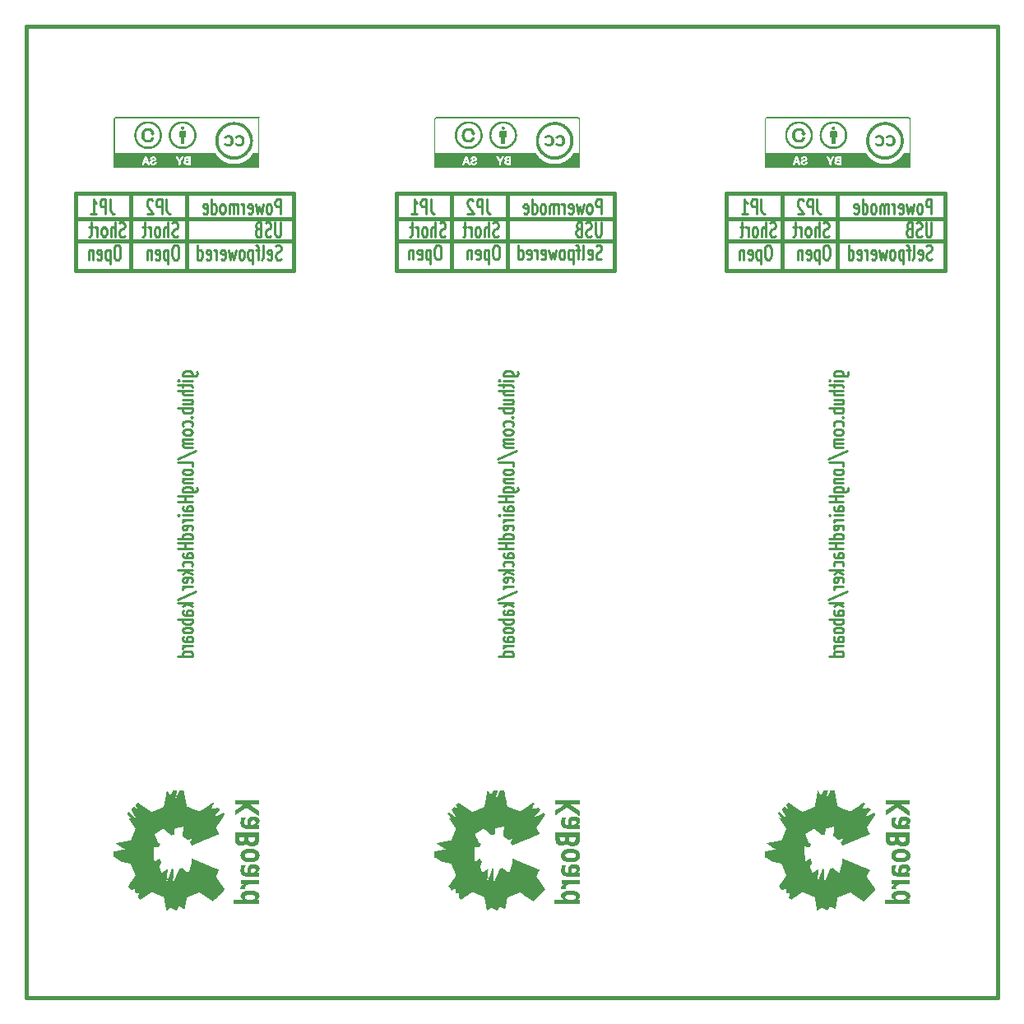
<source format=gbo>
G04 (created by PCBNEW (2012-12-10 BZR 3844)-stable) date Tue 18 Dec 2012 09:43:10 AM CET*
%MOIN*%
G04 Gerber Fmt 3.4, Leading zero omitted, Abs format*
%FSLAX34Y34*%
G01*
G70*
G90*
G04 APERTURE LIST*
%ADD10C,0.006*%
%ADD11C,0.015*%
%ADD12C,0.0099*%
%ADD13C,0.0001*%
%ADD14R,0.08X0.08*%
%ADD15C,0.08*%
%ADD16C,0.0554*%
%ADD17C,0.2562*%
%ADD18R,0.12X0.12*%
%ADD19C,0.12*%
%ADD20O,0.11X0.082*%
%ADD21R,0.11X0.082*%
%ADD22R,0.075X0.075*%
%ADD23C,0.075*%
%ADD24C,0.076*%
G04 APERTURE END LIST*
G54D10*
G54D11*
X0Y-39370D02*
X0Y0D01*
X39370Y-39370D02*
X0Y-39370D01*
X39370Y0D02*
X39370Y-39370D01*
X0Y0D02*
X39370Y0D01*
G54D12*
X19338Y-14170D02*
X19816Y-14170D01*
X19872Y-14151D01*
X19901Y-14132D01*
X19929Y-14095D01*
X19929Y-14038D01*
X19901Y-14001D01*
X19704Y-14170D02*
X19732Y-14132D01*
X19732Y-14057D01*
X19704Y-14020D01*
X19675Y-14001D01*
X19619Y-13982D01*
X19450Y-13982D01*
X19394Y-14001D01*
X19366Y-14020D01*
X19338Y-14057D01*
X19338Y-14132D01*
X19366Y-14170D01*
X19732Y-14357D02*
X19338Y-14357D01*
X19141Y-14357D02*
X19169Y-14338D01*
X19197Y-14357D01*
X19169Y-14376D01*
X19141Y-14357D01*
X19197Y-14357D01*
X19338Y-14489D02*
X19338Y-14639D01*
X19141Y-14545D02*
X19647Y-14545D01*
X19704Y-14564D01*
X19732Y-14601D01*
X19732Y-14639D01*
X19732Y-14770D02*
X19141Y-14770D01*
X19732Y-14939D02*
X19422Y-14939D01*
X19366Y-14920D01*
X19338Y-14882D01*
X19338Y-14826D01*
X19366Y-14789D01*
X19394Y-14770D01*
X19338Y-15295D02*
X19732Y-15295D01*
X19338Y-15126D02*
X19647Y-15126D01*
X19704Y-15145D01*
X19732Y-15182D01*
X19732Y-15238D01*
X19704Y-15276D01*
X19675Y-15295D01*
X19732Y-15482D02*
X19141Y-15482D01*
X19366Y-15482D02*
X19338Y-15519D01*
X19338Y-15594D01*
X19366Y-15632D01*
X19394Y-15651D01*
X19450Y-15669D01*
X19619Y-15669D01*
X19675Y-15651D01*
X19704Y-15632D01*
X19732Y-15594D01*
X19732Y-15519D01*
X19704Y-15482D01*
X19675Y-15838D02*
X19704Y-15857D01*
X19732Y-15838D01*
X19704Y-15819D01*
X19675Y-15838D01*
X19732Y-15838D01*
X19704Y-16195D02*
X19732Y-16157D01*
X19732Y-16082D01*
X19704Y-16045D01*
X19675Y-16026D01*
X19619Y-16007D01*
X19450Y-16007D01*
X19394Y-16026D01*
X19366Y-16045D01*
X19338Y-16082D01*
X19338Y-16157D01*
X19366Y-16195D01*
X19732Y-16420D02*
X19704Y-16383D01*
X19675Y-16364D01*
X19619Y-16345D01*
X19450Y-16345D01*
X19394Y-16364D01*
X19366Y-16383D01*
X19338Y-16420D01*
X19338Y-16476D01*
X19366Y-16514D01*
X19394Y-16533D01*
X19450Y-16551D01*
X19619Y-16551D01*
X19675Y-16533D01*
X19704Y-16514D01*
X19732Y-16476D01*
X19732Y-16420D01*
X19732Y-16720D02*
X19338Y-16720D01*
X19394Y-16720D02*
X19366Y-16739D01*
X19338Y-16776D01*
X19338Y-16832D01*
X19366Y-16870D01*
X19422Y-16889D01*
X19732Y-16889D01*
X19422Y-16889D02*
X19366Y-16907D01*
X19338Y-16945D01*
X19338Y-17001D01*
X19366Y-17039D01*
X19422Y-17058D01*
X19732Y-17058D01*
X19113Y-17526D02*
X19872Y-17189D01*
X19732Y-17845D02*
X19732Y-17658D01*
X19141Y-17658D01*
X19732Y-18033D02*
X19704Y-17996D01*
X19675Y-17977D01*
X19619Y-17958D01*
X19450Y-17958D01*
X19394Y-17977D01*
X19366Y-17996D01*
X19338Y-18033D01*
X19338Y-18089D01*
X19366Y-18127D01*
X19394Y-18146D01*
X19450Y-18164D01*
X19619Y-18164D01*
X19675Y-18146D01*
X19704Y-18127D01*
X19732Y-18089D01*
X19732Y-18033D01*
X19338Y-18333D02*
X19732Y-18333D01*
X19394Y-18333D02*
X19366Y-18352D01*
X19338Y-18389D01*
X19338Y-18445D01*
X19366Y-18483D01*
X19422Y-18502D01*
X19732Y-18502D01*
X19338Y-18858D02*
X19816Y-18858D01*
X19872Y-18839D01*
X19901Y-18820D01*
X19929Y-18783D01*
X19929Y-18726D01*
X19901Y-18689D01*
X19704Y-18858D02*
X19732Y-18820D01*
X19732Y-18745D01*
X19704Y-18708D01*
X19675Y-18689D01*
X19619Y-18670D01*
X19450Y-18670D01*
X19394Y-18689D01*
X19366Y-18708D01*
X19338Y-18745D01*
X19338Y-18820D01*
X19366Y-18858D01*
X19732Y-19045D02*
X19141Y-19045D01*
X19422Y-19045D02*
X19422Y-19270D01*
X19732Y-19270D02*
X19141Y-19270D01*
X19732Y-19627D02*
X19422Y-19627D01*
X19366Y-19608D01*
X19338Y-19570D01*
X19338Y-19495D01*
X19366Y-19458D01*
X19704Y-19627D02*
X19732Y-19589D01*
X19732Y-19495D01*
X19704Y-19458D01*
X19647Y-19439D01*
X19591Y-19439D01*
X19535Y-19458D01*
X19507Y-19495D01*
X19507Y-19589D01*
X19478Y-19627D01*
X19732Y-19814D02*
X19338Y-19814D01*
X19141Y-19814D02*
X19169Y-19795D01*
X19197Y-19814D01*
X19169Y-19833D01*
X19141Y-19814D01*
X19197Y-19814D01*
X19732Y-20002D02*
X19338Y-20002D01*
X19450Y-20002D02*
X19394Y-20021D01*
X19366Y-20039D01*
X19338Y-20077D01*
X19338Y-20114D01*
X19704Y-20396D02*
X19732Y-20358D01*
X19732Y-20283D01*
X19704Y-20246D01*
X19647Y-20227D01*
X19422Y-20227D01*
X19366Y-20246D01*
X19338Y-20283D01*
X19338Y-20358D01*
X19366Y-20396D01*
X19422Y-20415D01*
X19478Y-20415D01*
X19535Y-20227D01*
X19732Y-20753D02*
X19141Y-20753D01*
X19704Y-20753D02*
X19732Y-20715D01*
X19732Y-20640D01*
X19704Y-20603D01*
X19675Y-20584D01*
X19619Y-20565D01*
X19450Y-20565D01*
X19394Y-20584D01*
X19366Y-20603D01*
X19338Y-20640D01*
X19338Y-20715D01*
X19366Y-20753D01*
X19732Y-20940D02*
X19141Y-20940D01*
X19422Y-20940D02*
X19422Y-21165D01*
X19732Y-21165D02*
X19141Y-21165D01*
X19732Y-21522D02*
X19422Y-21522D01*
X19366Y-21503D01*
X19338Y-21465D01*
X19338Y-21390D01*
X19366Y-21353D01*
X19704Y-21522D02*
X19732Y-21484D01*
X19732Y-21390D01*
X19704Y-21353D01*
X19647Y-21334D01*
X19591Y-21334D01*
X19535Y-21353D01*
X19507Y-21390D01*
X19507Y-21484D01*
X19478Y-21522D01*
X19704Y-21878D02*
X19732Y-21840D01*
X19732Y-21765D01*
X19704Y-21728D01*
X19675Y-21709D01*
X19619Y-21690D01*
X19450Y-21690D01*
X19394Y-21709D01*
X19366Y-21728D01*
X19338Y-21765D01*
X19338Y-21840D01*
X19366Y-21878D01*
X19732Y-22047D02*
X19141Y-22047D01*
X19507Y-22084D02*
X19732Y-22197D01*
X19338Y-22197D02*
X19563Y-22047D01*
X19704Y-22516D02*
X19732Y-22478D01*
X19732Y-22403D01*
X19704Y-22366D01*
X19647Y-22347D01*
X19422Y-22347D01*
X19366Y-22366D01*
X19338Y-22403D01*
X19338Y-22478D01*
X19366Y-22516D01*
X19422Y-22535D01*
X19478Y-22535D01*
X19535Y-22347D01*
X19732Y-22704D02*
X19338Y-22704D01*
X19450Y-22704D02*
X19394Y-22723D01*
X19366Y-22741D01*
X19338Y-22779D01*
X19338Y-22816D01*
X19113Y-23229D02*
X19872Y-22892D01*
X19732Y-23361D02*
X19141Y-23361D01*
X19507Y-23398D02*
X19732Y-23511D01*
X19338Y-23511D02*
X19563Y-23361D01*
X19732Y-23849D02*
X19422Y-23849D01*
X19366Y-23830D01*
X19338Y-23792D01*
X19338Y-23717D01*
X19366Y-23680D01*
X19704Y-23849D02*
X19732Y-23811D01*
X19732Y-23717D01*
X19704Y-23680D01*
X19647Y-23661D01*
X19591Y-23661D01*
X19535Y-23680D01*
X19507Y-23717D01*
X19507Y-23811D01*
X19478Y-23849D01*
X19732Y-24036D02*
X19141Y-24036D01*
X19366Y-24036D02*
X19338Y-24073D01*
X19338Y-24148D01*
X19366Y-24186D01*
X19394Y-24205D01*
X19450Y-24223D01*
X19619Y-24223D01*
X19675Y-24205D01*
X19704Y-24186D01*
X19732Y-24148D01*
X19732Y-24073D01*
X19704Y-24036D01*
X19732Y-24448D02*
X19704Y-24411D01*
X19675Y-24392D01*
X19619Y-24373D01*
X19450Y-24373D01*
X19394Y-24392D01*
X19366Y-24411D01*
X19338Y-24448D01*
X19338Y-24504D01*
X19366Y-24542D01*
X19394Y-24561D01*
X19450Y-24579D01*
X19619Y-24579D01*
X19675Y-24561D01*
X19704Y-24542D01*
X19732Y-24504D01*
X19732Y-24448D01*
X19732Y-24917D02*
X19422Y-24917D01*
X19366Y-24898D01*
X19338Y-24860D01*
X19338Y-24785D01*
X19366Y-24748D01*
X19704Y-24917D02*
X19732Y-24879D01*
X19732Y-24785D01*
X19704Y-24748D01*
X19647Y-24729D01*
X19591Y-24729D01*
X19535Y-24748D01*
X19507Y-24785D01*
X19507Y-24879D01*
X19478Y-24917D01*
X19732Y-25104D02*
X19338Y-25104D01*
X19450Y-25104D02*
X19394Y-25123D01*
X19366Y-25141D01*
X19338Y-25179D01*
X19338Y-25216D01*
X19732Y-25517D02*
X19141Y-25517D01*
X19704Y-25517D02*
X19732Y-25479D01*
X19732Y-25404D01*
X19704Y-25367D01*
X19675Y-25348D01*
X19619Y-25329D01*
X19450Y-25329D01*
X19394Y-25348D01*
X19366Y-25367D01*
X19338Y-25404D01*
X19338Y-25479D01*
X19366Y-25517D01*
X23299Y-7597D02*
X23299Y-7006D01*
X23149Y-7006D01*
X23112Y-7034D01*
X23093Y-7062D01*
X23074Y-7118D01*
X23074Y-7203D01*
X23093Y-7259D01*
X23112Y-7287D01*
X23149Y-7315D01*
X23299Y-7315D01*
X22849Y-7597D02*
X22886Y-7569D01*
X22905Y-7540D01*
X22924Y-7484D01*
X22924Y-7315D01*
X22905Y-7259D01*
X22886Y-7231D01*
X22849Y-7203D01*
X22793Y-7203D01*
X22755Y-7231D01*
X22736Y-7259D01*
X22718Y-7315D01*
X22718Y-7484D01*
X22736Y-7540D01*
X22755Y-7569D01*
X22793Y-7597D01*
X22849Y-7597D01*
X22587Y-7203D02*
X22512Y-7597D01*
X22437Y-7315D01*
X22362Y-7597D01*
X22287Y-7203D01*
X21986Y-7569D02*
X22024Y-7597D01*
X22099Y-7597D01*
X22136Y-7569D01*
X22155Y-7512D01*
X22155Y-7287D01*
X22136Y-7231D01*
X22099Y-7203D01*
X22024Y-7203D01*
X21986Y-7231D01*
X21967Y-7287D01*
X21967Y-7343D01*
X22155Y-7400D01*
X21798Y-7597D02*
X21798Y-7203D01*
X21798Y-7315D02*
X21779Y-7259D01*
X21761Y-7231D01*
X21723Y-7203D01*
X21686Y-7203D01*
X21554Y-7597D02*
X21554Y-7203D01*
X21554Y-7259D02*
X21535Y-7231D01*
X21498Y-7203D01*
X21442Y-7203D01*
X21404Y-7231D01*
X21385Y-7287D01*
X21385Y-7597D01*
X21385Y-7287D02*
X21367Y-7231D01*
X21329Y-7203D01*
X21273Y-7203D01*
X21235Y-7231D01*
X21216Y-7287D01*
X21216Y-7597D01*
X20973Y-7597D02*
X21010Y-7569D01*
X21029Y-7540D01*
X21048Y-7484D01*
X21048Y-7315D01*
X21029Y-7259D01*
X21010Y-7231D01*
X20973Y-7203D01*
X20917Y-7203D01*
X20879Y-7231D01*
X20860Y-7259D01*
X20842Y-7315D01*
X20842Y-7484D01*
X20860Y-7540D01*
X20879Y-7569D01*
X20917Y-7597D01*
X20973Y-7597D01*
X20504Y-7597D02*
X20504Y-7006D01*
X20504Y-7569D02*
X20542Y-7597D01*
X20617Y-7597D01*
X20654Y-7569D01*
X20673Y-7540D01*
X20692Y-7484D01*
X20692Y-7315D01*
X20673Y-7259D01*
X20654Y-7231D01*
X20617Y-7203D01*
X20542Y-7203D01*
X20504Y-7231D01*
X20167Y-7569D02*
X20205Y-7597D01*
X20280Y-7597D01*
X20317Y-7569D01*
X20336Y-7512D01*
X20336Y-7287D01*
X20317Y-7231D01*
X20280Y-7203D01*
X20205Y-7203D01*
X20167Y-7231D01*
X20148Y-7287D01*
X20148Y-7343D01*
X20336Y-7400D01*
X18667Y-7006D02*
X18667Y-7428D01*
X18685Y-7512D01*
X18723Y-7569D01*
X18779Y-7597D01*
X18817Y-7597D01*
X18479Y-7597D02*
X18479Y-7006D01*
X18329Y-7006D01*
X18292Y-7034D01*
X18273Y-7062D01*
X18254Y-7118D01*
X18254Y-7203D01*
X18273Y-7259D01*
X18292Y-7287D01*
X18329Y-7315D01*
X18479Y-7315D01*
X18104Y-7062D02*
X18085Y-7034D01*
X18048Y-7006D01*
X17954Y-7006D01*
X17916Y-7034D01*
X17898Y-7062D01*
X17879Y-7118D01*
X17879Y-7175D01*
X17898Y-7259D01*
X18123Y-7597D01*
X17879Y-7597D01*
X16398Y-7006D02*
X16398Y-7428D01*
X16416Y-7512D01*
X16454Y-7569D01*
X16510Y-7597D01*
X16548Y-7597D01*
X16210Y-7597D02*
X16210Y-7006D01*
X16060Y-7006D01*
X16023Y-7034D01*
X16004Y-7062D01*
X15985Y-7118D01*
X15985Y-7203D01*
X16004Y-7259D01*
X16023Y-7287D01*
X16060Y-7315D01*
X16210Y-7315D01*
X15610Y-7597D02*
X15835Y-7597D01*
X15722Y-7597D02*
X15722Y-7006D01*
X15760Y-7090D01*
X15797Y-7146D01*
X15835Y-7175D01*
X23299Y-7932D02*
X23299Y-8410D01*
X23280Y-8466D01*
X23262Y-8495D01*
X23224Y-8523D01*
X23149Y-8523D01*
X23112Y-8495D01*
X23093Y-8466D01*
X23074Y-8410D01*
X23074Y-7932D01*
X22905Y-8495D02*
X22849Y-8523D01*
X22755Y-8523D01*
X22717Y-8495D01*
X22699Y-8466D01*
X22680Y-8410D01*
X22680Y-8354D01*
X22699Y-8298D01*
X22717Y-8269D01*
X22755Y-8241D01*
X22830Y-8213D01*
X22867Y-8185D01*
X22886Y-8157D01*
X22905Y-8101D01*
X22905Y-8044D01*
X22886Y-7988D01*
X22867Y-7960D01*
X22830Y-7932D01*
X22736Y-7932D01*
X22680Y-7960D01*
X22380Y-8213D02*
X22324Y-8241D01*
X22305Y-8269D01*
X22286Y-8326D01*
X22286Y-8410D01*
X22305Y-8466D01*
X22324Y-8495D01*
X22361Y-8523D01*
X22511Y-8523D01*
X22511Y-7932D01*
X22380Y-7932D01*
X22342Y-7960D01*
X22324Y-7988D01*
X22305Y-8044D01*
X22305Y-8101D01*
X22324Y-8157D01*
X22342Y-8185D01*
X22380Y-8213D01*
X22511Y-8213D01*
X19136Y-8495D02*
X19080Y-8523D01*
X18986Y-8523D01*
X18948Y-8495D01*
X18930Y-8466D01*
X18911Y-8410D01*
X18911Y-8354D01*
X18930Y-8298D01*
X18948Y-8269D01*
X18986Y-8241D01*
X19061Y-8213D01*
X19098Y-8185D01*
X19117Y-8157D01*
X19136Y-8101D01*
X19136Y-8044D01*
X19117Y-7988D01*
X19098Y-7960D01*
X19061Y-7932D01*
X18967Y-7932D01*
X18911Y-7960D01*
X18742Y-8523D02*
X18742Y-7932D01*
X18573Y-8523D02*
X18573Y-8213D01*
X18592Y-8157D01*
X18630Y-8129D01*
X18686Y-8129D01*
X18723Y-8157D01*
X18742Y-8185D01*
X18330Y-8523D02*
X18367Y-8495D01*
X18386Y-8466D01*
X18405Y-8410D01*
X18405Y-8241D01*
X18386Y-8185D01*
X18367Y-8157D01*
X18330Y-8129D01*
X18274Y-8129D01*
X18236Y-8157D01*
X18217Y-8185D01*
X18199Y-8241D01*
X18199Y-8410D01*
X18217Y-8466D01*
X18236Y-8495D01*
X18274Y-8523D01*
X18330Y-8523D01*
X18030Y-8523D02*
X18030Y-8129D01*
X18030Y-8241D02*
X18011Y-8185D01*
X17993Y-8157D01*
X17955Y-8129D01*
X17918Y-8129D01*
X17842Y-8129D02*
X17692Y-8129D01*
X17786Y-7932D02*
X17786Y-8438D01*
X17767Y-8495D01*
X17730Y-8523D01*
X17692Y-8523D01*
X16980Y-8495D02*
X16924Y-8523D01*
X16830Y-8523D01*
X16792Y-8495D01*
X16774Y-8466D01*
X16755Y-8410D01*
X16755Y-8354D01*
X16774Y-8298D01*
X16792Y-8269D01*
X16830Y-8241D01*
X16905Y-8213D01*
X16942Y-8185D01*
X16961Y-8157D01*
X16980Y-8101D01*
X16980Y-8044D01*
X16961Y-7988D01*
X16942Y-7960D01*
X16905Y-7932D01*
X16811Y-7932D01*
X16755Y-7960D01*
X16586Y-8523D02*
X16586Y-7932D01*
X16417Y-8523D02*
X16417Y-8213D01*
X16436Y-8157D01*
X16474Y-8129D01*
X16530Y-8129D01*
X16567Y-8157D01*
X16586Y-8185D01*
X16174Y-8523D02*
X16211Y-8495D01*
X16230Y-8466D01*
X16249Y-8410D01*
X16249Y-8241D01*
X16230Y-8185D01*
X16211Y-8157D01*
X16174Y-8129D01*
X16118Y-8129D01*
X16080Y-8157D01*
X16061Y-8185D01*
X16043Y-8241D01*
X16043Y-8410D01*
X16061Y-8466D01*
X16080Y-8495D01*
X16118Y-8523D01*
X16174Y-8523D01*
X15874Y-8523D02*
X15874Y-8129D01*
X15874Y-8241D02*
X15855Y-8185D01*
X15837Y-8157D01*
X15799Y-8129D01*
X15762Y-8129D01*
X15686Y-8129D02*
X15536Y-8129D01*
X15630Y-7932D02*
X15630Y-8438D01*
X15611Y-8495D01*
X15574Y-8523D01*
X15536Y-8523D01*
X23318Y-9421D02*
X23262Y-9449D01*
X23168Y-9449D01*
X23130Y-9421D01*
X23112Y-9392D01*
X23093Y-9336D01*
X23093Y-9280D01*
X23112Y-9224D01*
X23130Y-9195D01*
X23168Y-9167D01*
X23243Y-9139D01*
X23280Y-9111D01*
X23299Y-9083D01*
X23318Y-9027D01*
X23318Y-8970D01*
X23299Y-8914D01*
X23280Y-8886D01*
X23243Y-8858D01*
X23149Y-8858D01*
X23093Y-8886D01*
X22774Y-9421D02*
X22812Y-9449D01*
X22887Y-9449D01*
X22924Y-9421D01*
X22943Y-9364D01*
X22943Y-9139D01*
X22924Y-9083D01*
X22887Y-9055D01*
X22812Y-9055D01*
X22774Y-9083D01*
X22755Y-9139D01*
X22755Y-9195D01*
X22943Y-9252D01*
X22530Y-9449D02*
X22567Y-9421D01*
X22586Y-9364D01*
X22586Y-8858D01*
X22436Y-9055D02*
X22286Y-9055D01*
X22380Y-9449D02*
X22380Y-8942D01*
X22361Y-8886D01*
X22324Y-8858D01*
X22286Y-8858D01*
X22155Y-9055D02*
X22155Y-9646D01*
X22155Y-9083D02*
X22118Y-9055D01*
X22043Y-9055D01*
X22005Y-9083D01*
X21986Y-9111D01*
X21968Y-9167D01*
X21968Y-9336D01*
X21986Y-9392D01*
X22005Y-9421D01*
X22043Y-9449D01*
X22118Y-9449D01*
X22155Y-9421D01*
X21743Y-9449D02*
X21780Y-9421D01*
X21799Y-9392D01*
X21818Y-9336D01*
X21818Y-9167D01*
X21799Y-9111D01*
X21780Y-9083D01*
X21743Y-9055D01*
X21687Y-9055D01*
X21649Y-9083D01*
X21630Y-9111D01*
X21612Y-9167D01*
X21612Y-9336D01*
X21630Y-9392D01*
X21649Y-9421D01*
X21687Y-9449D01*
X21743Y-9449D01*
X21481Y-9055D02*
X21406Y-9449D01*
X21331Y-9167D01*
X21256Y-9449D01*
X21181Y-9055D01*
X20880Y-9421D02*
X20918Y-9449D01*
X20993Y-9449D01*
X21030Y-9421D01*
X21049Y-9364D01*
X21049Y-9139D01*
X21030Y-9083D01*
X20993Y-9055D01*
X20918Y-9055D01*
X20880Y-9083D01*
X20861Y-9139D01*
X20861Y-9195D01*
X21049Y-9252D01*
X20692Y-9449D02*
X20692Y-9055D01*
X20692Y-9167D02*
X20673Y-9111D01*
X20655Y-9083D01*
X20617Y-9055D01*
X20580Y-9055D01*
X20298Y-9421D02*
X20336Y-9449D01*
X20411Y-9449D01*
X20448Y-9421D01*
X20467Y-9364D01*
X20467Y-9139D01*
X20448Y-9083D01*
X20411Y-9055D01*
X20336Y-9055D01*
X20298Y-9083D01*
X20279Y-9139D01*
X20279Y-9195D01*
X20467Y-9252D01*
X19941Y-9449D02*
X19941Y-8858D01*
X19941Y-9421D02*
X19979Y-9449D01*
X20054Y-9449D01*
X20091Y-9421D01*
X20110Y-9392D01*
X20129Y-9336D01*
X20129Y-9167D01*
X20110Y-9111D01*
X20091Y-9083D01*
X20054Y-9055D01*
X19979Y-9055D01*
X19941Y-9083D01*
X19079Y-8858D02*
X19004Y-8858D01*
X18967Y-8886D01*
X18929Y-8942D01*
X18910Y-9055D01*
X18910Y-9252D01*
X18929Y-9364D01*
X18967Y-9421D01*
X19004Y-9449D01*
X19079Y-9449D01*
X19117Y-9421D01*
X19154Y-9364D01*
X19173Y-9252D01*
X19173Y-9055D01*
X19154Y-8942D01*
X19117Y-8886D01*
X19079Y-8858D01*
X18741Y-9055D02*
X18741Y-9646D01*
X18741Y-9083D02*
X18704Y-9055D01*
X18629Y-9055D01*
X18591Y-9083D01*
X18572Y-9111D01*
X18554Y-9167D01*
X18554Y-9336D01*
X18572Y-9392D01*
X18591Y-9421D01*
X18629Y-9449D01*
X18704Y-9449D01*
X18741Y-9421D01*
X18235Y-9421D02*
X18273Y-9449D01*
X18348Y-9449D01*
X18385Y-9421D01*
X18404Y-9364D01*
X18404Y-9139D01*
X18385Y-9083D01*
X18348Y-9055D01*
X18273Y-9055D01*
X18235Y-9083D01*
X18216Y-9139D01*
X18216Y-9195D01*
X18404Y-9252D01*
X18047Y-9055D02*
X18047Y-9449D01*
X18047Y-9111D02*
X18028Y-9083D01*
X17991Y-9055D01*
X17935Y-9055D01*
X17897Y-9083D01*
X17878Y-9139D01*
X17878Y-9449D01*
X16716Y-8858D02*
X16641Y-8858D01*
X16604Y-8886D01*
X16566Y-8942D01*
X16547Y-9055D01*
X16547Y-9252D01*
X16566Y-9364D01*
X16604Y-9421D01*
X16641Y-9449D01*
X16716Y-9449D01*
X16754Y-9421D01*
X16791Y-9364D01*
X16810Y-9252D01*
X16810Y-9055D01*
X16791Y-8942D01*
X16754Y-8886D01*
X16716Y-8858D01*
X16378Y-9055D02*
X16378Y-9646D01*
X16378Y-9083D02*
X16341Y-9055D01*
X16266Y-9055D01*
X16228Y-9083D01*
X16209Y-9111D01*
X16191Y-9167D01*
X16191Y-9336D01*
X16209Y-9392D01*
X16228Y-9421D01*
X16266Y-9449D01*
X16341Y-9449D01*
X16378Y-9421D01*
X15872Y-9421D02*
X15910Y-9449D01*
X15985Y-9449D01*
X16022Y-9421D01*
X16041Y-9364D01*
X16041Y-9139D01*
X16022Y-9083D01*
X15985Y-9055D01*
X15910Y-9055D01*
X15872Y-9083D01*
X15853Y-9139D01*
X15853Y-9195D01*
X16041Y-9252D01*
X15684Y-9055D02*
X15684Y-9449D01*
X15684Y-9111D02*
X15665Y-9083D01*
X15628Y-9055D01*
X15572Y-9055D01*
X15534Y-9083D01*
X15515Y-9139D01*
X15515Y-9449D01*
G54D11*
X23843Y-8708D02*
X14993Y-8708D01*
X23643Y-7808D02*
X15043Y-7808D01*
X23693Y-7808D02*
X23843Y-7808D01*
X15043Y-7808D02*
X14993Y-7808D01*
X23843Y-9908D02*
X14993Y-9908D01*
X14993Y-9908D02*
X14993Y-9808D01*
X14993Y-9908D02*
X14993Y-6758D01*
X14993Y-6758D02*
X15093Y-6758D01*
X15093Y-6758D02*
X23843Y-6758D01*
X23843Y-6758D02*
X23843Y-6808D01*
X23843Y-6808D02*
X23843Y-9908D01*
X19493Y-6758D02*
X19493Y-9908D01*
X19493Y-9908D02*
X19543Y-9908D01*
X17243Y-6758D02*
X17243Y-9908D01*
X17243Y-9908D02*
X17293Y-9908D01*
G54D12*
X6347Y-14171D02*
X6825Y-14171D01*
X6881Y-14152D01*
X6910Y-14133D01*
X6938Y-14096D01*
X6938Y-14039D01*
X6910Y-14002D01*
X6713Y-14171D02*
X6741Y-14133D01*
X6741Y-14058D01*
X6713Y-14021D01*
X6684Y-14002D01*
X6628Y-13983D01*
X6459Y-13983D01*
X6403Y-14002D01*
X6375Y-14021D01*
X6347Y-14058D01*
X6347Y-14133D01*
X6375Y-14171D01*
X6741Y-14358D02*
X6347Y-14358D01*
X6150Y-14358D02*
X6178Y-14339D01*
X6206Y-14358D01*
X6178Y-14377D01*
X6150Y-14358D01*
X6206Y-14358D01*
X6347Y-14490D02*
X6347Y-14640D01*
X6150Y-14546D02*
X6656Y-14546D01*
X6713Y-14565D01*
X6741Y-14602D01*
X6741Y-14640D01*
X6741Y-14771D02*
X6150Y-14771D01*
X6741Y-14940D02*
X6431Y-14940D01*
X6375Y-14921D01*
X6347Y-14883D01*
X6347Y-14827D01*
X6375Y-14790D01*
X6403Y-14771D01*
X6347Y-15296D02*
X6741Y-15296D01*
X6347Y-15127D02*
X6656Y-15127D01*
X6713Y-15146D01*
X6741Y-15183D01*
X6741Y-15239D01*
X6713Y-15277D01*
X6684Y-15296D01*
X6741Y-15483D02*
X6150Y-15483D01*
X6375Y-15483D02*
X6347Y-15520D01*
X6347Y-15595D01*
X6375Y-15633D01*
X6403Y-15652D01*
X6459Y-15670D01*
X6628Y-15670D01*
X6684Y-15652D01*
X6713Y-15633D01*
X6741Y-15595D01*
X6741Y-15520D01*
X6713Y-15483D01*
X6684Y-15839D02*
X6713Y-15858D01*
X6741Y-15839D01*
X6713Y-15820D01*
X6684Y-15839D01*
X6741Y-15839D01*
X6713Y-16196D02*
X6741Y-16158D01*
X6741Y-16083D01*
X6713Y-16046D01*
X6684Y-16027D01*
X6628Y-16008D01*
X6459Y-16008D01*
X6403Y-16027D01*
X6375Y-16046D01*
X6347Y-16083D01*
X6347Y-16158D01*
X6375Y-16196D01*
X6741Y-16421D02*
X6713Y-16384D01*
X6684Y-16365D01*
X6628Y-16346D01*
X6459Y-16346D01*
X6403Y-16365D01*
X6375Y-16384D01*
X6347Y-16421D01*
X6347Y-16477D01*
X6375Y-16515D01*
X6403Y-16534D01*
X6459Y-16552D01*
X6628Y-16552D01*
X6684Y-16534D01*
X6713Y-16515D01*
X6741Y-16477D01*
X6741Y-16421D01*
X6741Y-16721D02*
X6347Y-16721D01*
X6403Y-16721D02*
X6375Y-16740D01*
X6347Y-16777D01*
X6347Y-16833D01*
X6375Y-16871D01*
X6431Y-16890D01*
X6741Y-16890D01*
X6431Y-16890D02*
X6375Y-16908D01*
X6347Y-16946D01*
X6347Y-17002D01*
X6375Y-17040D01*
X6431Y-17059D01*
X6741Y-17059D01*
X6122Y-17527D02*
X6881Y-17190D01*
X6741Y-17846D02*
X6741Y-17659D01*
X6150Y-17659D01*
X6741Y-18034D02*
X6713Y-17997D01*
X6684Y-17978D01*
X6628Y-17959D01*
X6459Y-17959D01*
X6403Y-17978D01*
X6375Y-17997D01*
X6347Y-18034D01*
X6347Y-18090D01*
X6375Y-18128D01*
X6403Y-18147D01*
X6459Y-18165D01*
X6628Y-18165D01*
X6684Y-18147D01*
X6713Y-18128D01*
X6741Y-18090D01*
X6741Y-18034D01*
X6347Y-18334D02*
X6741Y-18334D01*
X6403Y-18334D02*
X6375Y-18353D01*
X6347Y-18390D01*
X6347Y-18446D01*
X6375Y-18484D01*
X6431Y-18503D01*
X6741Y-18503D01*
X6347Y-18859D02*
X6825Y-18859D01*
X6881Y-18840D01*
X6910Y-18821D01*
X6938Y-18784D01*
X6938Y-18727D01*
X6910Y-18690D01*
X6713Y-18859D02*
X6741Y-18821D01*
X6741Y-18746D01*
X6713Y-18709D01*
X6684Y-18690D01*
X6628Y-18671D01*
X6459Y-18671D01*
X6403Y-18690D01*
X6375Y-18709D01*
X6347Y-18746D01*
X6347Y-18821D01*
X6375Y-18859D01*
X6741Y-19046D02*
X6150Y-19046D01*
X6431Y-19046D02*
X6431Y-19271D01*
X6741Y-19271D02*
X6150Y-19271D01*
X6741Y-19628D02*
X6431Y-19628D01*
X6375Y-19609D01*
X6347Y-19571D01*
X6347Y-19496D01*
X6375Y-19459D01*
X6713Y-19628D02*
X6741Y-19590D01*
X6741Y-19496D01*
X6713Y-19459D01*
X6656Y-19440D01*
X6600Y-19440D01*
X6544Y-19459D01*
X6516Y-19496D01*
X6516Y-19590D01*
X6487Y-19628D01*
X6741Y-19815D02*
X6347Y-19815D01*
X6150Y-19815D02*
X6178Y-19796D01*
X6206Y-19815D01*
X6178Y-19834D01*
X6150Y-19815D01*
X6206Y-19815D01*
X6741Y-20003D02*
X6347Y-20003D01*
X6459Y-20003D02*
X6403Y-20022D01*
X6375Y-20040D01*
X6347Y-20078D01*
X6347Y-20115D01*
X6713Y-20397D02*
X6741Y-20359D01*
X6741Y-20284D01*
X6713Y-20247D01*
X6656Y-20228D01*
X6431Y-20228D01*
X6375Y-20247D01*
X6347Y-20284D01*
X6347Y-20359D01*
X6375Y-20397D01*
X6431Y-20416D01*
X6487Y-20416D01*
X6544Y-20228D01*
X6741Y-20754D02*
X6150Y-20754D01*
X6713Y-20754D02*
X6741Y-20716D01*
X6741Y-20641D01*
X6713Y-20604D01*
X6684Y-20585D01*
X6628Y-20566D01*
X6459Y-20566D01*
X6403Y-20585D01*
X6375Y-20604D01*
X6347Y-20641D01*
X6347Y-20716D01*
X6375Y-20754D01*
X6741Y-20941D02*
X6150Y-20941D01*
X6431Y-20941D02*
X6431Y-21166D01*
X6741Y-21166D02*
X6150Y-21166D01*
X6741Y-21523D02*
X6431Y-21523D01*
X6375Y-21504D01*
X6347Y-21466D01*
X6347Y-21391D01*
X6375Y-21354D01*
X6713Y-21523D02*
X6741Y-21485D01*
X6741Y-21391D01*
X6713Y-21354D01*
X6656Y-21335D01*
X6600Y-21335D01*
X6544Y-21354D01*
X6516Y-21391D01*
X6516Y-21485D01*
X6487Y-21523D01*
X6713Y-21879D02*
X6741Y-21841D01*
X6741Y-21766D01*
X6713Y-21729D01*
X6684Y-21710D01*
X6628Y-21691D01*
X6459Y-21691D01*
X6403Y-21710D01*
X6375Y-21729D01*
X6347Y-21766D01*
X6347Y-21841D01*
X6375Y-21879D01*
X6741Y-22048D02*
X6150Y-22048D01*
X6516Y-22085D02*
X6741Y-22198D01*
X6347Y-22198D02*
X6572Y-22048D01*
X6713Y-22517D02*
X6741Y-22479D01*
X6741Y-22404D01*
X6713Y-22367D01*
X6656Y-22348D01*
X6431Y-22348D01*
X6375Y-22367D01*
X6347Y-22404D01*
X6347Y-22479D01*
X6375Y-22517D01*
X6431Y-22536D01*
X6487Y-22536D01*
X6544Y-22348D01*
X6741Y-22705D02*
X6347Y-22705D01*
X6459Y-22705D02*
X6403Y-22724D01*
X6375Y-22742D01*
X6347Y-22780D01*
X6347Y-22817D01*
X6122Y-23230D02*
X6881Y-22893D01*
X6741Y-23362D02*
X6150Y-23362D01*
X6516Y-23399D02*
X6741Y-23512D01*
X6347Y-23512D02*
X6572Y-23362D01*
X6741Y-23850D02*
X6431Y-23850D01*
X6375Y-23831D01*
X6347Y-23793D01*
X6347Y-23718D01*
X6375Y-23681D01*
X6713Y-23850D02*
X6741Y-23812D01*
X6741Y-23718D01*
X6713Y-23681D01*
X6656Y-23662D01*
X6600Y-23662D01*
X6544Y-23681D01*
X6516Y-23718D01*
X6516Y-23812D01*
X6487Y-23850D01*
X6741Y-24037D02*
X6150Y-24037D01*
X6375Y-24037D02*
X6347Y-24074D01*
X6347Y-24149D01*
X6375Y-24187D01*
X6403Y-24206D01*
X6459Y-24224D01*
X6628Y-24224D01*
X6684Y-24206D01*
X6713Y-24187D01*
X6741Y-24149D01*
X6741Y-24074D01*
X6713Y-24037D01*
X6741Y-24449D02*
X6713Y-24412D01*
X6684Y-24393D01*
X6628Y-24374D01*
X6459Y-24374D01*
X6403Y-24393D01*
X6375Y-24412D01*
X6347Y-24449D01*
X6347Y-24505D01*
X6375Y-24543D01*
X6403Y-24562D01*
X6459Y-24580D01*
X6628Y-24580D01*
X6684Y-24562D01*
X6713Y-24543D01*
X6741Y-24505D01*
X6741Y-24449D01*
X6741Y-24918D02*
X6431Y-24918D01*
X6375Y-24899D01*
X6347Y-24861D01*
X6347Y-24786D01*
X6375Y-24749D01*
X6713Y-24918D02*
X6741Y-24880D01*
X6741Y-24786D01*
X6713Y-24749D01*
X6656Y-24730D01*
X6600Y-24730D01*
X6544Y-24749D01*
X6516Y-24786D01*
X6516Y-24880D01*
X6487Y-24918D01*
X6741Y-25105D02*
X6347Y-25105D01*
X6459Y-25105D02*
X6403Y-25124D01*
X6375Y-25142D01*
X6347Y-25180D01*
X6347Y-25217D01*
X6741Y-25518D02*
X6150Y-25518D01*
X6713Y-25518D02*
X6741Y-25480D01*
X6741Y-25405D01*
X6713Y-25368D01*
X6684Y-25349D01*
X6628Y-25330D01*
X6459Y-25330D01*
X6403Y-25349D01*
X6375Y-25368D01*
X6347Y-25405D01*
X6347Y-25480D01*
X6375Y-25518D01*
X10308Y-7598D02*
X10308Y-7007D01*
X10158Y-7007D01*
X10121Y-7035D01*
X10102Y-7063D01*
X10083Y-7119D01*
X10083Y-7204D01*
X10102Y-7260D01*
X10121Y-7288D01*
X10158Y-7316D01*
X10308Y-7316D01*
X9858Y-7598D02*
X9895Y-7570D01*
X9914Y-7541D01*
X9933Y-7485D01*
X9933Y-7316D01*
X9914Y-7260D01*
X9895Y-7232D01*
X9858Y-7204D01*
X9802Y-7204D01*
X9764Y-7232D01*
X9745Y-7260D01*
X9727Y-7316D01*
X9727Y-7485D01*
X9745Y-7541D01*
X9764Y-7570D01*
X9802Y-7598D01*
X9858Y-7598D01*
X9596Y-7204D02*
X9521Y-7598D01*
X9446Y-7316D01*
X9371Y-7598D01*
X9296Y-7204D01*
X8995Y-7570D02*
X9033Y-7598D01*
X9108Y-7598D01*
X9145Y-7570D01*
X9164Y-7513D01*
X9164Y-7288D01*
X9145Y-7232D01*
X9108Y-7204D01*
X9033Y-7204D01*
X8995Y-7232D01*
X8976Y-7288D01*
X8976Y-7344D01*
X9164Y-7401D01*
X8807Y-7598D02*
X8807Y-7204D01*
X8807Y-7316D02*
X8788Y-7260D01*
X8770Y-7232D01*
X8732Y-7204D01*
X8695Y-7204D01*
X8563Y-7598D02*
X8563Y-7204D01*
X8563Y-7260D02*
X8544Y-7232D01*
X8507Y-7204D01*
X8451Y-7204D01*
X8413Y-7232D01*
X8394Y-7288D01*
X8394Y-7598D01*
X8394Y-7288D02*
X8376Y-7232D01*
X8338Y-7204D01*
X8282Y-7204D01*
X8244Y-7232D01*
X8225Y-7288D01*
X8225Y-7598D01*
X7982Y-7598D02*
X8019Y-7570D01*
X8038Y-7541D01*
X8057Y-7485D01*
X8057Y-7316D01*
X8038Y-7260D01*
X8019Y-7232D01*
X7982Y-7204D01*
X7926Y-7204D01*
X7888Y-7232D01*
X7869Y-7260D01*
X7851Y-7316D01*
X7851Y-7485D01*
X7869Y-7541D01*
X7888Y-7570D01*
X7926Y-7598D01*
X7982Y-7598D01*
X7513Y-7598D02*
X7513Y-7007D01*
X7513Y-7570D02*
X7551Y-7598D01*
X7626Y-7598D01*
X7663Y-7570D01*
X7682Y-7541D01*
X7701Y-7485D01*
X7701Y-7316D01*
X7682Y-7260D01*
X7663Y-7232D01*
X7626Y-7204D01*
X7551Y-7204D01*
X7513Y-7232D01*
X7176Y-7570D02*
X7214Y-7598D01*
X7289Y-7598D01*
X7326Y-7570D01*
X7345Y-7513D01*
X7345Y-7288D01*
X7326Y-7232D01*
X7289Y-7204D01*
X7214Y-7204D01*
X7176Y-7232D01*
X7157Y-7288D01*
X7157Y-7344D01*
X7345Y-7401D01*
X5676Y-7007D02*
X5676Y-7429D01*
X5694Y-7513D01*
X5732Y-7570D01*
X5788Y-7598D01*
X5826Y-7598D01*
X5488Y-7598D02*
X5488Y-7007D01*
X5338Y-7007D01*
X5301Y-7035D01*
X5282Y-7063D01*
X5263Y-7119D01*
X5263Y-7204D01*
X5282Y-7260D01*
X5301Y-7288D01*
X5338Y-7316D01*
X5488Y-7316D01*
X5113Y-7063D02*
X5094Y-7035D01*
X5057Y-7007D01*
X4963Y-7007D01*
X4925Y-7035D01*
X4907Y-7063D01*
X4888Y-7119D01*
X4888Y-7176D01*
X4907Y-7260D01*
X5132Y-7598D01*
X4888Y-7598D01*
X3407Y-7007D02*
X3407Y-7429D01*
X3425Y-7513D01*
X3463Y-7570D01*
X3519Y-7598D01*
X3557Y-7598D01*
X3219Y-7598D02*
X3219Y-7007D01*
X3069Y-7007D01*
X3032Y-7035D01*
X3013Y-7063D01*
X2994Y-7119D01*
X2994Y-7204D01*
X3013Y-7260D01*
X3032Y-7288D01*
X3069Y-7316D01*
X3219Y-7316D01*
X2619Y-7598D02*
X2844Y-7598D01*
X2731Y-7598D02*
X2731Y-7007D01*
X2769Y-7091D01*
X2806Y-7147D01*
X2844Y-7176D01*
X10308Y-7933D02*
X10308Y-8411D01*
X10289Y-8467D01*
X10271Y-8496D01*
X10233Y-8524D01*
X10158Y-8524D01*
X10121Y-8496D01*
X10102Y-8467D01*
X10083Y-8411D01*
X10083Y-7933D01*
X9914Y-8496D02*
X9858Y-8524D01*
X9764Y-8524D01*
X9726Y-8496D01*
X9708Y-8467D01*
X9689Y-8411D01*
X9689Y-8355D01*
X9708Y-8299D01*
X9726Y-8270D01*
X9764Y-8242D01*
X9839Y-8214D01*
X9876Y-8186D01*
X9895Y-8158D01*
X9914Y-8102D01*
X9914Y-8045D01*
X9895Y-7989D01*
X9876Y-7961D01*
X9839Y-7933D01*
X9745Y-7933D01*
X9689Y-7961D01*
X9389Y-8214D02*
X9333Y-8242D01*
X9314Y-8270D01*
X9295Y-8327D01*
X9295Y-8411D01*
X9314Y-8467D01*
X9333Y-8496D01*
X9370Y-8524D01*
X9520Y-8524D01*
X9520Y-7933D01*
X9389Y-7933D01*
X9351Y-7961D01*
X9333Y-7989D01*
X9314Y-8045D01*
X9314Y-8102D01*
X9333Y-8158D01*
X9351Y-8186D01*
X9389Y-8214D01*
X9520Y-8214D01*
X6145Y-8496D02*
X6089Y-8524D01*
X5995Y-8524D01*
X5957Y-8496D01*
X5939Y-8467D01*
X5920Y-8411D01*
X5920Y-8355D01*
X5939Y-8299D01*
X5957Y-8270D01*
X5995Y-8242D01*
X6070Y-8214D01*
X6107Y-8186D01*
X6126Y-8158D01*
X6145Y-8102D01*
X6145Y-8045D01*
X6126Y-7989D01*
X6107Y-7961D01*
X6070Y-7933D01*
X5976Y-7933D01*
X5920Y-7961D01*
X5751Y-8524D02*
X5751Y-7933D01*
X5582Y-8524D02*
X5582Y-8214D01*
X5601Y-8158D01*
X5639Y-8130D01*
X5695Y-8130D01*
X5732Y-8158D01*
X5751Y-8186D01*
X5339Y-8524D02*
X5376Y-8496D01*
X5395Y-8467D01*
X5414Y-8411D01*
X5414Y-8242D01*
X5395Y-8186D01*
X5376Y-8158D01*
X5339Y-8130D01*
X5283Y-8130D01*
X5245Y-8158D01*
X5226Y-8186D01*
X5208Y-8242D01*
X5208Y-8411D01*
X5226Y-8467D01*
X5245Y-8496D01*
X5283Y-8524D01*
X5339Y-8524D01*
X5039Y-8524D02*
X5039Y-8130D01*
X5039Y-8242D02*
X5020Y-8186D01*
X5002Y-8158D01*
X4964Y-8130D01*
X4927Y-8130D01*
X4851Y-8130D02*
X4701Y-8130D01*
X4795Y-7933D02*
X4795Y-8439D01*
X4776Y-8496D01*
X4739Y-8524D01*
X4701Y-8524D01*
X3989Y-8496D02*
X3933Y-8524D01*
X3839Y-8524D01*
X3801Y-8496D01*
X3783Y-8467D01*
X3764Y-8411D01*
X3764Y-8355D01*
X3783Y-8299D01*
X3801Y-8270D01*
X3839Y-8242D01*
X3914Y-8214D01*
X3951Y-8186D01*
X3970Y-8158D01*
X3989Y-8102D01*
X3989Y-8045D01*
X3970Y-7989D01*
X3951Y-7961D01*
X3914Y-7933D01*
X3820Y-7933D01*
X3764Y-7961D01*
X3595Y-8524D02*
X3595Y-7933D01*
X3426Y-8524D02*
X3426Y-8214D01*
X3445Y-8158D01*
X3483Y-8130D01*
X3539Y-8130D01*
X3576Y-8158D01*
X3595Y-8186D01*
X3183Y-8524D02*
X3220Y-8496D01*
X3239Y-8467D01*
X3258Y-8411D01*
X3258Y-8242D01*
X3239Y-8186D01*
X3220Y-8158D01*
X3183Y-8130D01*
X3127Y-8130D01*
X3089Y-8158D01*
X3070Y-8186D01*
X3052Y-8242D01*
X3052Y-8411D01*
X3070Y-8467D01*
X3089Y-8496D01*
X3127Y-8524D01*
X3183Y-8524D01*
X2883Y-8524D02*
X2883Y-8130D01*
X2883Y-8242D02*
X2864Y-8186D01*
X2846Y-8158D01*
X2808Y-8130D01*
X2771Y-8130D01*
X2695Y-8130D02*
X2545Y-8130D01*
X2639Y-7933D02*
X2639Y-8439D01*
X2620Y-8496D01*
X2583Y-8524D01*
X2545Y-8524D01*
X10327Y-9422D02*
X10271Y-9450D01*
X10177Y-9450D01*
X10139Y-9422D01*
X10121Y-9393D01*
X10102Y-9337D01*
X10102Y-9281D01*
X10121Y-9225D01*
X10139Y-9196D01*
X10177Y-9168D01*
X10252Y-9140D01*
X10289Y-9112D01*
X10308Y-9084D01*
X10327Y-9028D01*
X10327Y-8971D01*
X10308Y-8915D01*
X10289Y-8887D01*
X10252Y-8859D01*
X10158Y-8859D01*
X10102Y-8887D01*
X9783Y-9422D02*
X9821Y-9450D01*
X9896Y-9450D01*
X9933Y-9422D01*
X9952Y-9365D01*
X9952Y-9140D01*
X9933Y-9084D01*
X9896Y-9056D01*
X9821Y-9056D01*
X9783Y-9084D01*
X9764Y-9140D01*
X9764Y-9196D01*
X9952Y-9253D01*
X9539Y-9450D02*
X9576Y-9422D01*
X9595Y-9365D01*
X9595Y-8859D01*
X9445Y-9056D02*
X9295Y-9056D01*
X9389Y-9450D02*
X9389Y-8943D01*
X9370Y-8887D01*
X9333Y-8859D01*
X9295Y-8859D01*
X9164Y-9056D02*
X9164Y-9647D01*
X9164Y-9084D02*
X9127Y-9056D01*
X9052Y-9056D01*
X9014Y-9084D01*
X8995Y-9112D01*
X8977Y-9168D01*
X8977Y-9337D01*
X8995Y-9393D01*
X9014Y-9422D01*
X9052Y-9450D01*
X9127Y-9450D01*
X9164Y-9422D01*
X8752Y-9450D02*
X8789Y-9422D01*
X8808Y-9393D01*
X8827Y-9337D01*
X8827Y-9168D01*
X8808Y-9112D01*
X8789Y-9084D01*
X8752Y-9056D01*
X8696Y-9056D01*
X8658Y-9084D01*
X8639Y-9112D01*
X8621Y-9168D01*
X8621Y-9337D01*
X8639Y-9393D01*
X8658Y-9422D01*
X8696Y-9450D01*
X8752Y-9450D01*
X8490Y-9056D02*
X8415Y-9450D01*
X8340Y-9168D01*
X8265Y-9450D01*
X8190Y-9056D01*
X7889Y-9422D02*
X7927Y-9450D01*
X8002Y-9450D01*
X8039Y-9422D01*
X8058Y-9365D01*
X8058Y-9140D01*
X8039Y-9084D01*
X8002Y-9056D01*
X7927Y-9056D01*
X7889Y-9084D01*
X7870Y-9140D01*
X7870Y-9196D01*
X8058Y-9253D01*
X7701Y-9450D02*
X7701Y-9056D01*
X7701Y-9168D02*
X7682Y-9112D01*
X7664Y-9084D01*
X7626Y-9056D01*
X7589Y-9056D01*
X7307Y-9422D02*
X7345Y-9450D01*
X7420Y-9450D01*
X7457Y-9422D01*
X7476Y-9365D01*
X7476Y-9140D01*
X7457Y-9084D01*
X7420Y-9056D01*
X7345Y-9056D01*
X7307Y-9084D01*
X7288Y-9140D01*
X7288Y-9196D01*
X7476Y-9253D01*
X6950Y-9450D02*
X6950Y-8859D01*
X6950Y-9422D02*
X6988Y-9450D01*
X7063Y-9450D01*
X7100Y-9422D01*
X7119Y-9393D01*
X7138Y-9337D01*
X7138Y-9168D01*
X7119Y-9112D01*
X7100Y-9084D01*
X7063Y-9056D01*
X6988Y-9056D01*
X6950Y-9084D01*
X6088Y-8859D02*
X6013Y-8859D01*
X5976Y-8887D01*
X5938Y-8943D01*
X5919Y-9056D01*
X5919Y-9253D01*
X5938Y-9365D01*
X5976Y-9422D01*
X6013Y-9450D01*
X6088Y-9450D01*
X6126Y-9422D01*
X6163Y-9365D01*
X6182Y-9253D01*
X6182Y-9056D01*
X6163Y-8943D01*
X6126Y-8887D01*
X6088Y-8859D01*
X5750Y-9056D02*
X5750Y-9647D01*
X5750Y-9084D02*
X5713Y-9056D01*
X5638Y-9056D01*
X5600Y-9084D01*
X5581Y-9112D01*
X5563Y-9168D01*
X5563Y-9337D01*
X5581Y-9393D01*
X5600Y-9422D01*
X5638Y-9450D01*
X5713Y-9450D01*
X5750Y-9422D01*
X5244Y-9422D02*
X5282Y-9450D01*
X5357Y-9450D01*
X5394Y-9422D01*
X5413Y-9365D01*
X5413Y-9140D01*
X5394Y-9084D01*
X5357Y-9056D01*
X5282Y-9056D01*
X5244Y-9084D01*
X5225Y-9140D01*
X5225Y-9196D01*
X5413Y-9253D01*
X5056Y-9056D02*
X5056Y-9450D01*
X5056Y-9112D02*
X5037Y-9084D01*
X5000Y-9056D01*
X4944Y-9056D01*
X4906Y-9084D01*
X4887Y-9140D01*
X4887Y-9450D01*
X3725Y-8859D02*
X3650Y-8859D01*
X3613Y-8887D01*
X3575Y-8943D01*
X3556Y-9056D01*
X3556Y-9253D01*
X3575Y-9365D01*
X3613Y-9422D01*
X3650Y-9450D01*
X3725Y-9450D01*
X3763Y-9422D01*
X3800Y-9365D01*
X3819Y-9253D01*
X3819Y-9056D01*
X3800Y-8943D01*
X3763Y-8887D01*
X3725Y-8859D01*
X3387Y-9056D02*
X3387Y-9647D01*
X3387Y-9084D02*
X3350Y-9056D01*
X3275Y-9056D01*
X3237Y-9084D01*
X3218Y-9112D01*
X3200Y-9168D01*
X3200Y-9337D01*
X3218Y-9393D01*
X3237Y-9422D01*
X3275Y-9450D01*
X3350Y-9450D01*
X3387Y-9422D01*
X2881Y-9422D02*
X2919Y-9450D01*
X2994Y-9450D01*
X3031Y-9422D01*
X3050Y-9365D01*
X3050Y-9140D01*
X3031Y-9084D01*
X2994Y-9056D01*
X2919Y-9056D01*
X2881Y-9084D01*
X2862Y-9140D01*
X2862Y-9196D01*
X3050Y-9253D01*
X2693Y-9056D02*
X2693Y-9450D01*
X2693Y-9112D02*
X2674Y-9084D01*
X2637Y-9056D01*
X2581Y-9056D01*
X2543Y-9084D01*
X2524Y-9140D01*
X2524Y-9450D01*
G54D11*
X10852Y-8709D02*
X2002Y-8709D01*
X10652Y-7809D02*
X2052Y-7809D01*
X10702Y-7809D02*
X10852Y-7809D01*
X2052Y-7809D02*
X2002Y-7809D01*
X10852Y-9909D02*
X2002Y-9909D01*
X2002Y-9909D02*
X2002Y-9809D01*
X2002Y-9909D02*
X2002Y-6759D01*
X2002Y-6759D02*
X2102Y-6759D01*
X2102Y-6759D02*
X10852Y-6759D01*
X10852Y-6759D02*
X10852Y-6809D01*
X10852Y-6809D02*
X10852Y-9909D01*
X6502Y-6759D02*
X6502Y-9909D01*
X6502Y-9909D02*
X6552Y-9909D01*
X4252Y-6759D02*
X4252Y-9909D01*
X4252Y-9909D02*
X4302Y-9909D01*
X30629Y-9909D02*
X30679Y-9909D01*
X30629Y-6759D02*
X30629Y-9909D01*
X32879Y-9909D02*
X32929Y-9909D01*
X32879Y-6759D02*
X32879Y-9909D01*
X37229Y-6809D02*
X37229Y-9909D01*
X37229Y-6759D02*
X37229Y-6809D01*
X28479Y-6759D02*
X37229Y-6759D01*
X28379Y-6759D02*
X28479Y-6759D01*
X28379Y-9909D02*
X28379Y-6759D01*
X28379Y-9909D02*
X28379Y-9809D01*
X37229Y-9909D02*
X28379Y-9909D01*
X28429Y-7809D02*
X28379Y-7809D01*
X37079Y-7809D02*
X37229Y-7809D01*
X37029Y-7809D02*
X28429Y-7809D01*
X37229Y-8709D02*
X28379Y-8709D01*
G54D12*
X36685Y-7598D02*
X36685Y-7007D01*
X36535Y-7007D01*
X36498Y-7035D01*
X36479Y-7063D01*
X36460Y-7119D01*
X36460Y-7204D01*
X36479Y-7260D01*
X36498Y-7288D01*
X36535Y-7316D01*
X36685Y-7316D01*
X36235Y-7598D02*
X36272Y-7570D01*
X36291Y-7541D01*
X36310Y-7485D01*
X36310Y-7316D01*
X36291Y-7260D01*
X36272Y-7232D01*
X36235Y-7204D01*
X36179Y-7204D01*
X36141Y-7232D01*
X36122Y-7260D01*
X36104Y-7316D01*
X36104Y-7485D01*
X36122Y-7541D01*
X36141Y-7570D01*
X36179Y-7598D01*
X36235Y-7598D01*
X35973Y-7204D02*
X35898Y-7598D01*
X35823Y-7316D01*
X35748Y-7598D01*
X35673Y-7204D01*
X35372Y-7570D02*
X35410Y-7598D01*
X35485Y-7598D01*
X35522Y-7570D01*
X35541Y-7513D01*
X35541Y-7288D01*
X35522Y-7232D01*
X35485Y-7204D01*
X35410Y-7204D01*
X35372Y-7232D01*
X35353Y-7288D01*
X35353Y-7344D01*
X35541Y-7401D01*
X35184Y-7598D02*
X35184Y-7204D01*
X35184Y-7316D02*
X35165Y-7260D01*
X35147Y-7232D01*
X35109Y-7204D01*
X35072Y-7204D01*
X34940Y-7598D02*
X34940Y-7204D01*
X34940Y-7260D02*
X34921Y-7232D01*
X34884Y-7204D01*
X34828Y-7204D01*
X34790Y-7232D01*
X34771Y-7288D01*
X34771Y-7598D01*
X34771Y-7288D02*
X34753Y-7232D01*
X34715Y-7204D01*
X34659Y-7204D01*
X34621Y-7232D01*
X34602Y-7288D01*
X34602Y-7598D01*
X34359Y-7598D02*
X34396Y-7570D01*
X34415Y-7541D01*
X34434Y-7485D01*
X34434Y-7316D01*
X34415Y-7260D01*
X34396Y-7232D01*
X34359Y-7204D01*
X34303Y-7204D01*
X34265Y-7232D01*
X34246Y-7260D01*
X34228Y-7316D01*
X34228Y-7485D01*
X34246Y-7541D01*
X34265Y-7570D01*
X34303Y-7598D01*
X34359Y-7598D01*
X33890Y-7598D02*
X33890Y-7007D01*
X33890Y-7570D02*
X33928Y-7598D01*
X34003Y-7598D01*
X34040Y-7570D01*
X34059Y-7541D01*
X34078Y-7485D01*
X34078Y-7316D01*
X34059Y-7260D01*
X34040Y-7232D01*
X34003Y-7204D01*
X33928Y-7204D01*
X33890Y-7232D01*
X33553Y-7570D02*
X33591Y-7598D01*
X33666Y-7598D01*
X33703Y-7570D01*
X33722Y-7513D01*
X33722Y-7288D01*
X33703Y-7232D01*
X33666Y-7204D01*
X33591Y-7204D01*
X33553Y-7232D01*
X33534Y-7288D01*
X33534Y-7344D01*
X33722Y-7401D01*
X32053Y-7007D02*
X32053Y-7429D01*
X32071Y-7513D01*
X32109Y-7570D01*
X32165Y-7598D01*
X32203Y-7598D01*
X31865Y-7598D02*
X31865Y-7007D01*
X31715Y-7007D01*
X31678Y-7035D01*
X31659Y-7063D01*
X31640Y-7119D01*
X31640Y-7204D01*
X31659Y-7260D01*
X31678Y-7288D01*
X31715Y-7316D01*
X31865Y-7316D01*
X31490Y-7063D02*
X31471Y-7035D01*
X31434Y-7007D01*
X31340Y-7007D01*
X31302Y-7035D01*
X31284Y-7063D01*
X31265Y-7119D01*
X31265Y-7176D01*
X31284Y-7260D01*
X31509Y-7598D01*
X31265Y-7598D01*
X29784Y-7007D02*
X29784Y-7429D01*
X29802Y-7513D01*
X29840Y-7570D01*
X29896Y-7598D01*
X29934Y-7598D01*
X29596Y-7598D02*
X29596Y-7007D01*
X29446Y-7007D01*
X29409Y-7035D01*
X29390Y-7063D01*
X29371Y-7119D01*
X29371Y-7204D01*
X29390Y-7260D01*
X29409Y-7288D01*
X29446Y-7316D01*
X29596Y-7316D01*
X28996Y-7598D02*
X29221Y-7598D01*
X29108Y-7598D02*
X29108Y-7007D01*
X29146Y-7091D01*
X29183Y-7147D01*
X29221Y-7176D01*
X36685Y-7933D02*
X36685Y-8411D01*
X36666Y-8467D01*
X36648Y-8496D01*
X36610Y-8524D01*
X36535Y-8524D01*
X36498Y-8496D01*
X36479Y-8467D01*
X36460Y-8411D01*
X36460Y-7933D01*
X36291Y-8496D02*
X36235Y-8524D01*
X36141Y-8524D01*
X36103Y-8496D01*
X36085Y-8467D01*
X36066Y-8411D01*
X36066Y-8355D01*
X36085Y-8299D01*
X36103Y-8270D01*
X36141Y-8242D01*
X36216Y-8214D01*
X36253Y-8186D01*
X36272Y-8158D01*
X36291Y-8102D01*
X36291Y-8045D01*
X36272Y-7989D01*
X36253Y-7961D01*
X36216Y-7933D01*
X36122Y-7933D01*
X36066Y-7961D01*
X35766Y-8214D02*
X35710Y-8242D01*
X35691Y-8270D01*
X35672Y-8327D01*
X35672Y-8411D01*
X35691Y-8467D01*
X35710Y-8496D01*
X35747Y-8524D01*
X35897Y-8524D01*
X35897Y-7933D01*
X35766Y-7933D01*
X35728Y-7961D01*
X35710Y-7989D01*
X35691Y-8045D01*
X35691Y-8102D01*
X35710Y-8158D01*
X35728Y-8186D01*
X35766Y-8214D01*
X35897Y-8214D01*
X32522Y-8496D02*
X32466Y-8524D01*
X32372Y-8524D01*
X32334Y-8496D01*
X32316Y-8467D01*
X32297Y-8411D01*
X32297Y-8355D01*
X32316Y-8299D01*
X32334Y-8270D01*
X32372Y-8242D01*
X32447Y-8214D01*
X32484Y-8186D01*
X32503Y-8158D01*
X32522Y-8102D01*
X32522Y-8045D01*
X32503Y-7989D01*
X32484Y-7961D01*
X32447Y-7933D01*
X32353Y-7933D01*
X32297Y-7961D01*
X32128Y-8524D02*
X32128Y-7933D01*
X31959Y-8524D02*
X31959Y-8214D01*
X31978Y-8158D01*
X32016Y-8130D01*
X32072Y-8130D01*
X32109Y-8158D01*
X32128Y-8186D01*
X31716Y-8524D02*
X31753Y-8496D01*
X31772Y-8467D01*
X31791Y-8411D01*
X31791Y-8242D01*
X31772Y-8186D01*
X31753Y-8158D01*
X31716Y-8130D01*
X31660Y-8130D01*
X31622Y-8158D01*
X31603Y-8186D01*
X31585Y-8242D01*
X31585Y-8411D01*
X31603Y-8467D01*
X31622Y-8496D01*
X31660Y-8524D01*
X31716Y-8524D01*
X31416Y-8524D02*
X31416Y-8130D01*
X31416Y-8242D02*
X31397Y-8186D01*
X31379Y-8158D01*
X31341Y-8130D01*
X31304Y-8130D01*
X31228Y-8130D02*
X31078Y-8130D01*
X31172Y-7933D02*
X31172Y-8439D01*
X31153Y-8496D01*
X31116Y-8524D01*
X31078Y-8524D01*
X30366Y-8496D02*
X30310Y-8524D01*
X30216Y-8524D01*
X30178Y-8496D01*
X30160Y-8467D01*
X30141Y-8411D01*
X30141Y-8355D01*
X30160Y-8299D01*
X30178Y-8270D01*
X30216Y-8242D01*
X30291Y-8214D01*
X30328Y-8186D01*
X30347Y-8158D01*
X30366Y-8102D01*
X30366Y-8045D01*
X30347Y-7989D01*
X30328Y-7961D01*
X30291Y-7933D01*
X30197Y-7933D01*
X30141Y-7961D01*
X29972Y-8524D02*
X29972Y-7933D01*
X29803Y-8524D02*
X29803Y-8214D01*
X29822Y-8158D01*
X29860Y-8130D01*
X29916Y-8130D01*
X29953Y-8158D01*
X29972Y-8186D01*
X29560Y-8524D02*
X29597Y-8496D01*
X29616Y-8467D01*
X29635Y-8411D01*
X29635Y-8242D01*
X29616Y-8186D01*
X29597Y-8158D01*
X29560Y-8130D01*
X29504Y-8130D01*
X29466Y-8158D01*
X29447Y-8186D01*
X29429Y-8242D01*
X29429Y-8411D01*
X29447Y-8467D01*
X29466Y-8496D01*
X29504Y-8524D01*
X29560Y-8524D01*
X29260Y-8524D02*
X29260Y-8130D01*
X29260Y-8242D02*
X29241Y-8186D01*
X29223Y-8158D01*
X29185Y-8130D01*
X29148Y-8130D01*
X29072Y-8130D02*
X28922Y-8130D01*
X29016Y-7933D02*
X29016Y-8439D01*
X28997Y-8496D01*
X28960Y-8524D01*
X28922Y-8524D01*
X36704Y-9422D02*
X36648Y-9450D01*
X36554Y-9450D01*
X36516Y-9422D01*
X36498Y-9393D01*
X36479Y-9337D01*
X36479Y-9281D01*
X36498Y-9225D01*
X36516Y-9196D01*
X36554Y-9168D01*
X36629Y-9140D01*
X36666Y-9112D01*
X36685Y-9084D01*
X36704Y-9028D01*
X36704Y-8971D01*
X36685Y-8915D01*
X36666Y-8887D01*
X36629Y-8859D01*
X36535Y-8859D01*
X36479Y-8887D01*
X36160Y-9422D02*
X36198Y-9450D01*
X36273Y-9450D01*
X36310Y-9422D01*
X36329Y-9365D01*
X36329Y-9140D01*
X36310Y-9084D01*
X36273Y-9056D01*
X36198Y-9056D01*
X36160Y-9084D01*
X36141Y-9140D01*
X36141Y-9196D01*
X36329Y-9253D01*
X35916Y-9450D02*
X35953Y-9422D01*
X35972Y-9365D01*
X35972Y-8859D01*
X35822Y-9056D02*
X35672Y-9056D01*
X35766Y-9450D02*
X35766Y-8943D01*
X35747Y-8887D01*
X35710Y-8859D01*
X35672Y-8859D01*
X35541Y-9056D02*
X35541Y-9647D01*
X35541Y-9084D02*
X35504Y-9056D01*
X35429Y-9056D01*
X35391Y-9084D01*
X35372Y-9112D01*
X35354Y-9168D01*
X35354Y-9337D01*
X35372Y-9393D01*
X35391Y-9422D01*
X35429Y-9450D01*
X35504Y-9450D01*
X35541Y-9422D01*
X35129Y-9450D02*
X35166Y-9422D01*
X35185Y-9393D01*
X35204Y-9337D01*
X35204Y-9168D01*
X35185Y-9112D01*
X35166Y-9084D01*
X35129Y-9056D01*
X35073Y-9056D01*
X35035Y-9084D01*
X35016Y-9112D01*
X34998Y-9168D01*
X34998Y-9337D01*
X35016Y-9393D01*
X35035Y-9422D01*
X35073Y-9450D01*
X35129Y-9450D01*
X34867Y-9056D02*
X34792Y-9450D01*
X34717Y-9168D01*
X34642Y-9450D01*
X34567Y-9056D01*
X34266Y-9422D02*
X34304Y-9450D01*
X34379Y-9450D01*
X34416Y-9422D01*
X34435Y-9365D01*
X34435Y-9140D01*
X34416Y-9084D01*
X34379Y-9056D01*
X34304Y-9056D01*
X34266Y-9084D01*
X34247Y-9140D01*
X34247Y-9196D01*
X34435Y-9253D01*
X34078Y-9450D02*
X34078Y-9056D01*
X34078Y-9168D02*
X34059Y-9112D01*
X34041Y-9084D01*
X34003Y-9056D01*
X33966Y-9056D01*
X33684Y-9422D02*
X33722Y-9450D01*
X33797Y-9450D01*
X33834Y-9422D01*
X33853Y-9365D01*
X33853Y-9140D01*
X33834Y-9084D01*
X33797Y-9056D01*
X33722Y-9056D01*
X33684Y-9084D01*
X33665Y-9140D01*
X33665Y-9196D01*
X33853Y-9253D01*
X33327Y-9450D02*
X33327Y-8859D01*
X33327Y-9422D02*
X33365Y-9450D01*
X33440Y-9450D01*
X33477Y-9422D01*
X33496Y-9393D01*
X33515Y-9337D01*
X33515Y-9168D01*
X33496Y-9112D01*
X33477Y-9084D01*
X33440Y-9056D01*
X33365Y-9056D01*
X33327Y-9084D01*
X32465Y-8859D02*
X32390Y-8859D01*
X32353Y-8887D01*
X32315Y-8943D01*
X32296Y-9056D01*
X32296Y-9253D01*
X32315Y-9365D01*
X32353Y-9422D01*
X32390Y-9450D01*
X32465Y-9450D01*
X32503Y-9422D01*
X32540Y-9365D01*
X32559Y-9253D01*
X32559Y-9056D01*
X32540Y-8943D01*
X32503Y-8887D01*
X32465Y-8859D01*
X32127Y-9056D02*
X32127Y-9647D01*
X32127Y-9084D02*
X32090Y-9056D01*
X32015Y-9056D01*
X31977Y-9084D01*
X31958Y-9112D01*
X31940Y-9168D01*
X31940Y-9337D01*
X31958Y-9393D01*
X31977Y-9422D01*
X32015Y-9450D01*
X32090Y-9450D01*
X32127Y-9422D01*
X31621Y-9422D02*
X31659Y-9450D01*
X31734Y-9450D01*
X31771Y-9422D01*
X31790Y-9365D01*
X31790Y-9140D01*
X31771Y-9084D01*
X31734Y-9056D01*
X31659Y-9056D01*
X31621Y-9084D01*
X31602Y-9140D01*
X31602Y-9196D01*
X31790Y-9253D01*
X31433Y-9056D02*
X31433Y-9450D01*
X31433Y-9112D02*
X31414Y-9084D01*
X31377Y-9056D01*
X31321Y-9056D01*
X31283Y-9084D01*
X31264Y-9140D01*
X31264Y-9450D01*
X30102Y-8859D02*
X30027Y-8859D01*
X29990Y-8887D01*
X29952Y-8943D01*
X29933Y-9056D01*
X29933Y-9253D01*
X29952Y-9365D01*
X29990Y-9422D01*
X30027Y-9450D01*
X30102Y-9450D01*
X30140Y-9422D01*
X30177Y-9365D01*
X30196Y-9253D01*
X30196Y-9056D01*
X30177Y-8943D01*
X30140Y-8887D01*
X30102Y-8859D01*
X29764Y-9056D02*
X29764Y-9647D01*
X29764Y-9084D02*
X29727Y-9056D01*
X29652Y-9056D01*
X29614Y-9084D01*
X29595Y-9112D01*
X29577Y-9168D01*
X29577Y-9337D01*
X29595Y-9393D01*
X29614Y-9422D01*
X29652Y-9450D01*
X29727Y-9450D01*
X29764Y-9422D01*
X29258Y-9422D02*
X29296Y-9450D01*
X29371Y-9450D01*
X29408Y-9422D01*
X29427Y-9365D01*
X29427Y-9140D01*
X29408Y-9084D01*
X29371Y-9056D01*
X29296Y-9056D01*
X29258Y-9084D01*
X29239Y-9140D01*
X29239Y-9196D01*
X29427Y-9253D01*
X29070Y-9056D02*
X29070Y-9450D01*
X29070Y-9112D02*
X29051Y-9084D01*
X29014Y-9056D01*
X28958Y-9056D01*
X28920Y-9084D01*
X28901Y-9140D01*
X28901Y-9450D01*
X32724Y-14171D02*
X33202Y-14171D01*
X33258Y-14152D01*
X33287Y-14133D01*
X33315Y-14096D01*
X33315Y-14039D01*
X33287Y-14002D01*
X33090Y-14171D02*
X33118Y-14133D01*
X33118Y-14058D01*
X33090Y-14021D01*
X33061Y-14002D01*
X33005Y-13983D01*
X32836Y-13983D01*
X32780Y-14002D01*
X32752Y-14021D01*
X32724Y-14058D01*
X32724Y-14133D01*
X32752Y-14171D01*
X33118Y-14358D02*
X32724Y-14358D01*
X32527Y-14358D02*
X32555Y-14339D01*
X32583Y-14358D01*
X32555Y-14377D01*
X32527Y-14358D01*
X32583Y-14358D01*
X32724Y-14490D02*
X32724Y-14640D01*
X32527Y-14546D02*
X33033Y-14546D01*
X33090Y-14565D01*
X33118Y-14602D01*
X33118Y-14640D01*
X33118Y-14771D02*
X32527Y-14771D01*
X33118Y-14940D02*
X32808Y-14940D01*
X32752Y-14921D01*
X32724Y-14883D01*
X32724Y-14827D01*
X32752Y-14790D01*
X32780Y-14771D01*
X32724Y-15296D02*
X33118Y-15296D01*
X32724Y-15127D02*
X33033Y-15127D01*
X33090Y-15146D01*
X33118Y-15183D01*
X33118Y-15239D01*
X33090Y-15277D01*
X33061Y-15296D01*
X33118Y-15483D02*
X32527Y-15483D01*
X32752Y-15483D02*
X32724Y-15520D01*
X32724Y-15595D01*
X32752Y-15633D01*
X32780Y-15652D01*
X32836Y-15670D01*
X33005Y-15670D01*
X33061Y-15652D01*
X33090Y-15633D01*
X33118Y-15595D01*
X33118Y-15520D01*
X33090Y-15483D01*
X33061Y-15839D02*
X33090Y-15858D01*
X33118Y-15839D01*
X33090Y-15820D01*
X33061Y-15839D01*
X33118Y-15839D01*
X33090Y-16196D02*
X33118Y-16158D01*
X33118Y-16083D01*
X33090Y-16046D01*
X33061Y-16027D01*
X33005Y-16008D01*
X32836Y-16008D01*
X32780Y-16027D01*
X32752Y-16046D01*
X32724Y-16083D01*
X32724Y-16158D01*
X32752Y-16196D01*
X33118Y-16421D02*
X33090Y-16384D01*
X33061Y-16365D01*
X33005Y-16346D01*
X32836Y-16346D01*
X32780Y-16365D01*
X32752Y-16384D01*
X32724Y-16421D01*
X32724Y-16477D01*
X32752Y-16515D01*
X32780Y-16534D01*
X32836Y-16552D01*
X33005Y-16552D01*
X33061Y-16534D01*
X33090Y-16515D01*
X33118Y-16477D01*
X33118Y-16421D01*
X33118Y-16721D02*
X32724Y-16721D01*
X32780Y-16721D02*
X32752Y-16740D01*
X32724Y-16777D01*
X32724Y-16833D01*
X32752Y-16871D01*
X32808Y-16890D01*
X33118Y-16890D01*
X32808Y-16890D02*
X32752Y-16908D01*
X32724Y-16946D01*
X32724Y-17002D01*
X32752Y-17040D01*
X32808Y-17059D01*
X33118Y-17059D01*
X32499Y-17527D02*
X33258Y-17190D01*
X33118Y-17846D02*
X33118Y-17659D01*
X32527Y-17659D01*
X33118Y-18034D02*
X33090Y-17997D01*
X33061Y-17978D01*
X33005Y-17959D01*
X32836Y-17959D01*
X32780Y-17978D01*
X32752Y-17997D01*
X32724Y-18034D01*
X32724Y-18090D01*
X32752Y-18128D01*
X32780Y-18147D01*
X32836Y-18165D01*
X33005Y-18165D01*
X33061Y-18147D01*
X33090Y-18128D01*
X33118Y-18090D01*
X33118Y-18034D01*
X32724Y-18334D02*
X33118Y-18334D01*
X32780Y-18334D02*
X32752Y-18353D01*
X32724Y-18390D01*
X32724Y-18446D01*
X32752Y-18484D01*
X32808Y-18503D01*
X33118Y-18503D01*
X32724Y-18859D02*
X33202Y-18859D01*
X33258Y-18840D01*
X33287Y-18821D01*
X33315Y-18784D01*
X33315Y-18727D01*
X33287Y-18690D01*
X33090Y-18859D02*
X33118Y-18821D01*
X33118Y-18746D01*
X33090Y-18709D01*
X33061Y-18690D01*
X33005Y-18671D01*
X32836Y-18671D01*
X32780Y-18690D01*
X32752Y-18709D01*
X32724Y-18746D01*
X32724Y-18821D01*
X32752Y-18859D01*
X33118Y-19046D02*
X32527Y-19046D01*
X32808Y-19046D02*
X32808Y-19271D01*
X33118Y-19271D02*
X32527Y-19271D01*
X33118Y-19628D02*
X32808Y-19628D01*
X32752Y-19609D01*
X32724Y-19571D01*
X32724Y-19496D01*
X32752Y-19459D01*
X33090Y-19628D02*
X33118Y-19590D01*
X33118Y-19496D01*
X33090Y-19459D01*
X33033Y-19440D01*
X32977Y-19440D01*
X32921Y-19459D01*
X32893Y-19496D01*
X32893Y-19590D01*
X32864Y-19628D01*
X33118Y-19815D02*
X32724Y-19815D01*
X32527Y-19815D02*
X32555Y-19796D01*
X32583Y-19815D01*
X32555Y-19834D01*
X32527Y-19815D01*
X32583Y-19815D01*
X33118Y-20003D02*
X32724Y-20003D01*
X32836Y-20003D02*
X32780Y-20022D01*
X32752Y-20040D01*
X32724Y-20078D01*
X32724Y-20115D01*
X33090Y-20397D02*
X33118Y-20359D01*
X33118Y-20284D01*
X33090Y-20247D01*
X33033Y-20228D01*
X32808Y-20228D01*
X32752Y-20247D01*
X32724Y-20284D01*
X32724Y-20359D01*
X32752Y-20397D01*
X32808Y-20416D01*
X32864Y-20416D01*
X32921Y-20228D01*
X33118Y-20754D02*
X32527Y-20754D01*
X33090Y-20754D02*
X33118Y-20716D01*
X33118Y-20641D01*
X33090Y-20604D01*
X33061Y-20585D01*
X33005Y-20566D01*
X32836Y-20566D01*
X32780Y-20585D01*
X32752Y-20604D01*
X32724Y-20641D01*
X32724Y-20716D01*
X32752Y-20754D01*
X33118Y-20941D02*
X32527Y-20941D01*
X32808Y-20941D02*
X32808Y-21166D01*
X33118Y-21166D02*
X32527Y-21166D01*
X33118Y-21523D02*
X32808Y-21523D01*
X32752Y-21504D01*
X32724Y-21466D01*
X32724Y-21391D01*
X32752Y-21354D01*
X33090Y-21523D02*
X33118Y-21485D01*
X33118Y-21391D01*
X33090Y-21354D01*
X33033Y-21335D01*
X32977Y-21335D01*
X32921Y-21354D01*
X32893Y-21391D01*
X32893Y-21485D01*
X32864Y-21523D01*
X33090Y-21879D02*
X33118Y-21841D01*
X33118Y-21766D01*
X33090Y-21729D01*
X33061Y-21710D01*
X33005Y-21691D01*
X32836Y-21691D01*
X32780Y-21710D01*
X32752Y-21729D01*
X32724Y-21766D01*
X32724Y-21841D01*
X32752Y-21879D01*
X33118Y-22048D02*
X32527Y-22048D01*
X32893Y-22085D02*
X33118Y-22198D01*
X32724Y-22198D02*
X32949Y-22048D01*
X33090Y-22517D02*
X33118Y-22479D01*
X33118Y-22404D01*
X33090Y-22367D01*
X33033Y-22348D01*
X32808Y-22348D01*
X32752Y-22367D01*
X32724Y-22404D01*
X32724Y-22479D01*
X32752Y-22517D01*
X32808Y-22536D01*
X32864Y-22536D01*
X32921Y-22348D01*
X33118Y-22705D02*
X32724Y-22705D01*
X32836Y-22705D02*
X32780Y-22724D01*
X32752Y-22742D01*
X32724Y-22780D01*
X32724Y-22817D01*
X32499Y-23230D02*
X33258Y-22893D01*
X33118Y-23362D02*
X32527Y-23362D01*
X32893Y-23399D02*
X33118Y-23512D01*
X32724Y-23512D02*
X32949Y-23362D01*
X33118Y-23850D02*
X32808Y-23850D01*
X32752Y-23831D01*
X32724Y-23793D01*
X32724Y-23718D01*
X32752Y-23681D01*
X33090Y-23850D02*
X33118Y-23812D01*
X33118Y-23718D01*
X33090Y-23681D01*
X33033Y-23662D01*
X32977Y-23662D01*
X32921Y-23681D01*
X32893Y-23718D01*
X32893Y-23812D01*
X32864Y-23850D01*
X33118Y-24037D02*
X32527Y-24037D01*
X32752Y-24037D02*
X32724Y-24074D01*
X32724Y-24149D01*
X32752Y-24187D01*
X32780Y-24206D01*
X32836Y-24224D01*
X33005Y-24224D01*
X33061Y-24206D01*
X33090Y-24187D01*
X33118Y-24149D01*
X33118Y-24074D01*
X33090Y-24037D01*
X33118Y-24449D02*
X33090Y-24412D01*
X33061Y-24393D01*
X33005Y-24374D01*
X32836Y-24374D01*
X32780Y-24393D01*
X32752Y-24412D01*
X32724Y-24449D01*
X32724Y-24505D01*
X32752Y-24543D01*
X32780Y-24562D01*
X32836Y-24580D01*
X33005Y-24580D01*
X33061Y-24562D01*
X33090Y-24543D01*
X33118Y-24505D01*
X33118Y-24449D01*
X33118Y-24918D02*
X32808Y-24918D01*
X32752Y-24899D01*
X32724Y-24861D01*
X32724Y-24786D01*
X32752Y-24749D01*
X33090Y-24918D02*
X33118Y-24880D01*
X33118Y-24786D01*
X33090Y-24749D01*
X33033Y-24730D01*
X32977Y-24730D01*
X32921Y-24749D01*
X32893Y-24786D01*
X32893Y-24880D01*
X32864Y-24918D01*
X33118Y-25105D02*
X32724Y-25105D01*
X32836Y-25105D02*
X32780Y-25124D01*
X32752Y-25142D01*
X32724Y-25180D01*
X32724Y-25217D01*
X33118Y-25518D02*
X32527Y-25518D01*
X33090Y-25518D02*
X33118Y-25480D01*
X33118Y-25405D01*
X33090Y-25368D01*
X33061Y-25349D01*
X33005Y-25330D01*
X32836Y-25330D01*
X32780Y-25349D01*
X32752Y-25368D01*
X32724Y-25405D01*
X32724Y-25480D01*
X32752Y-25518D01*
G54D13*
G36*
X16541Y-5741D02*
X16582Y-5741D01*
X16582Y-4452D01*
X16582Y-4391D01*
X16582Y-4333D01*
X16582Y-4279D01*
X16582Y-4228D01*
X16582Y-4181D01*
X16582Y-4138D01*
X16582Y-4097D01*
X16582Y-4060D01*
X16582Y-4025D01*
X16583Y-3994D01*
X16583Y-3965D01*
X16583Y-3938D01*
X16583Y-3915D01*
X16583Y-3893D01*
X16583Y-3874D01*
X16583Y-3856D01*
X16583Y-3841D01*
X16584Y-3828D01*
X16584Y-3816D01*
X16584Y-3806D01*
X16584Y-3797D01*
X16585Y-3789D01*
X16585Y-3783D01*
X16586Y-3778D01*
X16586Y-3774D01*
X16587Y-3771D01*
X16587Y-3768D01*
X16588Y-3766D01*
X16589Y-3765D01*
X16589Y-3764D01*
X16590Y-3763D01*
X16591Y-3762D01*
X16592Y-3761D01*
X16593Y-3760D01*
X16593Y-3760D01*
X16597Y-3753D01*
X16600Y-3747D01*
X16600Y-3746D01*
X16603Y-3740D01*
X16606Y-3737D01*
X16612Y-3737D01*
X16614Y-3737D01*
X16618Y-3738D01*
X16621Y-3736D01*
X16621Y-3735D01*
X16626Y-3727D01*
X16633Y-3722D01*
X16642Y-3718D01*
X16644Y-3718D01*
X16649Y-3718D01*
X16658Y-3718D01*
X16669Y-3718D01*
X16683Y-3718D01*
X16701Y-3718D01*
X16721Y-3718D01*
X16745Y-3718D01*
X16772Y-3718D01*
X16803Y-3718D01*
X16836Y-3718D01*
X16873Y-3717D01*
X16913Y-3717D01*
X16957Y-3717D01*
X17004Y-3717D01*
X17054Y-3717D01*
X17107Y-3717D01*
X17164Y-3717D01*
X17225Y-3717D01*
X17288Y-3717D01*
X17356Y-3717D01*
X17427Y-3717D01*
X17501Y-3717D01*
X17579Y-3717D01*
X17660Y-3717D01*
X17745Y-3717D01*
X17834Y-3717D01*
X17926Y-3717D01*
X18022Y-3717D01*
X18121Y-3717D01*
X18225Y-3717D01*
X18332Y-3717D01*
X18442Y-3717D01*
X18557Y-3717D01*
X18675Y-3717D01*
X18797Y-3717D01*
X18923Y-3717D01*
X19053Y-3717D01*
X19186Y-3717D01*
X19323Y-3717D01*
X19465Y-3717D01*
X19498Y-3717D01*
X19627Y-3717D01*
X19752Y-3717D01*
X19873Y-3717D01*
X19991Y-3717D01*
X20104Y-3717D01*
X20214Y-3717D01*
X20320Y-3717D01*
X20423Y-3717D01*
X20523Y-3717D01*
X20619Y-3717D01*
X20711Y-3717D01*
X20801Y-3717D01*
X20887Y-3717D01*
X20970Y-3717D01*
X21049Y-3717D01*
X21126Y-3717D01*
X21200Y-3717D01*
X21271Y-3717D01*
X21338Y-3717D01*
X21403Y-3717D01*
X21466Y-3717D01*
X21525Y-3718D01*
X21582Y-3718D01*
X21636Y-3718D01*
X21688Y-3718D01*
X21737Y-3718D01*
X21784Y-3718D01*
X21829Y-3718D01*
X21871Y-3718D01*
X21911Y-3718D01*
X21949Y-3718D01*
X21984Y-3718D01*
X22018Y-3718D01*
X22049Y-3718D01*
X22079Y-3718D01*
X22106Y-3718D01*
X22132Y-3718D01*
X22156Y-3718D01*
X22179Y-3718D01*
X22199Y-3719D01*
X22218Y-3719D01*
X22236Y-3719D01*
X22252Y-3719D01*
X22266Y-3719D01*
X22279Y-3719D01*
X22291Y-3719D01*
X22302Y-3719D01*
X22311Y-3719D01*
X22319Y-3719D01*
X22326Y-3719D01*
X22333Y-3720D01*
X22338Y-3720D01*
X22342Y-3720D01*
X22345Y-3720D01*
X22348Y-3720D01*
X22350Y-3720D01*
X22351Y-3720D01*
X22351Y-3720D01*
X22356Y-3724D01*
X22361Y-3729D01*
X22362Y-3730D01*
X22365Y-3735D01*
X22369Y-3737D01*
X22375Y-3737D01*
X22380Y-3737D01*
X22380Y-3677D01*
X22411Y-3677D01*
X22443Y-3677D01*
X22443Y-3709D01*
X22443Y-3740D01*
X22437Y-3740D01*
X22431Y-3738D01*
X22428Y-3734D01*
X22427Y-3733D01*
X22424Y-3728D01*
X22420Y-3722D01*
X22414Y-3716D01*
X22409Y-3711D01*
X22402Y-3703D01*
X22396Y-3698D01*
X22390Y-3695D01*
X22388Y-3693D01*
X22383Y-3690D01*
X22381Y-3685D01*
X22380Y-3683D01*
X22380Y-3677D01*
X22380Y-3737D01*
X22383Y-3737D01*
X22383Y-3745D01*
X22383Y-3751D01*
X22385Y-3755D01*
X22390Y-3758D01*
X22395Y-3763D01*
X22399Y-3768D01*
X22400Y-3769D01*
X22400Y-3770D01*
X22400Y-3771D01*
X22400Y-3773D01*
X22401Y-3777D01*
X22401Y-3781D01*
X22401Y-3787D01*
X22401Y-3793D01*
X22401Y-3802D01*
X22402Y-3811D01*
X22402Y-3823D01*
X22402Y-3836D01*
X22402Y-3851D01*
X22402Y-3868D01*
X22402Y-3888D01*
X22402Y-3909D01*
X22402Y-3933D01*
X22403Y-3959D01*
X22403Y-3988D01*
X22403Y-4020D01*
X22403Y-4055D01*
X22403Y-4092D01*
X22403Y-4133D01*
X22403Y-4177D01*
X22403Y-4224D01*
X22403Y-4275D01*
X22403Y-4329D01*
X22403Y-4387D01*
X22403Y-4447D01*
X22403Y-4517D01*
X22403Y-4584D01*
X22403Y-4646D01*
X22403Y-4704D01*
X22403Y-4758D01*
X22403Y-4809D01*
X22403Y-4855D01*
X22403Y-4898D01*
X22403Y-4938D01*
X22403Y-4973D01*
X22403Y-5005D01*
X22403Y-5032D01*
X22403Y-5057D01*
X22403Y-5077D01*
X22402Y-5093D01*
X22402Y-5106D01*
X22402Y-5116D01*
X22402Y-5121D01*
X22402Y-5123D01*
X22401Y-5124D01*
X22399Y-5126D01*
X22396Y-5127D01*
X22392Y-5128D01*
X22387Y-5129D01*
X22380Y-5129D01*
X22371Y-5130D01*
X22359Y-5130D01*
X22345Y-5130D01*
X22327Y-5131D01*
X22306Y-5131D01*
X22285Y-5131D01*
X22186Y-5131D01*
X22180Y-5139D01*
X22176Y-5145D01*
X22173Y-5150D01*
X22172Y-5153D01*
X22170Y-5157D01*
X22166Y-5162D01*
X22165Y-5163D01*
X22161Y-5169D01*
X22157Y-5176D01*
X22156Y-5177D01*
X22153Y-5182D01*
X22150Y-5186D01*
X22150Y-5187D01*
X22148Y-5189D01*
X22145Y-5194D01*
X22143Y-5198D01*
X22140Y-5203D01*
X22137Y-5208D01*
X22134Y-5213D01*
X22129Y-5219D01*
X22121Y-5228D01*
X22121Y-5229D01*
X22117Y-5234D01*
X22114Y-5239D01*
X22113Y-5240D01*
X22111Y-5244D01*
X22106Y-5248D01*
X22106Y-5248D01*
X22102Y-5252D01*
X22099Y-5255D01*
X22099Y-5255D01*
X22097Y-5259D01*
X22093Y-5264D01*
X22092Y-5266D01*
X22088Y-5270D01*
X22082Y-5277D01*
X22076Y-5284D01*
X22076Y-5284D01*
X22067Y-5294D01*
X22057Y-5306D01*
X22044Y-5319D01*
X22030Y-5332D01*
X22016Y-5346D01*
X22006Y-5355D01*
X21997Y-5363D01*
X21989Y-5371D01*
X21981Y-5378D01*
X21975Y-5384D01*
X21973Y-5385D01*
X21968Y-5390D01*
X21964Y-5393D01*
X21961Y-5394D01*
X21958Y-5396D01*
X21954Y-5399D01*
X21952Y-5400D01*
X21948Y-5404D01*
X21944Y-5406D01*
X21943Y-5406D01*
X21941Y-5407D01*
X21937Y-5411D01*
X21931Y-5415D01*
X21922Y-5422D01*
X21915Y-5427D01*
X21910Y-5429D01*
X21905Y-5428D01*
X21904Y-5428D01*
X21899Y-5427D01*
X21895Y-5430D01*
X21894Y-5435D01*
X21893Y-5440D01*
X21891Y-5443D01*
X21888Y-5445D01*
X21883Y-5449D01*
X21877Y-5453D01*
X21870Y-5458D01*
X21863Y-5462D01*
X21858Y-5464D01*
X21855Y-5465D01*
X21853Y-5466D01*
X21848Y-5469D01*
X21844Y-5471D01*
X21838Y-5475D01*
X21832Y-5477D01*
X21829Y-5478D01*
X21824Y-5480D01*
X21818Y-5484D01*
X21818Y-5485D01*
X21812Y-5490D01*
X21806Y-5490D01*
X21800Y-5488D01*
X21797Y-5485D01*
X21794Y-5486D01*
X21792Y-5489D01*
X21791Y-5492D01*
X21785Y-5501D01*
X21776Y-5508D01*
X21769Y-5511D01*
X21762Y-5513D01*
X21754Y-5516D01*
X21753Y-5516D01*
X21742Y-5521D01*
X21733Y-5524D01*
X21724Y-5526D01*
X21717Y-5528D01*
X21711Y-5531D01*
X21710Y-5532D01*
X21705Y-5534D01*
X21698Y-5537D01*
X21691Y-5539D01*
X21690Y-5539D01*
X21681Y-5541D01*
X21673Y-5544D01*
X21668Y-5547D01*
X21668Y-5547D01*
X21661Y-5550D01*
X21653Y-5552D01*
X21643Y-5554D01*
X21633Y-5556D01*
X21621Y-5558D01*
X21609Y-5561D01*
X21606Y-5562D01*
X21596Y-5564D01*
X21586Y-5567D01*
X21577Y-5568D01*
X21574Y-5569D01*
X21565Y-5570D01*
X21554Y-5572D01*
X21545Y-5574D01*
X21544Y-5574D01*
X21532Y-5576D01*
X21517Y-5578D01*
X21500Y-5580D01*
X21483Y-5581D01*
X21472Y-5582D01*
X21463Y-5582D01*
X21452Y-5583D01*
X21438Y-5583D01*
X21423Y-5582D01*
X21406Y-5582D01*
X21389Y-5582D01*
X21373Y-5581D01*
X21358Y-5581D01*
X21345Y-5581D01*
X21334Y-5580D01*
X21326Y-5579D01*
X21326Y-5579D01*
X21315Y-5578D01*
X21304Y-5576D01*
X21293Y-5574D01*
X21291Y-5574D01*
X21281Y-5572D01*
X21269Y-5570D01*
X21258Y-5568D01*
X21257Y-5568D01*
X21247Y-5566D01*
X21238Y-5565D01*
X21231Y-5562D01*
X21229Y-5562D01*
X21223Y-5560D01*
X21215Y-5558D01*
X21205Y-5556D01*
X21198Y-5555D01*
X21184Y-5552D01*
X21174Y-5549D01*
X21169Y-5547D01*
X21162Y-5544D01*
X21155Y-5541D01*
X21145Y-5539D01*
X21137Y-5537D01*
X21131Y-5535D01*
X21127Y-5532D01*
X21123Y-5530D01*
X21116Y-5528D01*
X21108Y-5526D01*
X21107Y-5525D01*
X21099Y-5523D01*
X21092Y-5521D01*
X21087Y-5518D01*
X21086Y-5518D01*
X21081Y-5515D01*
X21074Y-5513D01*
X21070Y-5511D01*
X21062Y-5509D01*
X21056Y-5506D01*
X21053Y-5504D01*
X21048Y-5500D01*
X21042Y-5497D01*
X21040Y-5497D01*
X21033Y-5494D01*
X21027Y-5491D01*
X21026Y-5490D01*
X21020Y-5486D01*
X21013Y-5483D01*
X21011Y-5482D01*
X21004Y-5479D01*
X20998Y-5476D01*
X20997Y-5474D01*
X20991Y-5471D01*
X20985Y-5468D01*
X20983Y-5467D01*
X20976Y-5464D01*
X20968Y-5460D01*
X20966Y-5458D01*
X20962Y-5454D01*
X20958Y-5452D01*
X20957Y-5452D01*
X20954Y-5450D01*
X20950Y-5447D01*
X20949Y-5446D01*
X20943Y-5442D01*
X20937Y-5438D01*
X20936Y-5438D01*
X20930Y-5435D01*
X20925Y-5430D01*
X20920Y-5426D01*
X20914Y-5422D01*
X20914Y-5422D01*
X20908Y-5419D01*
X20904Y-5416D01*
X20904Y-5415D01*
X20901Y-5413D01*
X20895Y-5409D01*
X20893Y-5408D01*
X20888Y-5406D01*
X20885Y-5403D01*
X20884Y-5402D01*
X20883Y-5400D01*
X20879Y-5397D01*
X20875Y-5395D01*
X20871Y-5391D01*
X20864Y-5386D01*
X20855Y-5378D01*
X20845Y-5369D01*
X20835Y-5360D01*
X20825Y-5350D01*
X20815Y-5341D01*
X20810Y-5336D01*
X20804Y-5330D01*
X20798Y-5325D01*
X20794Y-5322D01*
X20793Y-5322D01*
X20789Y-5319D01*
X20784Y-5314D01*
X20783Y-5312D01*
X20780Y-5308D01*
X20775Y-5302D01*
X20768Y-5294D01*
X20761Y-5286D01*
X20759Y-5283D01*
X20752Y-5275D01*
X20744Y-5266D01*
X20738Y-5259D01*
X20734Y-5254D01*
X20733Y-5253D01*
X20727Y-5247D01*
X20721Y-5239D01*
X20717Y-5235D01*
X20713Y-5229D01*
X20710Y-5225D01*
X20709Y-5222D01*
X20708Y-5219D01*
X20705Y-5216D01*
X20701Y-5212D01*
X20698Y-5206D01*
X20694Y-5201D01*
X20690Y-5195D01*
X20688Y-5193D01*
X20684Y-5188D01*
X20682Y-5184D01*
X20681Y-5182D01*
X20680Y-5178D01*
X20677Y-5173D01*
X20674Y-5170D01*
X20671Y-5165D01*
X20668Y-5161D01*
X20668Y-5159D01*
X20666Y-5156D01*
X20663Y-5151D01*
X20662Y-5150D01*
X20657Y-5144D01*
X20653Y-5138D01*
X20653Y-5137D01*
X20650Y-5131D01*
X18626Y-5131D01*
X18505Y-5131D01*
X18388Y-5131D01*
X18275Y-5131D01*
X18166Y-5131D01*
X18061Y-5131D01*
X17959Y-5131D01*
X17861Y-5131D01*
X17768Y-5131D01*
X17677Y-5131D01*
X17591Y-5130D01*
X17509Y-5130D01*
X17430Y-5130D01*
X17354Y-5130D01*
X17283Y-5130D01*
X17215Y-5130D01*
X17151Y-5130D01*
X17090Y-5130D01*
X17033Y-5130D01*
X16980Y-5130D01*
X16930Y-5130D01*
X16883Y-5130D01*
X16841Y-5130D01*
X16801Y-5130D01*
X16765Y-5130D01*
X16733Y-5130D01*
X16704Y-5129D01*
X16679Y-5129D01*
X16656Y-5129D01*
X16638Y-5129D01*
X16622Y-5129D01*
X16610Y-5129D01*
X16601Y-5129D01*
X16596Y-5129D01*
X16594Y-5129D01*
X16588Y-5126D01*
X16585Y-5123D01*
X16584Y-5123D01*
X16584Y-5120D01*
X16584Y-5114D01*
X16584Y-5104D01*
X16584Y-5090D01*
X16583Y-5072D01*
X16583Y-5051D01*
X16583Y-5025D01*
X16583Y-4996D01*
X16583Y-4962D01*
X16583Y-4925D01*
X16583Y-4884D01*
X16583Y-4839D01*
X16583Y-4790D01*
X16582Y-4737D01*
X16582Y-4681D01*
X16582Y-4620D01*
X16582Y-4556D01*
X16582Y-4487D01*
X16582Y-4452D01*
X16582Y-5741D01*
X17669Y-5741D01*
X17669Y-5607D01*
X17670Y-5600D01*
X17673Y-5594D01*
X17674Y-5593D01*
X17677Y-5589D01*
X17679Y-5582D01*
X17680Y-5578D01*
X17683Y-5565D01*
X17687Y-5558D01*
X17690Y-5551D01*
X17693Y-5544D01*
X17694Y-5541D01*
X17695Y-5533D01*
X17696Y-5527D01*
X17698Y-5523D01*
X17701Y-5519D01*
X17701Y-5519D01*
X17705Y-5512D01*
X17709Y-5501D01*
X17709Y-5499D01*
X17712Y-5488D01*
X17716Y-5480D01*
X17717Y-5479D01*
X17721Y-5471D01*
X17723Y-5464D01*
X17724Y-5455D01*
X17725Y-5450D01*
X17727Y-5445D01*
X17729Y-5442D01*
X17731Y-5440D01*
X17734Y-5435D01*
X17737Y-5427D01*
X17739Y-5418D01*
X17740Y-5410D01*
X17740Y-5410D01*
X17741Y-5408D01*
X17744Y-5404D01*
X17745Y-5402D01*
X17750Y-5394D01*
X17752Y-5385D01*
X17753Y-5383D01*
X17754Y-5374D01*
X17756Y-5368D01*
X17760Y-5362D01*
X17763Y-5358D01*
X17767Y-5351D01*
X17767Y-5345D01*
X17769Y-5334D01*
X17774Y-5324D01*
X17776Y-5321D01*
X17780Y-5314D01*
X17782Y-5304D01*
X17783Y-5297D01*
X17785Y-5291D01*
X17788Y-5287D01*
X17792Y-5284D01*
X17798Y-5282D01*
X17807Y-5281D01*
X17818Y-5280D01*
X17833Y-5280D01*
X17838Y-5280D01*
X17850Y-5280D01*
X17859Y-5280D01*
X17866Y-5281D01*
X17870Y-5281D01*
X17873Y-5282D01*
X17875Y-5283D01*
X17876Y-5284D01*
X17879Y-5288D01*
X17880Y-5292D01*
X17881Y-5296D01*
X17884Y-5301D01*
X17885Y-5302D01*
X17889Y-5308D01*
X17891Y-5314D01*
X17893Y-5323D01*
X17894Y-5324D01*
X17896Y-5333D01*
X17898Y-5339D01*
X17901Y-5344D01*
X17905Y-5349D01*
X17907Y-5356D01*
X17908Y-5361D01*
X17910Y-5371D01*
X17914Y-5379D01*
X17915Y-5380D01*
X17920Y-5389D01*
X17922Y-5397D01*
X17923Y-5405D01*
X17924Y-5411D01*
X17926Y-5415D01*
X17930Y-5420D01*
X17930Y-5421D01*
X17935Y-5427D01*
X17937Y-5435D01*
X17938Y-5440D01*
X17940Y-5450D01*
X17943Y-5457D01*
X17944Y-5457D01*
X17950Y-5467D01*
X17952Y-5478D01*
X17952Y-5480D01*
X17954Y-5486D01*
X17957Y-5493D01*
X17959Y-5496D01*
X17965Y-5507D01*
X17967Y-5518D01*
X17969Y-5526D01*
X17971Y-5532D01*
X17973Y-5535D01*
X17977Y-5540D01*
X17980Y-5547D01*
X17981Y-5554D01*
X17983Y-5562D01*
X17985Y-5569D01*
X17988Y-5573D01*
X17988Y-5574D01*
X17993Y-5581D01*
X17995Y-5588D01*
X17995Y-5517D01*
X17995Y-5513D01*
X17997Y-5508D01*
X17998Y-5506D01*
X18000Y-5499D01*
X18001Y-5491D01*
X18002Y-5489D01*
X18002Y-5481D01*
X18003Y-5475D01*
X18006Y-5469D01*
X18011Y-5462D01*
X18017Y-5455D01*
X18023Y-5449D01*
X18026Y-5446D01*
X18030Y-5442D01*
X18034Y-5438D01*
X18040Y-5433D01*
X18047Y-5429D01*
X18051Y-5429D01*
X18060Y-5426D01*
X18065Y-5422D01*
X18068Y-5419D01*
X18072Y-5417D01*
X18077Y-5415D01*
X18085Y-5414D01*
X18095Y-5413D01*
X18105Y-5412D01*
X18113Y-5409D01*
X18115Y-5407D01*
X18121Y-5404D01*
X18127Y-5402D01*
X18136Y-5400D01*
X18142Y-5399D01*
X18151Y-5398D01*
X18159Y-5396D01*
X18164Y-5394D01*
X18165Y-5394D01*
X18171Y-5390D01*
X18175Y-5387D01*
X18183Y-5381D01*
X18187Y-5376D01*
X18189Y-5372D01*
X18189Y-5371D01*
X18187Y-5366D01*
X18184Y-5360D01*
X18179Y-5354D01*
X18174Y-5349D01*
X18171Y-5348D01*
X18166Y-5347D01*
X18159Y-5345D01*
X18157Y-5344D01*
X18152Y-5343D01*
X18149Y-5342D01*
X18145Y-5342D01*
X18139Y-5343D01*
X18131Y-5345D01*
X18124Y-5346D01*
X18101Y-5352D01*
X18098Y-5365D01*
X18095Y-5373D01*
X18092Y-5379D01*
X18087Y-5385D01*
X18086Y-5385D01*
X18078Y-5393D01*
X18046Y-5392D01*
X18034Y-5392D01*
X18025Y-5391D01*
X18019Y-5391D01*
X18014Y-5390D01*
X18012Y-5389D01*
X18010Y-5388D01*
X18010Y-5388D01*
X18006Y-5382D01*
X18006Y-5375D01*
X18007Y-5366D01*
X18010Y-5360D01*
X18013Y-5353D01*
X18015Y-5345D01*
X18016Y-5341D01*
X18017Y-5334D01*
X18020Y-5328D01*
X18023Y-5325D01*
X18027Y-5320D01*
X18033Y-5314D01*
X18039Y-5307D01*
X18039Y-5307D01*
X18045Y-5302D01*
X18050Y-5297D01*
X18053Y-5295D01*
X18053Y-5295D01*
X18058Y-5293D01*
X18063Y-5289D01*
X18064Y-5288D01*
X18072Y-5283D01*
X18079Y-5282D01*
X18086Y-5280D01*
X18094Y-5277D01*
X18098Y-5275D01*
X18101Y-5273D01*
X18104Y-5271D01*
X18108Y-5270D01*
X18112Y-5270D01*
X18119Y-5270D01*
X18128Y-5269D01*
X18140Y-5269D01*
X18140Y-5269D01*
X18153Y-5269D01*
X18162Y-5270D01*
X18168Y-5270D01*
X18173Y-5271D01*
X18177Y-5272D01*
X18180Y-5273D01*
X18184Y-5275D01*
X18192Y-5278D01*
X18200Y-5281D01*
X18204Y-5282D01*
X18210Y-5284D01*
X18215Y-5286D01*
X18216Y-5287D01*
X18220Y-5290D01*
X18225Y-5293D01*
X18227Y-5294D01*
X18235Y-5300D01*
X18244Y-5308D01*
X18252Y-5317D01*
X18258Y-5326D01*
X18261Y-5333D01*
X18263Y-5341D01*
X18266Y-5347D01*
X18268Y-5350D01*
X18270Y-5353D01*
X18271Y-5358D01*
X18272Y-5364D01*
X18273Y-5373D01*
X18273Y-5375D01*
X18274Y-5394D01*
X18265Y-5411D01*
X18257Y-5425D01*
X18248Y-5437D01*
X18239Y-5446D01*
X18229Y-5452D01*
X18228Y-5453D01*
X18221Y-5456D01*
X18216Y-5459D01*
X18215Y-5461D01*
X18212Y-5464D01*
X18207Y-5466D01*
X18200Y-5467D01*
X18199Y-5467D01*
X18188Y-5469D01*
X18179Y-5474D01*
X18173Y-5477D01*
X18166Y-5479D01*
X18157Y-5481D01*
X18144Y-5482D01*
X18136Y-5483D01*
X18133Y-5484D01*
X18129Y-5487D01*
X18126Y-5488D01*
X18119Y-5492D01*
X18111Y-5495D01*
X18109Y-5495D01*
X18102Y-5497D01*
X18096Y-5500D01*
X18091Y-5505D01*
X18087Y-5509D01*
X18085Y-5513D01*
X18084Y-5517D01*
X18084Y-5522D01*
X18084Y-5526D01*
X18085Y-5536D01*
X18088Y-5542D01*
X18092Y-5545D01*
X18096Y-5546D01*
X18100Y-5547D01*
X18106Y-5549D01*
X18113Y-5551D01*
X18120Y-5554D01*
X18127Y-5555D01*
X18133Y-5555D01*
X18141Y-5554D01*
X18151Y-5552D01*
X18162Y-5549D01*
X18174Y-5545D01*
X18183Y-5540D01*
X18189Y-5534D01*
X18192Y-5527D01*
X18193Y-5521D01*
X18195Y-5513D01*
X18196Y-5508D01*
X18199Y-5504D01*
X18203Y-5502D01*
X18206Y-5500D01*
X18211Y-5498D01*
X18215Y-5496D01*
X18220Y-5495D01*
X18226Y-5495D01*
X18235Y-5495D01*
X18242Y-5495D01*
X18253Y-5495D01*
X18261Y-5495D01*
X18267Y-5496D01*
X18271Y-5497D01*
X18274Y-5498D01*
X18275Y-5499D01*
X18281Y-5504D01*
X18284Y-5509D01*
X18283Y-5516D01*
X18281Y-5520D01*
X18278Y-5528D01*
X18276Y-5538D01*
X18275Y-5544D01*
X18274Y-5552D01*
X18273Y-5557D01*
X18271Y-5561D01*
X18268Y-5565D01*
X18265Y-5568D01*
X18261Y-5572D01*
X18258Y-5576D01*
X18257Y-5577D01*
X18256Y-5580D01*
X18252Y-5582D01*
X18248Y-5585D01*
X18244Y-5590D01*
X18240Y-5595D01*
X18234Y-5598D01*
X18234Y-5598D01*
X18228Y-5602D01*
X18222Y-5606D01*
X18222Y-5606D01*
X18217Y-5609D01*
X18210Y-5612D01*
X18208Y-5613D01*
X18200Y-5615D01*
X18192Y-5618D01*
X18190Y-5619D01*
X18184Y-5622D01*
X18179Y-5624D01*
X18172Y-5625D01*
X18164Y-5626D01*
X18153Y-5626D01*
X18140Y-5626D01*
X18134Y-5626D01*
X18122Y-5626D01*
X18113Y-5625D01*
X18106Y-5625D01*
X18100Y-5624D01*
X18096Y-5623D01*
X18091Y-5621D01*
X18088Y-5620D01*
X18080Y-5617D01*
X18072Y-5615D01*
X18067Y-5613D01*
X18060Y-5611D01*
X18053Y-5607D01*
X18052Y-5605D01*
X18047Y-5602D01*
X18043Y-5599D01*
X18042Y-5599D01*
X18039Y-5598D01*
X18034Y-5594D01*
X18029Y-5589D01*
X18024Y-5584D01*
X18019Y-5579D01*
X18017Y-5575D01*
X18016Y-5574D01*
X18014Y-5570D01*
X18009Y-5567D01*
X18007Y-5565D01*
X18005Y-5563D01*
X18003Y-5559D01*
X18002Y-5554D01*
X18001Y-5546D01*
X18001Y-5539D01*
X17999Y-5532D01*
X17998Y-5525D01*
X17997Y-5521D01*
X17995Y-5517D01*
X17995Y-5588D01*
X17995Y-5588D01*
X17996Y-5598D01*
X17996Y-5600D01*
X17996Y-5607D01*
X17995Y-5611D01*
X17993Y-5614D01*
X17992Y-5615D01*
X17990Y-5617D01*
X17987Y-5618D01*
X17984Y-5618D01*
X17979Y-5619D01*
X17971Y-5619D01*
X17961Y-5619D01*
X17955Y-5618D01*
X17943Y-5618D01*
X17934Y-5618D01*
X17928Y-5617D01*
X17924Y-5617D01*
X17921Y-5616D01*
X17919Y-5614D01*
X17918Y-5612D01*
X17914Y-5608D01*
X17913Y-5604D01*
X17913Y-5603D01*
X17912Y-5600D01*
X17909Y-5595D01*
X17907Y-5592D01*
X17902Y-5583D01*
X17900Y-5576D01*
X17899Y-5566D01*
X17897Y-5560D01*
X17895Y-5555D01*
X17891Y-5552D01*
X17890Y-5551D01*
X17888Y-5550D01*
X17885Y-5549D01*
X17881Y-5549D01*
X17876Y-5548D01*
X17869Y-5548D01*
X17859Y-5548D01*
X17846Y-5548D01*
X17832Y-5548D01*
X17816Y-5548D01*
X17803Y-5548D01*
X17794Y-5548D01*
X17787Y-5548D01*
X17782Y-5549D01*
X17780Y-5549D01*
X17779Y-5550D01*
X17778Y-5553D01*
X17776Y-5559D01*
X17775Y-5565D01*
X17773Y-5574D01*
X17769Y-5581D01*
X17768Y-5581D01*
X17764Y-5588D01*
X17762Y-5596D01*
X17761Y-5603D01*
X17759Y-5608D01*
X17758Y-5610D01*
X17754Y-5614D01*
X17746Y-5616D01*
X17735Y-5618D01*
X17719Y-5619D01*
X17711Y-5619D01*
X17697Y-5618D01*
X17686Y-5617D01*
X17678Y-5615D01*
X17673Y-5612D01*
X17672Y-5612D01*
X17669Y-5607D01*
X17669Y-5741D01*
X19043Y-5741D01*
X19043Y-5293D01*
X19045Y-5288D01*
X19047Y-5286D01*
X19048Y-5284D01*
X19050Y-5283D01*
X19052Y-5282D01*
X19056Y-5282D01*
X19063Y-5281D01*
X19071Y-5281D01*
X19083Y-5281D01*
X19086Y-5281D01*
X19101Y-5280D01*
X19113Y-5280D01*
X19122Y-5281D01*
X19128Y-5281D01*
X19132Y-5282D01*
X19135Y-5284D01*
X19137Y-5286D01*
X19138Y-5289D01*
X19142Y-5295D01*
X19146Y-5300D01*
X19150Y-5304D01*
X19153Y-5311D01*
X19154Y-5314D01*
X19157Y-5320D01*
X19159Y-5324D01*
X19161Y-5326D01*
X19164Y-5328D01*
X19167Y-5333D01*
X19168Y-5336D01*
X19171Y-5342D01*
X19175Y-5348D01*
X19176Y-5349D01*
X19179Y-5354D01*
X19182Y-5361D01*
X19182Y-5362D01*
X19185Y-5369D01*
X19189Y-5373D01*
X19189Y-5374D01*
X19193Y-5378D01*
X19196Y-5384D01*
X19197Y-5385D01*
X19198Y-5391D01*
X19200Y-5395D01*
X19201Y-5395D01*
X19203Y-5395D01*
X19206Y-5393D01*
X19211Y-5389D01*
X19214Y-5385D01*
X19217Y-5380D01*
X19218Y-5378D01*
X19220Y-5372D01*
X19224Y-5364D01*
X19227Y-5362D01*
X19231Y-5357D01*
X19233Y-5352D01*
X19235Y-5347D01*
X19239Y-5341D01*
X19240Y-5340D01*
X19244Y-5334D01*
X19247Y-5327D01*
X19247Y-5326D01*
X19250Y-5319D01*
X19254Y-5315D01*
X19254Y-5315D01*
X19258Y-5311D01*
X19261Y-5305D01*
X19261Y-5304D01*
X19264Y-5296D01*
X19268Y-5290D01*
X19272Y-5286D01*
X19275Y-5284D01*
X19279Y-5283D01*
X19282Y-5282D01*
X19287Y-5281D01*
X19294Y-5281D01*
X19303Y-5280D01*
X19315Y-5280D01*
X19317Y-5280D01*
X19329Y-5280D01*
X19339Y-5281D01*
X19348Y-5281D01*
X19354Y-5282D01*
X19357Y-5282D01*
X19361Y-5286D01*
X19363Y-5291D01*
X19362Y-5299D01*
X19358Y-5307D01*
X19352Y-5316D01*
X19350Y-5318D01*
X19347Y-5323D01*
X19344Y-5328D01*
X19344Y-5329D01*
X19343Y-5333D01*
X19340Y-5338D01*
X19337Y-5341D01*
X19333Y-5347D01*
X19329Y-5353D01*
X19328Y-5356D01*
X19326Y-5361D01*
X19323Y-5365D01*
X19322Y-5365D01*
X19320Y-5368D01*
X19317Y-5373D01*
X19315Y-5377D01*
X19313Y-5383D01*
X19309Y-5388D01*
X19307Y-5390D01*
X19304Y-5393D01*
X19301Y-5399D01*
X19300Y-5402D01*
X19297Y-5409D01*
X19292Y-5416D01*
X19291Y-5417D01*
X19287Y-5422D01*
X19285Y-5426D01*
X19285Y-5428D01*
X19284Y-5431D01*
X19280Y-5436D01*
X19279Y-5436D01*
X19275Y-5442D01*
X19272Y-5449D01*
X19271Y-5450D01*
X19268Y-5457D01*
X19264Y-5462D01*
X19263Y-5463D01*
X19260Y-5467D01*
X19258Y-5471D01*
X19256Y-5476D01*
X19254Y-5483D01*
X19253Y-5493D01*
X19252Y-5505D01*
X19252Y-5520D01*
X19252Y-5538D01*
X19252Y-5550D01*
X19252Y-5567D01*
X19252Y-5580D01*
X19252Y-5590D01*
X19251Y-5598D01*
X19250Y-5604D01*
X19249Y-5607D01*
X19247Y-5610D01*
X19245Y-5612D01*
X19242Y-5614D01*
X19239Y-5615D01*
X19235Y-5617D01*
X19231Y-5618D01*
X19226Y-5618D01*
X19218Y-5618D01*
X19208Y-5618D01*
X19203Y-5618D01*
X19193Y-5618D01*
X19183Y-5617D01*
X19175Y-5616D01*
X19170Y-5615D01*
X19169Y-5615D01*
X19165Y-5612D01*
X19162Y-5609D01*
X19162Y-5609D01*
X19161Y-5607D01*
X19161Y-5600D01*
X19161Y-5591D01*
X19161Y-5580D01*
X19161Y-5567D01*
X19161Y-5552D01*
X19161Y-5548D01*
X19161Y-5532D01*
X19161Y-5517D01*
X19160Y-5505D01*
X19160Y-5495D01*
X19160Y-5487D01*
X19159Y-5483D01*
X19159Y-5483D01*
X19157Y-5478D01*
X19152Y-5472D01*
X19151Y-5470D01*
X19147Y-5465D01*
X19145Y-5461D01*
X19145Y-5459D01*
X19144Y-5456D01*
X19140Y-5451D01*
X19138Y-5449D01*
X19134Y-5443D01*
X19130Y-5437D01*
X19130Y-5435D01*
X19127Y-5429D01*
X19123Y-5422D01*
X19122Y-5421D01*
X19118Y-5416D01*
X19116Y-5412D01*
X19116Y-5411D01*
X19114Y-5408D01*
X19111Y-5404D01*
X19110Y-5401D01*
X19105Y-5395D01*
X19102Y-5389D01*
X19102Y-5388D01*
X19099Y-5381D01*
X19094Y-5376D01*
X19094Y-5375D01*
X19089Y-5369D01*
X19086Y-5361D01*
X19083Y-5355D01*
X19079Y-5350D01*
X19079Y-5350D01*
X19075Y-5346D01*
X19072Y-5340D01*
X19072Y-5340D01*
X19069Y-5333D01*
X19065Y-5327D01*
X19064Y-5327D01*
X19060Y-5321D01*
X19058Y-5316D01*
X19057Y-5315D01*
X19055Y-5310D01*
X19051Y-5304D01*
X19049Y-5303D01*
X19045Y-5297D01*
X19043Y-5293D01*
X19043Y-5741D01*
X19367Y-5741D01*
X19367Y-5515D01*
X19367Y-5504D01*
X19367Y-5497D01*
X19367Y-5492D01*
X19368Y-5488D01*
X19370Y-5485D01*
X19373Y-5481D01*
X19373Y-5480D01*
X19376Y-5474D01*
X19379Y-5469D01*
X19379Y-5467D01*
X19381Y-5464D01*
X19384Y-5460D01*
X19385Y-5459D01*
X19390Y-5454D01*
X19394Y-5450D01*
X19394Y-5449D01*
X19398Y-5445D01*
X19402Y-5443D01*
X19409Y-5439D01*
X19412Y-5434D01*
X19412Y-5429D01*
X19408Y-5424D01*
X19404Y-5421D01*
X19399Y-5416D01*
X19396Y-5411D01*
X19394Y-5407D01*
X19392Y-5400D01*
X19389Y-5392D01*
X19384Y-5382D01*
X19384Y-5382D01*
X19381Y-5373D01*
X19380Y-5363D01*
X19382Y-5351D01*
X19385Y-5340D01*
X19387Y-5337D01*
X19390Y-5330D01*
X19393Y-5323D01*
X19395Y-5319D01*
X19398Y-5314D01*
X19402Y-5312D01*
X19406Y-5308D01*
X19409Y-5305D01*
X19412Y-5301D01*
X19417Y-5297D01*
X19419Y-5296D01*
X19426Y-5292D01*
X19432Y-5288D01*
X19434Y-5287D01*
X19437Y-5286D01*
X19439Y-5284D01*
X19444Y-5283D01*
X19449Y-5283D01*
X19457Y-5282D01*
X19469Y-5282D01*
X19471Y-5282D01*
X19481Y-5281D01*
X19493Y-5281D01*
X19508Y-5281D01*
X19525Y-5281D01*
X19543Y-5280D01*
X19561Y-5280D01*
X19573Y-5280D01*
X19591Y-5280D01*
X19607Y-5280D01*
X19619Y-5280D01*
X19628Y-5281D01*
X19635Y-5281D01*
X19640Y-5281D01*
X19643Y-5282D01*
X19645Y-5282D01*
X19647Y-5283D01*
X19648Y-5284D01*
X19648Y-5284D01*
X19649Y-5285D01*
X19649Y-5286D01*
X19650Y-5287D01*
X19650Y-5290D01*
X19651Y-5293D01*
X19651Y-5298D01*
X19651Y-5304D01*
X19652Y-5311D01*
X19652Y-5321D01*
X19652Y-5334D01*
X19652Y-5348D01*
X19652Y-5366D01*
X19652Y-5387D01*
X19652Y-5411D01*
X19652Y-5438D01*
X19652Y-5446D01*
X19652Y-5477D01*
X19652Y-5504D01*
X19652Y-5529D01*
X19652Y-5551D01*
X19651Y-5570D01*
X19651Y-5585D01*
X19651Y-5597D01*
X19651Y-5605D01*
X19650Y-5609D01*
X19650Y-5610D01*
X19647Y-5614D01*
X19644Y-5617D01*
X19640Y-5617D01*
X19634Y-5618D01*
X19625Y-5618D01*
X19613Y-5618D01*
X19599Y-5618D01*
X19585Y-5619D01*
X19569Y-5619D01*
X19553Y-5619D01*
X19538Y-5619D01*
X19524Y-5618D01*
X19511Y-5618D01*
X19500Y-5618D01*
X19493Y-5618D01*
X19487Y-5617D01*
X19486Y-5617D01*
X19480Y-5616D01*
X19472Y-5615D01*
X19462Y-5614D01*
X19455Y-5613D01*
X19445Y-5612D01*
X19438Y-5612D01*
X19434Y-5611D01*
X19431Y-5609D01*
X19428Y-5607D01*
X19427Y-5605D01*
X19422Y-5601D01*
X19418Y-5599D01*
X19417Y-5599D01*
X19409Y-5597D01*
X19402Y-5592D01*
X19395Y-5585D01*
X19390Y-5579D01*
X19386Y-5574D01*
X19384Y-5572D01*
X19381Y-5567D01*
X19378Y-5562D01*
X19376Y-5556D01*
X19373Y-5549D01*
X19372Y-5547D01*
X19370Y-5544D01*
X19368Y-5540D01*
X19367Y-5536D01*
X19367Y-5531D01*
X19367Y-5523D01*
X19367Y-5515D01*
X19367Y-5741D01*
X19493Y-5741D01*
X22443Y-5741D01*
X22443Y-4756D01*
X22443Y-4695D01*
X22443Y-4633D01*
X22443Y-4572D01*
X22443Y-4513D01*
X22443Y-4454D01*
X22443Y-4397D01*
X22443Y-4341D01*
X22443Y-4287D01*
X22443Y-4235D01*
X22443Y-4184D01*
X22443Y-4135D01*
X22443Y-4089D01*
X22443Y-4044D01*
X22443Y-4002D01*
X22444Y-3963D01*
X22444Y-3925D01*
X22444Y-3891D01*
X22444Y-3859D01*
X22444Y-3831D01*
X22444Y-3805D01*
X22444Y-3783D01*
X22444Y-3764D01*
X22444Y-3749D01*
X22444Y-3737D01*
X22444Y-3728D01*
X22444Y-3724D01*
X22446Y-3676D01*
X19493Y-3676D01*
X19386Y-3676D01*
X19279Y-3676D01*
X19173Y-3676D01*
X19069Y-3676D01*
X18965Y-3676D01*
X18863Y-3676D01*
X18763Y-3676D01*
X18663Y-3676D01*
X18565Y-3676D01*
X18469Y-3676D01*
X18374Y-3676D01*
X18281Y-3676D01*
X18190Y-3676D01*
X18100Y-3676D01*
X18012Y-3676D01*
X17926Y-3676D01*
X17842Y-3676D01*
X17761Y-3676D01*
X17681Y-3676D01*
X17603Y-3676D01*
X17528Y-3676D01*
X17455Y-3676D01*
X17385Y-3676D01*
X17316Y-3676D01*
X17251Y-3676D01*
X17188Y-3676D01*
X17128Y-3676D01*
X17070Y-3676D01*
X17015Y-3676D01*
X16963Y-3676D01*
X16914Y-3676D01*
X16868Y-3676D01*
X16825Y-3676D01*
X16786Y-3676D01*
X16749Y-3676D01*
X16716Y-3676D01*
X16685Y-3676D01*
X16659Y-3676D01*
X16636Y-3676D01*
X16616Y-3677D01*
X16600Y-3677D01*
X16588Y-3677D01*
X16579Y-3677D01*
X16574Y-3677D01*
X16606Y-3677D01*
X16606Y-3684D01*
X16604Y-3689D01*
X16600Y-3692D01*
X16598Y-3693D01*
X16594Y-3696D01*
X16588Y-3700D01*
X16581Y-3706D01*
X16576Y-3712D01*
X16569Y-3719D01*
X16564Y-3725D01*
X16561Y-3730D01*
X16559Y-3733D01*
X16556Y-3737D01*
X16552Y-3739D01*
X16548Y-3740D01*
X16541Y-3740D01*
X16541Y-4740D01*
X16541Y-5741D01*
X16541Y-5741D01*
X16541Y-5741D01*
G37*
G36*
X19457Y-5514D02*
X19458Y-5523D01*
X19461Y-5531D01*
X19465Y-5539D01*
X19470Y-5543D01*
X19473Y-5544D01*
X19477Y-5545D01*
X19484Y-5545D01*
X19493Y-5546D01*
X19503Y-5546D01*
X19515Y-5546D01*
X19527Y-5546D01*
X19538Y-5546D01*
X19549Y-5546D01*
X19558Y-5546D01*
X19564Y-5546D01*
X19567Y-5545D01*
X19567Y-5545D01*
X19567Y-5542D01*
X19568Y-5537D01*
X19568Y-5529D01*
X19568Y-5519D01*
X19568Y-5509D01*
X19568Y-5499D01*
X19567Y-5490D01*
X19567Y-5483D01*
X19567Y-5478D01*
X19566Y-5478D01*
X19566Y-5476D01*
X19564Y-5475D01*
X19561Y-5475D01*
X19556Y-5474D01*
X19549Y-5474D01*
X19538Y-5475D01*
X19535Y-5475D01*
X19524Y-5475D01*
X19512Y-5476D01*
X19502Y-5477D01*
X19495Y-5478D01*
X19493Y-5478D01*
X19486Y-5480D01*
X19479Y-5481D01*
X19474Y-5481D01*
X19469Y-5482D01*
X19465Y-5483D01*
X19464Y-5483D01*
X19462Y-5486D01*
X19460Y-5492D01*
X19458Y-5500D01*
X19457Y-5509D01*
X19457Y-5514D01*
X19457Y-5514D01*
X19457Y-5514D01*
G37*
G36*
X19469Y-5379D02*
X19469Y-5384D01*
X19469Y-5384D01*
X19471Y-5390D01*
X19475Y-5396D01*
X19480Y-5400D01*
X19484Y-5402D01*
X19485Y-5402D01*
X19488Y-5403D01*
X19493Y-5406D01*
X19494Y-5407D01*
X19497Y-5408D01*
X19501Y-5410D01*
X19506Y-5411D01*
X19512Y-5411D01*
X19521Y-5412D01*
X19531Y-5412D01*
X19542Y-5412D01*
X19551Y-5413D01*
X19559Y-5413D01*
X19563Y-5413D01*
X19564Y-5412D01*
X19567Y-5411D01*
X19567Y-5410D01*
X19568Y-5407D01*
X19568Y-5400D01*
X19568Y-5392D01*
X19568Y-5382D01*
X19568Y-5373D01*
X19568Y-5364D01*
X19568Y-5357D01*
X19568Y-5353D01*
X19568Y-5352D01*
X19566Y-5351D01*
X19563Y-5350D01*
X19556Y-5349D01*
X19547Y-5349D01*
X19534Y-5349D01*
X19532Y-5349D01*
X19520Y-5349D01*
X19509Y-5349D01*
X19499Y-5350D01*
X19492Y-5350D01*
X19489Y-5350D01*
X19484Y-5351D01*
X19481Y-5353D01*
X19478Y-5355D01*
X19476Y-5360D01*
X19474Y-5365D01*
X19470Y-5373D01*
X19469Y-5379D01*
X19469Y-5379D01*
X19469Y-5379D01*
G37*
G36*
X17807Y-5468D02*
X17808Y-5472D01*
X17810Y-5475D01*
X17813Y-5475D01*
X17820Y-5475D01*
X17828Y-5476D01*
X17838Y-5476D01*
X17850Y-5475D01*
X17858Y-5474D01*
X17863Y-5473D01*
X17865Y-5471D01*
X17865Y-5468D01*
X17862Y-5464D01*
X17858Y-5459D01*
X17856Y-5451D01*
X17856Y-5447D01*
X17853Y-5436D01*
X17849Y-5428D01*
X17845Y-5419D01*
X17842Y-5408D01*
X17841Y-5406D01*
X17840Y-5399D01*
X17839Y-5394D01*
X17837Y-5391D01*
X17837Y-5391D01*
X17835Y-5393D01*
X17832Y-5398D01*
X17829Y-5405D01*
X17826Y-5412D01*
X17823Y-5420D01*
X17821Y-5428D01*
X17820Y-5432D01*
X17817Y-5445D01*
X17813Y-5453D01*
X17808Y-5461D01*
X17807Y-5468D01*
X17807Y-5468D01*
X17807Y-5468D01*
G37*
G36*
X20659Y-4650D02*
X20659Y-4665D01*
X20660Y-4680D01*
X20661Y-4703D01*
X20662Y-4722D01*
X20663Y-4739D01*
X20665Y-4753D01*
X20666Y-4765D01*
X20667Y-4776D01*
X20669Y-4785D01*
X20670Y-4792D01*
X20673Y-4803D01*
X20675Y-4814D01*
X20677Y-4824D01*
X20677Y-4829D01*
X20679Y-4838D01*
X20682Y-4848D01*
X20684Y-4857D01*
X20687Y-4865D01*
X20690Y-4874D01*
X20691Y-4880D01*
X20694Y-4888D01*
X20697Y-4898D01*
X20699Y-4902D01*
X20702Y-4910D01*
X20705Y-4918D01*
X20706Y-4922D01*
X20708Y-4929D01*
X20711Y-4936D01*
X20712Y-4938D01*
X20715Y-4945D01*
X20718Y-4952D01*
X20719Y-4953D01*
X20721Y-4959D01*
X20725Y-4966D01*
X20727Y-4969D01*
X20731Y-4977D01*
X20734Y-4985D01*
X20735Y-4988D01*
X20738Y-4994D01*
X20740Y-4999D01*
X20742Y-5001D01*
X20744Y-5004D01*
X20747Y-5009D01*
X20748Y-5012D01*
X20752Y-5019D01*
X20757Y-5026D01*
X20758Y-5027D01*
X20762Y-5033D01*
X20765Y-5038D01*
X20765Y-5039D01*
X20767Y-5045D01*
X20771Y-5050D01*
X20771Y-5051D01*
X20775Y-5056D01*
X20779Y-5063D01*
X20780Y-5064D01*
X20782Y-5067D01*
X20782Y-4641D01*
X20782Y-4633D01*
X20782Y-4624D01*
X20782Y-4613D01*
X20783Y-4601D01*
X20783Y-4586D01*
X20784Y-4569D01*
X20787Y-4510D01*
X20792Y-4502D01*
X20797Y-4493D01*
X20799Y-4481D01*
X20801Y-4466D01*
X20801Y-4461D01*
X20803Y-4458D01*
X20806Y-4454D01*
X20807Y-4453D01*
X20809Y-4449D01*
X20811Y-4444D01*
X20813Y-4436D01*
X20814Y-4428D01*
X20816Y-4417D01*
X20818Y-4409D01*
X20821Y-4403D01*
X20822Y-4402D01*
X20825Y-4395D01*
X20828Y-4388D01*
X20829Y-4386D01*
X20831Y-4379D01*
X20835Y-4372D01*
X20836Y-4371D01*
X20840Y-4365D01*
X20843Y-4359D01*
X20844Y-4358D01*
X20846Y-4352D01*
X20850Y-4346D01*
X20851Y-4345D01*
X20856Y-4338D01*
X20858Y-4332D01*
X20861Y-4323D01*
X20865Y-4318D01*
X20871Y-4310D01*
X20873Y-4304D01*
X20876Y-4295D01*
X20881Y-4289D01*
X20885Y-4284D01*
X20888Y-4280D01*
X20888Y-4279D01*
X20889Y-4276D01*
X20893Y-4272D01*
X20895Y-4271D01*
X20899Y-4267D01*
X20902Y-4264D01*
X20902Y-4263D01*
X20903Y-4261D01*
X20906Y-4256D01*
X20909Y-4253D01*
X20915Y-4246D01*
X20921Y-4239D01*
X20924Y-4234D01*
X20938Y-4218D01*
X20951Y-4203D01*
X20952Y-4202D01*
X20957Y-4197D01*
X20961Y-4191D01*
X20961Y-4190D01*
X20965Y-4186D01*
X20969Y-4184D01*
X20972Y-4181D01*
X20976Y-4177D01*
X20979Y-4173D01*
X20983Y-4170D01*
X20987Y-4168D01*
X20992Y-4164D01*
X20995Y-4161D01*
X21003Y-4154D01*
X21009Y-4148D01*
X21013Y-4144D01*
X21018Y-4141D01*
X21022Y-4138D01*
X21027Y-4134D01*
X21031Y-4131D01*
X21032Y-4130D01*
X21033Y-4128D01*
X21037Y-4125D01*
X21039Y-4125D01*
X21044Y-4122D01*
X21047Y-4118D01*
X21048Y-4118D01*
X21051Y-4115D01*
X21056Y-4111D01*
X21057Y-4110D01*
X21062Y-4107D01*
X21066Y-4103D01*
X21067Y-4102D01*
X21070Y-4100D01*
X21076Y-4097D01*
X21079Y-4095D01*
X21086Y-4093D01*
X21092Y-4089D01*
X21094Y-4088D01*
X21099Y-4084D01*
X21105Y-4081D01*
X21106Y-4081D01*
X21113Y-4078D01*
X21119Y-4074D01*
X21120Y-4074D01*
X21125Y-4070D01*
X21132Y-4067D01*
X21132Y-4067D01*
X21138Y-4064D01*
X21144Y-4060D01*
X21144Y-4060D01*
X21149Y-4056D01*
X21155Y-4053D01*
X21157Y-4053D01*
X21163Y-4050D01*
X21170Y-4047D01*
X21173Y-4045D01*
X21178Y-4042D01*
X21184Y-4040D01*
X21191Y-4038D01*
X21198Y-4037D01*
X21207Y-4036D01*
X21215Y-4034D01*
X21221Y-4031D01*
X21223Y-4030D01*
X21230Y-4026D01*
X21236Y-4024D01*
X21244Y-4023D01*
X21248Y-4023D01*
X21257Y-4021D01*
X21264Y-4020D01*
X21270Y-4017D01*
X21273Y-4015D01*
X21282Y-4009D01*
X21329Y-4007D01*
X21345Y-4007D01*
X21358Y-4006D01*
X21368Y-4006D01*
X21376Y-4005D01*
X21383Y-4004D01*
X21389Y-4002D01*
X21390Y-4002D01*
X21407Y-3999D01*
X21423Y-3998D01*
X21439Y-4001D01*
X21442Y-4002D01*
X21447Y-4003D01*
X21453Y-4005D01*
X21460Y-4005D01*
X21469Y-4006D01*
X21480Y-4007D01*
X21494Y-4007D01*
X21502Y-4007D01*
X21549Y-4009D01*
X21558Y-4015D01*
X21566Y-4019D01*
X21575Y-4022D01*
X21582Y-4023D01*
X21592Y-4024D01*
X21600Y-4026D01*
X21606Y-4029D01*
X21610Y-4032D01*
X21613Y-4034D01*
X21619Y-4036D01*
X21628Y-4037D01*
X21631Y-4037D01*
X21641Y-4039D01*
X21648Y-4040D01*
X21652Y-4042D01*
X21653Y-4043D01*
X21660Y-4048D01*
X21668Y-4051D01*
X21672Y-4052D01*
X21678Y-4054D01*
X21683Y-4057D01*
X21683Y-4058D01*
X21689Y-4063D01*
X21696Y-4067D01*
X21699Y-4067D01*
X21702Y-4068D01*
X21707Y-4071D01*
X21711Y-4074D01*
X21717Y-4078D01*
X21723Y-4081D01*
X21725Y-4082D01*
X21731Y-4084D01*
X21737Y-4088D01*
X21738Y-4089D01*
X21744Y-4093D01*
X21751Y-4096D01*
X21752Y-4096D01*
X21758Y-4098D01*
X21762Y-4101D01*
X21762Y-4102D01*
X21765Y-4104D01*
X21771Y-4108D01*
X21773Y-4110D01*
X21779Y-4114D01*
X21785Y-4119D01*
X21786Y-4120D01*
X21791Y-4124D01*
X21797Y-4129D01*
X21800Y-4132D01*
X21812Y-4143D01*
X21822Y-4151D01*
X21830Y-4159D01*
X21833Y-4162D01*
X21838Y-4166D01*
X21841Y-4169D01*
X21842Y-4169D01*
X21845Y-4171D01*
X21849Y-4174D01*
X21855Y-4179D01*
X21861Y-4186D01*
X21867Y-4192D01*
X21873Y-4198D01*
X21877Y-4203D01*
X21879Y-4206D01*
X21882Y-4211D01*
X21886Y-4213D01*
X21886Y-4213D01*
X21890Y-4216D01*
X21891Y-4219D01*
X21893Y-4222D01*
X21897Y-4227D01*
X21899Y-4230D01*
X21906Y-4237D01*
X21912Y-4244D01*
X21918Y-4251D01*
X21926Y-4260D01*
X21935Y-4271D01*
X21943Y-4282D01*
X21948Y-4288D01*
X21951Y-4295D01*
X21951Y-4295D01*
X21955Y-4302D01*
X21959Y-4307D01*
X21959Y-4307D01*
X21963Y-4313D01*
X21966Y-4320D01*
X21966Y-4320D01*
X21968Y-4327D01*
X21971Y-4332D01*
X21977Y-4338D01*
X21980Y-4345D01*
X21980Y-4348D01*
X21982Y-4352D01*
X21985Y-4357D01*
X21986Y-4359D01*
X21991Y-4365D01*
X21995Y-4373D01*
X21996Y-4375D01*
X21998Y-4382D01*
X22002Y-4387D01*
X22003Y-4389D01*
X22006Y-4392D01*
X22008Y-4396D01*
X22009Y-4401D01*
X22010Y-4409D01*
X22011Y-4411D01*
X22013Y-4418D01*
X22016Y-4426D01*
X22017Y-4427D01*
X22020Y-4433D01*
X22023Y-4441D01*
X22024Y-4450D01*
X22026Y-4460D01*
X22028Y-4468D01*
X22032Y-4474D01*
X22035Y-4480D01*
X22037Y-4486D01*
X22039Y-4494D01*
X22039Y-4501D01*
X22041Y-4511D01*
X22043Y-4523D01*
X22046Y-4535D01*
X22047Y-4541D01*
X22052Y-4562D01*
X22052Y-4639D01*
X22052Y-4714D01*
X22046Y-4740D01*
X22043Y-4750D01*
X22041Y-4760D01*
X22040Y-4768D01*
X22039Y-4773D01*
X22039Y-4774D01*
X22038Y-4787D01*
X22034Y-4797D01*
X22031Y-4802D01*
X22028Y-4806D01*
X22027Y-4811D01*
X22025Y-4818D01*
X22025Y-4823D01*
X22024Y-4833D01*
X22022Y-4840D01*
X22019Y-4845D01*
X22018Y-4848D01*
X22013Y-4858D01*
X22010Y-4870D01*
X22008Y-4879D01*
X22006Y-4885D01*
X22003Y-4889D01*
X22002Y-4890D01*
X21998Y-4896D01*
X21995Y-4902D01*
X21994Y-4903D01*
X21992Y-4910D01*
X21988Y-4915D01*
X21987Y-4916D01*
X21984Y-4921D01*
X21981Y-4928D01*
X21980Y-4929D01*
X21978Y-4936D01*
X21974Y-4941D01*
X21973Y-4942D01*
X21970Y-4947D01*
X21967Y-4953D01*
X21966Y-4954D01*
X21964Y-4961D01*
X21959Y-4968D01*
X21959Y-4968D01*
X21955Y-4974D01*
X21951Y-4981D01*
X21951Y-4982D01*
X21947Y-4990D01*
X21943Y-4994D01*
X21938Y-4999D01*
X21934Y-5004D01*
X21934Y-5005D01*
X21931Y-5009D01*
X21928Y-5011D01*
X21924Y-5014D01*
X21921Y-5018D01*
X21918Y-5023D01*
X21914Y-5028D01*
X21913Y-5028D01*
X21910Y-5032D01*
X21908Y-5035D01*
X21908Y-5035D01*
X21906Y-5038D01*
X21903Y-5042D01*
X21902Y-5043D01*
X21897Y-5047D01*
X21894Y-5052D01*
X21894Y-5052D01*
X21890Y-5057D01*
X21885Y-5065D01*
X21877Y-5073D01*
X21870Y-5081D01*
X21862Y-5089D01*
X21855Y-5096D01*
X21850Y-5100D01*
X21850Y-5100D01*
X21841Y-5106D01*
X21832Y-5114D01*
X21823Y-5122D01*
X21822Y-5122D01*
X21817Y-5126D01*
X21813Y-5129D01*
X21812Y-5130D01*
X21808Y-5132D01*
X21804Y-5137D01*
X21801Y-5141D01*
X21799Y-5142D01*
X21798Y-5142D01*
X21797Y-5143D01*
X21793Y-5145D01*
X21789Y-5149D01*
X21782Y-5155D01*
X21774Y-5163D01*
X21771Y-5166D01*
X21764Y-5171D01*
X21757Y-5174D01*
X21756Y-5174D01*
X21748Y-5177D01*
X21744Y-5181D01*
X21739Y-5185D01*
X21731Y-5188D01*
X21729Y-5189D01*
X21723Y-5191D01*
X21718Y-5194D01*
X21716Y-5196D01*
X21713Y-5198D01*
X21707Y-5201D01*
X21704Y-5203D01*
X21697Y-5206D01*
X21690Y-5210D01*
X21688Y-5212D01*
X21683Y-5215D01*
X21679Y-5217D01*
X21678Y-5217D01*
X21674Y-5218D01*
X21669Y-5221D01*
X21667Y-5223D01*
X21655Y-5230D01*
X21643Y-5233D01*
X21637Y-5233D01*
X21629Y-5234D01*
X21622Y-5238D01*
X21621Y-5239D01*
X21616Y-5242D01*
X21610Y-5244D01*
X21603Y-5246D01*
X21597Y-5247D01*
X21586Y-5248D01*
X21579Y-5250D01*
X21574Y-5253D01*
X21569Y-5256D01*
X21565Y-5258D01*
X21560Y-5260D01*
X21555Y-5261D01*
X21547Y-5261D01*
X21537Y-5262D01*
X21531Y-5263D01*
X21514Y-5264D01*
X21499Y-5266D01*
X21487Y-5268D01*
X21465Y-5273D01*
X21441Y-5275D01*
X21414Y-5276D01*
X21386Y-5275D01*
X21382Y-5274D01*
X21371Y-5273D01*
X21360Y-5272D01*
X21350Y-5270D01*
X21344Y-5268D01*
X21334Y-5266D01*
X21321Y-5264D01*
X21305Y-5263D01*
X21301Y-5263D01*
X21289Y-5262D01*
X21280Y-5261D01*
X21274Y-5260D01*
X21269Y-5259D01*
X21265Y-5257D01*
X21261Y-5255D01*
X21259Y-5253D01*
X21254Y-5250D01*
X21247Y-5248D01*
X21237Y-5247D01*
X21236Y-5247D01*
X21227Y-5245D01*
X21219Y-5243D01*
X21215Y-5241D01*
X21209Y-5237D01*
X21204Y-5235D01*
X21197Y-5233D01*
X21189Y-5232D01*
X21189Y-5232D01*
X21181Y-5231D01*
X21175Y-5229D01*
X21171Y-5227D01*
X21169Y-5225D01*
X21163Y-5221D01*
X21156Y-5218D01*
X21154Y-5217D01*
X21146Y-5214D01*
X21141Y-5210D01*
X21136Y-5206D01*
X21129Y-5203D01*
X21122Y-5201D01*
X21115Y-5196D01*
X21112Y-5194D01*
X21107Y-5191D01*
X21102Y-5188D01*
X21100Y-5188D01*
X21095Y-5186D01*
X21090Y-5183D01*
X21088Y-5182D01*
X21082Y-5178D01*
X21076Y-5174D01*
X21075Y-5174D01*
X21069Y-5171D01*
X21063Y-5167D01*
X21061Y-5165D01*
X21055Y-5161D01*
X21048Y-5155D01*
X21043Y-5151D01*
X21031Y-5141D01*
X21017Y-5130D01*
X21006Y-5120D01*
X21000Y-5115D01*
X20993Y-5109D01*
X20990Y-5107D01*
X20981Y-5099D01*
X20973Y-5092D01*
X20968Y-5087D01*
X20964Y-5083D01*
X20960Y-5080D01*
X20957Y-5077D01*
X20954Y-5073D01*
X20953Y-5071D01*
X20944Y-5062D01*
X20938Y-5054D01*
X20933Y-5048D01*
X20927Y-5042D01*
X20925Y-5040D01*
X20916Y-5030D01*
X20910Y-5023D01*
X20905Y-5017D01*
X20901Y-5012D01*
X20897Y-5007D01*
X20895Y-5005D01*
X20890Y-4998D01*
X20884Y-4991D01*
X20881Y-4987D01*
X20877Y-4982D01*
X20874Y-4976D01*
X20873Y-4974D01*
X20871Y-4968D01*
X20868Y-4962D01*
X20865Y-4959D01*
X20861Y-4954D01*
X20859Y-4949D01*
X20859Y-4947D01*
X20857Y-4943D01*
X20854Y-4937D01*
X20852Y-4934D01*
X20847Y-4927D01*
X20844Y-4919D01*
X20844Y-4918D01*
X20842Y-4911D01*
X20838Y-4907D01*
X20833Y-4901D01*
X20830Y-4894D01*
X20828Y-4888D01*
X20826Y-4882D01*
X20822Y-4875D01*
X20822Y-4875D01*
X20819Y-4871D01*
X20817Y-4866D01*
X20816Y-4859D01*
X20814Y-4850D01*
X20813Y-4841D01*
X20811Y-4834D01*
X20809Y-4829D01*
X20809Y-4828D01*
X20805Y-4823D01*
X20803Y-4817D01*
X20801Y-4809D01*
X20799Y-4800D01*
X20798Y-4790D01*
X20796Y-4782D01*
X20792Y-4776D01*
X20792Y-4776D01*
X20791Y-4774D01*
X20790Y-4772D01*
X20789Y-4770D01*
X20788Y-4767D01*
X20787Y-4763D01*
X20787Y-4759D01*
X20786Y-4752D01*
X20786Y-4743D01*
X20785Y-4731D01*
X20785Y-4717D01*
X20784Y-4700D01*
X20783Y-4694D01*
X20783Y-4679D01*
X20782Y-4667D01*
X20782Y-4658D01*
X20782Y-4649D01*
X20782Y-4641D01*
X20782Y-5067D01*
X20783Y-5069D01*
X20787Y-5073D01*
X20788Y-5074D01*
X20791Y-5077D01*
X20794Y-5082D01*
X20796Y-5085D01*
X20798Y-5090D01*
X20800Y-5093D01*
X20801Y-5093D01*
X20803Y-5095D01*
X20806Y-5098D01*
X20807Y-5099D01*
X20812Y-5107D01*
X20821Y-5117D01*
X20832Y-5130D01*
X20845Y-5145D01*
X20848Y-5148D01*
X20858Y-5158D01*
X20865Y-5165D01*
X20870Y-5171D01*
X20874Y-5175D01*
X20878Y-5179D01*
X20882Y-5182D01*
X20887Y-5186D01*
X20889Y-5188D01*
X20896Y-5193D01*
X20903Y-5200D01*
X20908Y-5204D01*
X20913Y-5208D01*
X20918Y-5211D01*
X20920Y-5212D01*
X20923Y-5215D01*
X20926Y-5219D01*
X20927Y-5221D01*
X20931Y-5227D01*
X20935Y-5231D01*
X20941Y-5233D01*
X20943Y-5234D01*
X20948Y-5236D01*
X20955Y-5241D01*
X20958Y-5244D01*
X20964Y-5249D01*
X20972Y-5256D01*
X20977Y-5260D01*
X20984Y-5266D01*
X20990Y-5271D01*
X20994Y-5274D01*
X21000Y-5278D01*
X21007Y-5282D01*
X21008Y-5282D01*
X21014Y-5285D01*
X21020Y-5289D01*
X21021Y-5290D01*
X21025Y-5294D01*
X21028Y-5296D01*
X21029Y-5296D01*
X21032Y-5297D01*
X21037Y-5300D01*
X21041Y-5302D01*
X21048Y-5307D01*
X21054Y-5310D01*
X21057Y-5312D01*
X21063Y-5315D01*
X21070Y-5318D01*
X21073Y-5320D01*
X21079Y-5323D01*
X21083Y-5325D01*
X21085Y-5326D01*
X21088Y-5326D01*
X21093Y-5329D01*
X21099Y-5332D01*
X21099Y-5332D01*
X21107Y-5336D01*
X21116Y-5340D01*
X21122Y-5342D01*
X21129Y-5344D01*
X21135Y-5347D01*
X21138Y-5349D01*
X21142Y-5351D01*
X21149Y-5354D01*
X21157Y-5356D01*
X21157Y-5356D01*
X21166Y-5358D01*
X21174Y-5361D01*
X21180Y-5364D01*
X21187Y-5367D01*
X21197Y-5369D01*
X21205Y-5371D01*
X21214Y-5373D01*
X21222Y-5375D01*
X21228Y-5377D01*
X21229Y-5377D01*
X21235Y-5380D01*
X21242Y-5382D01*
X21251Y-5383D01*
X21262Y-5385D01*
X21276Y-5386D01*
X21287Y-5388D01*
X21298Y-5389D01*
X21307Y-5391D01*
X21312Y-5393D01*
X21322Y-5395D01*
X21335Y-5397D01*
X21349Y-5398D01*
X21352Y-5398D01*
X21362Y-5399D01*
X21371Y-5400D01*
X21378Y-5400D01*
X21382Y-5401D01*
X21382Y-5401D01*
X21387Y-5401D01*
X21394Y-5401D01*
X21400Y-5401D01*
X21423Y-5400D01*
X21443Y-5398D01*
X21459Y-5397D01*
X21473Y-5396D01*
X21485Y-5395D01*
X21495Y-5393D01*
X21499Y-5392D01*
X21509Y-5391D01*
X21522Y-5389D01*
X21536Y-5388D01*
X21549Y-5387D01*
X21551Y-5387D01*
X21565Y-5386D01*
X21576Y-5385D01*
X21584Y-5384D01*
X21591Y-5382D01*
X21597Y-5380D01*
X21603Y-5378D01*
X21605Y-5377D01*
X21611Y-5375D01*
X21619Y-5373D01*
X21628Y-5371D01*
X21631Y-5371D01*
X21643Y-5368D01*
X21652Y-5365D01*
X21655Y-5363D01*
X21660Y-5361D01*
X21668Y-5358D01*
X21676Y-5356D01*
X21677Y-5356D01*
X21685Y-5353D01*
X21693Y-5350D01*
X21699Y-5348D01*
X21699Y-5347D01*
X21705Y-5344D01*
X21713Y-5341D01*
X21715Y-5340D01*
X21722Y-5338D01*
X21728Y-5335D01*
X21730Y-5334D01*
X21735Y-5331D01*
X21741Y-5329D01*
X21748Y-5328D01*
X21756Y-5323D01*
X21763Y-5318D01*
X21770Y-5314D01*
X21774Y-5313D01*
X21781Y-5310D01*
X21787Y-5305D01*
X21789Y-5304D01*
X21794Y-5299D01*
X21800Y-5296D01*
X21801Y-5296D01*
X21807Y-5293D01*
X21813Y-5289D01*
X21813Y-5289D01*
X21819Y-5285D01*
X21825Y-5282D01*
X21825Y-5282D01*
X21831Y-5278D01*
X21837Y-5273D01*
X21838Y-5272D01*
X21845Y-5266D01*
X21852Y-5264D01*
X21859Y-5262D01*
X21863Y-5261D01*
X21865Y-5259D01*
X21866Y-5257D01*
X21868Y-5249D01*
X21871Y-5245D01*
X21873Y-5242D01*
X21875Y-5242D01*
X21879Y-5240D01*
X21884Y-5236D01*
X21886Y-5233D01*
X21892Y-5228D01*
X21899Y-5222D01*
X21905Y-5217D01*
X21912Y-5211D01*
X21919Y-5205D01*
X21924Y-5200D01*
X21930Y-5195D01*
X21936Y-5191D01*
X21940Y-5190D01*
X21945Y-5187D01*
X21951Y-5182D01*
X21958Y-5175D01*
X21963Y-5168D01*
X21968Y-5161D01*
X21969Y-5159D01*
X21972Y-5154D01*
X21976Y-5148D01*
X21978Y-5146D01*
X21982Y-5142D01*
X21988Y-5135D01*
X21995Y-5127D01*
X22001Y-5120D01*
X22009Y-5111D01*
X22016Y-5102D01*
X22024Y-5094D01*
X22028Y-5089D01*
X22034Y-5082D01*
X22039Y-5076D01*
X22042Y-5071D01*
X22043Y-5070D01*
X22046Y-5065D01*
X22050Y-5060D01*
X22054Y-5056D01*
X22058Y-5051D01*
X22060Y-5047D01*
X22063Y-5041D01*
X22066Y-5037D01*
X22067Y-5035D01*
X22069Y-5033D01*
X22072Y-5028D01*
X22073Y-5025D01*
X22077Y-5018D01*
X22081Y-5011D01*
X22083Y-5009D01*
X22087Y-5003D01*
X22090Y-4997D01*
X22091Y-4995D01*
X22094Y-4989D01*
X22098Y-4982D01*
X22098Y-4982D01*
X22101Y-4976D01*
X22104Y-4969D01*
X22106Y-4965D01*
X22110Y-4956D01*
X22116Y-4947D01*
X22121Y-4942D01*
X22123Y-4938D01*
X22123Y-4934D01*
X22123Y-4932D01*
X22123Y-4925D01*
X22126Y-4920D01*
X22128Y-4915D01*
X22131Y-4908D01*
X22133Y-4900D01*
X22133Y-4900D01*
X22135Y-4892D01*
X22138Y-4884D01*
X22141Y-4879D01*
X22144Y-4872D01*
X22147Y-4863D01*
X22149Y-4854D01*
X22151Y-4844D01*
X22153Y-4834D01*
X22156Y-4826D01*
X22156Y-4825D01*
X22159Y-4817D01*
X22161Y-4809D01*
X22162Y-4798D01*
X22164Y-4786D01*
X22165Y-4774D01*
X22166Y-4759D01*
X22168Y-4744D01*
X22170Y-4731D01*
X22171Y-4730D01*
X22172Y-4720D01*
X22173Y-4708D01*
X22174Y-4695D01*
X22176Y-4680D01*
X22177Y-4664D01*
X22177Y-4649D01*
X22178Y-4634D01*
X22178Y-4621D01*
X22178Y-4611D01*
X22178Y-4602D01*
X22177Y-4597D01*
X22177Y-4597D01*
X22176Y-4592D01*
X22175Y-4584D01*
X22175Y-4582D01*
X22175Y-4577D01*
X22174Y-4569D01*
X22173Y-4559D01*
X22171Y-4548D01*
X22170Y-4545D01*
X22169Y-4532D01*
X22167Y-4520D01*
X22165Y-4507D01*
X22165Y-4498D01*
X22164Y-4497D01*
X22163Y-4480D01*
X22161Y-4466D01*
X22158Y-4456D01*
X22155Y-4448D01*
X22153Y-4442D01*
X22151Y-4434D01*
X22150Y-4428D01*
X22148Y-4416D01*
X22146Y-4407D01*
X22143Y-4400D01*
X22140Y-4395D01*
X22137Y-4388D01*
X22136Y-4382D01*
X22136Y-4381D01*
X22135Y-4375D01*
X22132Y-4366D01*
X22128Y-4358D01*
X22124Y-4349D01*
X22120Y-4341D01*
X22118Y-4335D01*
X22117Y-4333D01*
X22114Y-4326D01*
X22111Y-4319D01*
X22110Y-4318D01*
X22106Y-4312D01*
X22103Y-4305D01*
X22103Y-4304D01*
X22100Y-4297D01*
X22097Y-4290D01*
X22096Y-4289D01*
X22092Y-4283D01*
X22089Y-4276D01*
X22088Y-4275D01*
X22086Y-4269D01*
X22082Y-4263D01*
X22081Y-4262D01*
X22077Y-4257D01*
X22075Y-4254D01*
X22075Y-4253D01*
X22074Y-4250D01*
X22071Y-4245D01*
X22070Y-4243D01*
X22066Y-4237D01*
X22062Y-4231D01*
X22062Y-4229D01*
X22060Y-4226D01*
X22056Y-4221D01*
X22052Y-4215D01*
X22045Y-4207D01*
X22036Y-4196D01*
X22035Y-4195D01*
X22030Y-4189D01*
X22027Y-4185D01*
X22026Y-4182D01*
X22026Y-4178D01*
X22026Y-4177D01*
X22026Y-4170D01*
X22024Y-4167D01*
X22019Y-4165D01*
X22017Y-4165D01*
X22011Y-4164D01*
X22007Y-4160D01*
X22003Y-4156D01*
X21999Y-4150D01*
X21995Y-4146D01*
X21990Y-4139D01*
X21983Y-4131D01*
X21978Y-4125D01*
X21973Y-4118D01*
X21968Y-4112D01*
X21964Y-4107D01*
X21959Y-4102D01*
X21955Y-4097D01*
X21954Y-4096D01*
X21951Y-4092D01*
X21949Y-4090D01*
X21949Y-4090D01*
X21946Y-4089D01*
X21942Y-4086D01*
X21937Y-4083D01*
X21932Y-4078D01*
X21925Y-4072D01*
X21917Y-4065D01*
X21910Y-4059D01*
X21900Y-4051D01*
X21893Y-4045D01*
X21888Y-4041D01*
X21885Y-4038D01*
X21883Y-4035D01*
X21881Y-4032D01*
X21880Y-4030D01*
X21876Y-4025D01*
X21869Y-4021D01*
X21867Y-4021D01*
X21860Y-4017D01*
X21852Y-4012D01*
X21851Y-4010D01*
X21845Y-4005D01*
X21839Y-4000D01*
X21837Y-3999D01*
X21831Y-3995D01*
X21826Y-3989D01*
X21825Y-3987D01*
X21821Y-3982D01*
X21818Y-3980D01*
X21815Y-3979D01*
X21812Y-3980D01*
X21807Y-3980D01*
X21802Y-3977D01*
X21799Y-3976D01*
X21794Y-3972D01*
X21791Y-3971D01*
X21790Y-3970D01*
X21788Y-3969D01*
X21784Y-3966D01*
X21784Y-3966D01*
X21779Y-3962D01*
X21773Y-3959D01*
X21768Y-3958D01*
X21761Y-3955D01*
X21756Y-3952D01*
X21749Y-3948D01*
X21743Y-3945D01*
X21739Y-3944D01*
X21734Y-3942D01*
X21727Y-3939D01*
X21724Y-3937D01*
X21717Y-3933D01*
X21711Y-3930D01*
X21704Y-3928D01*
X21699Y-3927D01*
X21692Y-3925D01*
X21685Y-3922D01*
X21684Y-3921D01*
X21679Y-3919D01*
X21672Y-3916D01*
X21664Y-3914D01*
X21663Y-3913D01*
X21654Y-3911D01*
X21646Y-3908D01*
X21640Y-3906D01*
X21639Y-3905D01*
X21634Y-3903D01*
X21630Y-3902D01*
X21629Y-3901D01*
X21626Y-3900D01*
X21622Y-3897D01*
X21621Y-3897D01*
X21617Y-3894D01*
X21614Y-3893D01*
X21611Y-3895D01*
X21605Y-3897D01*
X21596Y-3897D01*
X21584Y-3893D01*
X21583Y-3893D01*
X21570Y-3889D01*
X21555Y-3886D01*
X21553Y-3886D01*
X21544Y-3885D01*
X21537Y-3884D01*
X21532Y-3883D01*
X21531Y-3882D01*
X21528Y-3881D01*
X21523Y-3882D01*
X21522Y-3882D01*
X21517Y-3883D01*
X21509Y-3883D01*
X21498Y-3883D01*
X21486Y-3883D01*
X21474Y-3882D01*
X21461Y-3881D01*
X21449Y-3880D01*
X21444Y-3879D01*
X21431Y-3877D01*
X21420Y-3876D01*
X21410Y-3876D01*
X21398Y-3878D01*
X21393Y-3879D01*
X21386Y-3880D01*
X21377Y-3881D01*
X21365Y-3882D01*
X21351Y-3882D01*
X21336Y-3883D01*
X21327Y-3884D01*
X21311Y-3884D01*
X21297Y-3885D01*
X21287Y-3886D01*
X21279Y-3886D01*
X21273Y-3887D01*
X21268Y-3888D01*
X21263Y-3889D01*
X21258Y-3890D01*
X21252Y-3892D01*
X21251Y-3893D01*
X21242Y-3895D01*
X21232Y-3897D01*
X21221Y-3899D01*
X21220Y-3899D01*
X21211Y-3901D01*
X21202Y-3903D01*
X21196Y-3905D01*
X21195Y-3906D01*
X21189Y-3908D01*
X21181Y-3911D01*
X21172Y-3913D01*
X21172Y-3913D01*
X21163Y-3916D01*
X21154Y-3919D01*
X21147Y-3922D01*
X21139Y-3925D01*
X21130Y-3928D01*
X21126Y-3929D01*
X21118Y-3932D01*
X21111Y-3935D01*
X21109Y-3937D01*
X21102Y-3941D01*
X21096Y-3944D01*
X21094Y-3944D01*
X21087Y-3946D01*
X21081Y-3950D01*
X21081Y-3950D01*
X21076Y-3953D01*
X21071Y-3954D01*
X21069Y-3954D01*
X21066Y-3953D01*
X21062Y-3954D01*
X21058Y-3957D01*
X21053Y-3962D01*
X21053Y-3962D01*
X21046Y-3967D01*
X21041Y-3971D01*
X21036Y-3973D01*
X21036Y-3973D01*
X21031Y-3976D01*
X21026Y-3979D01*
X21021Y-3983D01*
X21015Y-3987D01*
X21012Y-3988D01*
X21001Y-3994D01*
X20992Y-4000D01*
X20985Y-4005D01*
X20983Y-4007D01*
X20977Y-4012D01*
X20970Y-4016D01*
X20969Y-4017D01*
X20963Y-4021D01*
X20958Y-4025D01*
X20958Y-4026D01*
X20953Y-4029D01*
X20948Y-4033D01*
X20947Y-4033D01*
X20942Y-4036D01*
X20936Y-4041D01*
X20929Y-4047D01*
X20928Y-4048D01*
X20922Y-4054D01*
X20913Y-4062D01*
X20905Y-4070D01*
X20901Y-4073D01*
X20888Y-4086D01*
X20876Y-4097D01*
X20864Y-4109D01*
X20851Y-4123D01*
X20851Y-4124D01*
X20844Y-4131D01*
X20837Y-4138D01*
X20832Y-4144D01*
X20830Y-4146D01*
X20820Y-4157D01*
X20811Y-4170D01*
X20810Y-4172D01*
X20807Y-4177D01*
X20802Y-4183D01*
X20800Y-4185D01*
X20796Y-4190D01*
X20792Y-4196D01*
X20791Y-4197D01*
X20788Y-4202D01*
X20782Y-4207D01*
X20781Y-4208D01*
X20775Y-4213D01*
X20773Y-4217D01*
X20773Y-4219D01*
X20772Y-4225D01*
X20768Y-4232D01*
X20764Y-4237D01*
X20759Y-4245D01*
X20754Y-4253D01*
X20751Y-4260D01*
X20748Y-4267D01*
X20744Y-4273D01*
X20742Y-4276D01*
X20738Y-4281D01*
X20736Y-4288D01*
X20736Y-4289D01*
X20733Y-4295D01*
X20730Y-4302D01*
X20729Y-4303D01*
X20725Y-4309D01*
X20722Y-4316D01*
X20721Y-4318D01*
X20719Y-4326D01*
X20715Y-4333D01*
X20714Y-4335D01*
X20711Y-4341D01*
X20708Y-4349D01*
X20706Y-4357D01*
X20703Y-4365D01*
X20700Y-4372D01*
X20698Y-4378D01*
X20695Y-4383D01*
X20693Y-4391D01*
X20690Y-4399D01*
X20690Y-4400D01*
X20688Y-4409D01*
X20685Y-4418D01*
X20683Y-4424D01*
X20683Y-4424D01*
X20681Y-4430D01*
X20679Y-4438D01*
X20677Y-4448D01*
X20676Y-4453D01*
X20675Y-4463D01*
X20673Y-4472D01*
X20671Y-4480D01*
X20671Y-4483D01*
X20669Y-4490D01*
X20667Y-4498D01*
X20666Y-4508D01*
X20665Y-4519D01*
X20664Y-4533D01*
X20663Y-4550D01*
X20661Y-4569D01*
X20661Y-4582D01*
X20660Y-4602D01*
X20659Y-4620D01*
X20659Y-4636D01*
X20659Y-4650D01*
X20659Y-4650D01*
X20659Y-4650D01*
G37*
G36*
X18767Y-4414D02*
X18767Y-4423D01*
X18767Y-4426D01*
X18768Y-4431D01*
X18769Y-4439D01*
X18770Y-4450D01*
X18770Y-4462D01*
X18771Y-4475D01*
X18771Y-4479D01*
X18772Y-4495D01*
X18773Y-4508D01*
X18773Y-4518D01*
X18774Y-4525D01*
X18775Y-4531D01*
X18776Y-4535D01*
X18777Y-4539D01*
X18779Y-4542D01*
X18779Y-4543D01*
X18781Y-4547D01*
X18784Y-4555D01*
X18786Y-4563D01*
X18787Y-4568D01*
X18789Y-4577D01*
X18792Y-4586D01*
X18794Y-4593D01*
X18795Y-4595D01*
X18797Y-4601D01*
X18800Y-4609D01*
X18801Y-4616D01*
X18803Y-4623D01*
X18805Y-4630D01*
X18807Y-4635D01*
X18810Y-4640D01*
X18813Y-4646D01*
X18816Y-4652D01*
X18819Y-4659D01*
X18822Y-4664D01*
X18826Y-4671D01*
X18830Y-4678D01*
X18836Y-4688D01*
X18837Y-4691D01*
X18841Y-4698D01*
X18844Y-4705D01*
X18846Y-4708D01*
X18849Y-4714D01*
X18853Y-4719D01*
X18853Y-4403D01*
X18854Y-4379D01*
X18856Y-4357D01*
X18859Y-4337D01*
X18860Y-4333D01*
X18863Y-4322D01*
X18865Y-4312D01*
X18866Y-4303D01*
X18866Y-4301D01*
X18868Y-4291D01*
X18869Y-4284D01*
X18872Y-4278D01*
X18875Y-4273D01*
X18878Y-4268D01*
X18880Y-4258D01*
X18881Y-4252D01*
X18882Y-4243D01*
X18884Y-4237D01*
X18886Y-4233D01*
X18888Y-4230D01*
X18892Y-4225D01*
X18895Y-4218D01*
X18895Y-4216D01*
X18898Y-4209D01*
X18902Y-4203D01*
X18903Y-4202D01*
X18907Y-4196D01*
X18910Y-4189D01*
X18911Y-4187D01*
X18914Y-4178D01*
X18919Y-4173D01*
X18922Y-4169D01*
X18925Y-4165D01*
X18925Y-4164D01*
X18926Y-4159D01*
X18930Y-4152D01*
X18935Y-4144D01*
X18943Y-4135D01*
X18951Y-4125D01*
X18960Y-4115D01*
X18963Y-4112D01*
X18967Y-4108D01*
X18969Y-4104D01*
X18970Y-4103D01*
X18971Y-4100D01*
X18975Y-4097D01*
X18977Y-4095D01*
X18981Y-4092D01*
X18983Y-4089D01*
X18984Y-4088D01*
X18985Y-4086D01*
X18989Y-4082D01*
X18993Y-4077D01*
X18998Y-4072D01*
X19002Y-4069D01*
X19005Y-4067D01*
X19005Y-4067D01*
X19007Y-4065D01*
X19011Y-4062D01*
X19012Y-4060D01*
X19016Y-4056D01*
X19019Y-4053D01*
X19020Y-4053D01*
X19022Y-4052D01*
X19027Y-4049D01*
X19029Y-4046D01*
X19040Y-4036D01*
X19049Y-4028D01*
X19055Y-4023D01*
X19061Y-4019D01*
X19066Y-4015D01*
X19066Y-4014D01*
X19072Y-4011D01*
X19078Y-4008D01*
X19080Y-4008D01*
X19086Y-4005D01*
X19091Y-4001D01*
X19091Y-4001D01*
X19097Y-3996D01*
X19104Y-3994D01*
X19111Y-3991D01*
X19118Y-3987D01*
X19119Y-3986D01*
X19124Y-3982D01*
X19131Y-3979D01*
X19133Y-3978D01*
X19140Y-3976D01*
X19146Y-3972D01*
X19147Y-3971D01*
X19151Y-3968D01*
X19155Y-3967D01*
X19161Y-3965D01*
X19170Y-3964D01*
X19180Y-3963D01*
X19186Y-3961D01*
X19192Y-3959D01*
X19195Y-3956D01*
X19199Y-3954D01*
X19204Y-3952D01*
X19209Y-3951D01*
X19217Y-3950D01*
X19225Y-3949D01*
X19236Y-3948D01*
X19246Y-3946D01*
X19256Y-3944D01*
X19260Y-3943D01*
X19274Y-3940D01*
X19291Y-3937D01*
X19309Y-3936D01*
X19329Y-3935D01*
X19347Y-3936D01*
X19355Y-3936D01*
X19367Y-3938D01*
X19378Y-3939D01*
X19388Y-3941D01*
X19396Y-3943D01*
X19396Y-3943D01*
X19404Y-3945D01*
X19414Y-3947D01*
X19426Y-3948D01*
X19431Y-3949D01*
X19441Y-3950D01*
X19449Y-3951D01*
X19454Y-3952D01*
X19458Y-3955D01*
X19462Y-3957D01*
X19467Y-3960D01*
X19471Y-3962D01*
X19473Y-3963D01*
X19484Y-3963D01*
X19493Y-3965D01*
X19502Y-3968D01*
X19508Y-3971D01*
X19514Y-3975D01*
X19521Y-3978D01*
X19522Y-3978D01*
X19528Y-3981D01*
X19534Y-3985D01*
X19534Y-3985D01*
X19539Y-3989D01*
X19546Y-3992D01*
X19549Y-3993D01*
X19557Y-3996D01*
X19562Y-4000D01*
X19562Y-4001D01*
X19567Y-4005D01*
X19574Y-4007D01*
X19581Y-4010D01*
X19589Y-4015D01*
X19589Y-4016D01*
X19594Y-4020D01*
X19599Y-4023D01*
X19600Y-4024D01*
X19604Y-4027D01*
X19606Y-4030D01*
X19608Y-4033D01*
X19613Y-4036D01*
X19614Y-4037D01*
X19619Y-4040D01*
X19622Y-4044D01*
X19622Y-4044D01*
X19626Y-4048D01*
X19631Y-4051D01*
X19632Y-4052D01*
X19636Y-4055D01*
X19639Y-4057D01*
X19639Y-4058D01*
X19642Y-4060D01*
X19646Y-4064D01*
X19649Y-4066D01*
X19655Y-4071D01*
X19663Y-4078D01*
X19671Y-4088D01*
X19678Y-4097D01*
X19680Y-4100D01*
X19684Y-4104D01*
X19688Y-4109D01*
X19689Y-4110D01*
X19693Y-4114D01*
X19695Y-4118D01*
X19695Y-4119D01*
X19697Y-4121D01*
X19700Y-4125D01*
X19702Y-4127D01*
X19706Y-4130D01*
X19709Y-4134D01*
X19709Y-4135D01*
X19711Y-4137D01*
X19714Y-4141D01*
X19715Y-4142D01*
X19720Y-4147D01*
X19724Y-4153D01*
X19724Y-4153D01*
X19728Y-4160D01*
X19732Y-4166D01*
X19732Y-4166D01*
X19736Y-4172D01*
X19738Y-4178D01*
X19738Y-4179D01*
X19741Y-4185D01*
X19745Y-4190D01*
X19746Y-4191D01*
X19749Y-4196D01*
X19752Y-4202D01*
X19753Y-4204D01*
X19756Y-4211D01*
X19760Y-4217D01*
X19760Y-4218D01*
X19764Y-4222D01*
X19766Y-4227D01*
X19768Y-4235D01*
X19768Y-4236D01*
X19771Y-4246D01*
X19774Y-4254D01*
X19775Y-4255D01*
X19778Y-4260D01*
X19780Y-4267D01*
X19782Y-4276D01*
X19783Y-4279D01*
X19784Y-4289D01*
X19786Y-4295D01*
X19788Y-4301D01*
X19791Y-4304D01*
X19796Y-4311D01*
X19798Y-4356D01*
X19799Y-4369D01*
X19799Y-4383D01*
X19800Y-4394D01*
X19800Y-4404D01*
X19800Y-4411D01*
X19800Y-4412D01*
X19800Y-4421D01*
X19800Y-4431D01*
X19799Y-4443D01*
X19799Y-4456D01*
X19798Y-4469D01*
X19797Y-4482D01*
X19797Y-4493D01*
X19796Y-4503D01*
X19795Y-4510D01*
X19795Y-4514D01*
X19795Y-4515D01*
X19792Y-4519D01*
X19789Y-4523D01*
X19787Y-4527D01*
X19784Y-4534D01*
X19783Y-4545D01*
X19783Y-4545D01*
X19781Y-4555D01*
X19779Y-4562D01*
X19777Y-4567D01*
X19775Y-4569D01*
X19770Y-4578D01*
X19769Y-4587D01*
X19767Y-4595D01*
X19762Y-4603D01*
X19762Y-4603D01*
X19758Y-4609D01*
X19754Y-4617D01*
X19753Y-4620D01*
X19750Y-4627D01*
X19746Y-4632D01*
X19746Y-4632D01*
X19741Y-4637D01*
X19740Y-4644D01*
X19736Y-4653D01*
X19732Y-4658D01*
X19728Y-4664D01*
X19724Y-4671D01*
X19723Y-4671D01*
X19721Y-4676D01*
X19719Y-4679D01*
X19719Y-4679D01*
X19717Y-4680D01*
X19714Y-4684D01*
X19711Y-4688D01*
X19706Y-4694D01*
X19701Y-4701D01*
X19699Y-4703D01*
X19694Y-4708D01*
X19689Y-4714D01*
X19686Y-4716D01*
X19678Y-4726D01*
X19671Y-4734D01*
X19666Y-4740D01*
X19661Y-4744D01*
X19658Y-4748D01*
X19654Y-4751D01*
X19650Y-4755D01*
X19645Y-4759D01*
X19638Y-4765D01*
X19634Y-4769D01*
X19627Y-4775D01*
X19619Y-4782D01*
X19615Y-4785D01*
X19608Y-4791D01*
X19601Y-4796D01*
X19597Y-4799D01*
X19591Y-4804D01*
X19585Y-4808D01*
X19583Y-4808D01*
X19578Y-4811D01*
X19574Y-4815D01*
X19573Y-4815D01*
X19570Y-4819D01*
X19563Y-4821D01*
X19562Y-4822D01*
X19553Y-4825D01*
X19547Y-4829D01*
X19540Y-4834D01*
X19532Y-4837D01*
X19524Y-4840D01*
X19519Y-4844D01*
X19517Y-4847D01*
X19515Y-4848D01*
X19510Y-4850D01*
X19503Y-4851D01*
X19497Y-4852D01*
X19491Y-4854D01*
X19485Y-4858D01*
X19484Y-4858D01*
X19479Y-4861D01*
X19474Y-4863D01*
X19466Y-4865D01*
X19461Y-4865D01*
X19452Y-4867D01*
X19444Y-4869D01*
X19438Y-4872D01*
X19436Y-4873D01*
X19426Y-4880D01*
X19384Y-4881D01*
X19368Y-4881D01*
X19351Y-4881D01*
X19332Y-4881D01*
X19313Y-4881D01*
X19294Y-4881D01*
X19277Y-4881D01*
X19262Y-4880D01*
X19249Y-4880D01*
X19242Y-4879D01*
X19234Y-4879D01*
X19228Y-4877D01*
X19223Y-4875D01*
X19222Y-4873D01*
X19218Y-4871D01*
X19212Y-4869D01*
X19205Y-4867D01*
X19198Y-4866D01*
X19188Y-4864D01*
X19180Y-4862D01*
X19174Y-4859D01*
X19173Y-4858D01*
X19165Y-4854D01*
X19155Y-4852D01*
X19153Y-4851D01*
X19145Y-4850D01*
X19139Y-4847D01*
X19134Y-4843D01*
X19128Y-4839D01*
X19121Y-4836D01*
X19113Y-4833D01*
X19108Y-4829D01*
X19103Y-4825D01*
X19096Y-4822D01*
X19095Y-4821D01*
X19088Y-4819D01*
X19081Y-4814D01*
X19080Y-4814D01*
X19075Y-4810D01*
X19069Y-4807D01*
X19068Y-4807D01*
X19064Y-4805D01*
X19059Y-4800D01*
X19058Y-4799D01*
X19054Y-4795D01*
X19051Y-4792D01*
X19050Y-4792D01*
X19047Y-4791D01*
X19043Y-4787D01*
X19042Y-4786D01*
X19037Y-4781D01*
X19031Y-4778D01*
X19031Y-4778D01*
X19027Y-4775D01*
X19025Y-4773D01*
X19025Y-4772D01*
X19024Y-4770D01*
X19020Y-4767D01*
X19017Y-4765D01*
X19010Y-4761D01*
X19004Y-4756D01*
X19002Y-4754D01*
X18997Y-4749D01*
X18991Y-4744D01*
X18991Y-4743D01*
X18983Y-4735D01*
X18973Y-4724D01*
X18962Y-4710D01*
X18956Y-4704D01*
X18950Y-4697D01*
X18946Y-4692D01*
X18942Y-4688D01*
X18939Y-4684D01*
X18938Y-4683D01*
X18937Y-4680D01*
X18934Y-4676D01*
X18932Y-4674D01*
X18927Y-4669D01*
X18925Y-4665D01*
X18925Y-4664D01*
X18923Y-4660D01*
X18920Y-4655D01*
X18918Y-4651D01*
X18914Y-4646D01*
X18911Y-4641D01*
X18911Y-4638D01*
X18910Y-4634D01*
X18906Y-4629D01*
X18905Y-4627D01*
X18900Y-4620D01*
X18897Y-4613D01*
X18896Y-4611D01*
X18893Y-4604D01*
X18889Y-4598D01*
X18888Y-4596D01*
X18885Y-4593D01*
X18883Y-4588D01*
X18882Y-4582D01*
X18881Y-4575D01*
X18880Y-4565D01*
X18878Y-4558D01*
X18875Y-4553D01*
X18874Y-4550D01*
X18870Y-4544D01*
X18868Y-4537D01*
X18867Y-4529D01*
X18867Y-4526D01*
X18865Y-4517D01*
X18863Y-4506D01*
X18861Y-4495D01*
X18860Y-4492D01*
X18857Y-4473D01*
X18854Y-4451D01*
X18853Y-4427D01*
X18853Y-4403D01*
X18853Y-4719D01*
X18853Y-4720D01*
X18854Y-4720D01*
X18859Y-4726D01*
X18863Y-4733D01*
X18864Y-4734D01*
X18867Y-4740D01*
X18872Y-4747D01*
X18874Y-4749D01*
X18879Y-4753D01*
X18882Y-4757D01*
X18883Y-4758D01*
X18885Y-4759D01*
X18887Y-4762D01*
X18890Y-4766D01*
X18895Y-4771D01*
X18902Y-4780D01*
X18911Y-4790D01*
X18914Y-4794D01*
X18921Y-4802D01*
X18929Y-4810D01*
X18937Y-4817D01*
X18938Y-4818D01*
X18945Y-4824D01*
X18952Y-4830D01*
X18958Y-4835D01*
X18959Y-4836D01*
X18965Y-4840D01*
X18970Y-4844D01*
X18972Y-4846D01*
X18977Y-4850D01*
X18980Y-4857D01*
X18980Y-4857D01*
X18982Y-4863D01*
X18985Y-4865D01*
X18989Y-4867D01*
X18991Y-4867D01*
X18999Y-4869D01*
X19006Y-4872D01*
X19010Y-4877D01*
X19011Y-4878D01*
X19013Y-4881D01*
X19018Y-4884D01*
X19024Y-4887D01*
X19032Y-4891D01*
X19041Y-4896D01*
X19050Y-4900D01*
X19059Y-4905D01*
X19068Y-4910D01*
X19076Y-4914D01*
X19083Y-4918D01*
X19089Y-4921D01*
X19093Y-4924D01*
X19097Y-4926D01*
X19103Y-4929D01*
X19109Y-4931D01*
X19117Y-4934D01*
X19125Y-4937D01*
X19129Y-4939D01*
X19136Y-4941D01*
X19145Y-4944D01*
X19153Y-4946D01*
X19162Y-4947D01*
X19170Y-4950D01*
X19176Y-4952D01*
X19182Y-4955D01*
X19190Y-4958D01*
X19196Y-4959D01*
X19221Y-4963D01*
X19243Y-4967D01*
X19262Y-4970D01*
X19279Y-4972D01*
X19294Y-4973D01*
X19300Y-4973D01*
X19311Y-4974D01*
X19321Y-4975D01*
X19330Y-4975D01*
X19337Y-4976D01*
X19338Y-4976D01*
X19345Y-4976D01*
X19350Y-4975D01*
X19352Y-4975D01*
X19357Y-4974D01*
X19364Y-4973D01*
X19366Y-4973D01*
X19372Y-4973D01*
X19381Y-4972D01*
X19393Y-4970D01*
X19409Y-4968D01*
X19428Y-4965D01*
X19451Y-4961D01*
X19460Y-4959D01*
X19468Y-4957D01*
X19477Y-4955D01*
X19481Y-4953D01*
X19488Y-4950D01*
X19496Y-4947D01*
X19503Y-4946D01*
X19513Y-4944D01*
X19523Y-4940D01*
X19529Y-4938D01*
X19536Y-4935D01*
X19544Y-4932D01*
X19548Y-4931D01*
X19555Y-4929D01*
X19562Y-4924D01*
X19563Y-4923D01*
X19569Y-4919D01*
X19575Y-4916D01*
X19577Y-4915D01*
X19582Y-4913D01*
X19588Y-4910D01*
X19590Y-4908D01*
X19596Y-4904D01*
X19603Y-4901D01*
X19605Y-4900D01*
X19612Y-4898D01*
X19618Y-4894D01*
X19618Y-4893D01*
X19624Y-4889D01*
X19630Y-4886D01*
X19631Y-4886D01*
X19634Y-4885D01*
X19638Y-4883D01*
X19642Y-4880D01*
X19648Y-4875D01*
X19656Y-4868D01*
X19660Y-4864D01*
X19667Y-4859D01*
X19675Y-4851D01*
X19686Y-4842D01*
X19696Y-4834D01*
X19707Y-4824D01*
X19717Y-4817D01*
X19724Y-4809D01*
X19732Y-4802D01*
X19739Y-4793D01*
X19748Y-4783D01*
X19751Y-4778D01*
X19757Y-4771D01*
X19763Y-4764D01*
X19767Y-4760D01*
X19778Y-4747D01*
X19786Y-4737D01*
X19792Y-4730D01*
X19797Y-4724D01*
X19800Y-4720D01*
X19801Y-4718D01*
X19802Y-4717D01*
X19802Y-4716D01*
X19803Y-4713D01*
X19805Y-4709D01*
X19808Y-4705D01*
X19812Y-4698D01*
X19816Y-4690D01*
X19818Y-4687D01*
X19821Y-4680D01*
X19824Y-4675D01*
X19825Y-4674D01*
X19828Y-4670D01*
X19831Y-4664D01*
X19831Y-4662D01*
X19834Y-4656D01*
X19838Y-4649D01*
X19840Y-4647D01*
X19845Y-4640D01*
X19848Y-4634D01*
X19848Y-4632D01*
X19850Y-4626D01*
X19852Y-4619D01*
X19855Y-4613D01*
X19858Y-4604D01*
X19861Y-4594D01*
X19863Y-4588D01*
X19864Y-4579D01*
X19867Y-4571D01*
X19869Y-4565D01*
X19872Y-4559D01*
X19874Y-4550D01*
X19876Y-4541D01*
X19877Y-4537D01*
X19880Y-4519D01*
X19883Y-4504D01*
X19885Y-4491D01*
X19886Y-4481D01*
X19888Y-4473D01*
X19888Y-4466D01*
X19889Y-4460D01*
X19889Y-4457D01*
X19890Y-4448D01*
X19891Y-4441D01*
X19893Y-4435D01*
X19893Y-4434D01*
X19895Y-4427D01*
X19894Y-4424D01*
X19893Y-4420D01*
X19893Y-4413D01*
X19892Y-4404D01*
X19891Y-4393D01*
X19890Y-4387D01*
X19889Y-4372D01*
X19888Y-4356D01*
X19886Y-4340D01*
X19884Y-4326D01*
X19883Y-4325D01*
X19881Y-4313D01*
X19880Y-4302D01*
X19878Y-4291D01*
X19877Y-4284D01*
X19876Y-4282D01*
X19874Y-4273D01*
X19872Y-4265D01*
X19870Y-4260D01*
X19867Y-4253D01*
X19864Y-4245D01*
X19863Y-4236D01*
X19861Y-4228D01*
X19859Y-4221D01*
X19857Y-4215D01*
X19857Y-4215D01*
X19854Y-4211D01*
X19852Y-4203D01*
X19849Y-4195D01*
X19848Y-4193D01*
X19845Y-4186D01*
X19842Y-4179D01*
X19840Y-4175D01*
X19840Y-4175D01*
X19837Y-4172D01*
X19834Y-4166D01*
X19831Y-4160D01*
X19827Y-4152D01*
X19822Y-4143D01*
X19817Y-4135D01*
X19813Y-4127D01*
X19808Y-4118D01*
X19805Y-4111D01*
X19805Y-4111D01*
X19801Y-4105D01*
X19798Y-4099D01*
X19796Y-4097D01*
X19792Y-4093D01*
X19788Y-4087D01*
X19787Y-4086D01*
X19784Y-4081D01*
X19780Y-4077D01*
X19779Y-4077D01*
X19775Y-4073D01*
X19773Y-4070D01*
X19772Y-4067D01*
X19769Y-4063D01*
X19765Y-4058D01*
X19759Y-4051D01*
X19753Y-4044D01*
X19748Y-4038D01*
X19742Y-4031D01*
X19738Y-4027D01*
X19728Y-4015D01*
X19716Y-4004D01*
X19705Y-3994D01*
X19694Y-3985D01*
X19690Y-3983D01*
X19688Y-3980D01*
X19685Y-3976D01*
X19683Y-3974D01*
X19676Y-3967D01*
X19669Y-3962D01*
X19668Y-3962D01*
X19661Y-3958D01*
X19654Y-3953D01*
X19652Y-3951D01*
X19644Y-3944D01*
X19636Y-3938D01*
X19628Y-3933D01*
X19622Y-3930D01*
X19621Y-3930D01*
X19613Y-3927D01*
X19605Y-3921D01*
X19598Y-3914D01*
X19597Y-3912D01*
X19594Y-3907D01*
X19591Y-3906D01*
X19589Y-3906D01*
X19583Y-3908D01*
X19579Y-3908D01*
X19575Y-3906D01*
X19574Y-3905D01*
X19569Y-3901D01*
X19564Y-3899D01*
X19563Y-3899D01*
X19559Y-3897D01*
X19553Y-3893D01*
X19551Y-3892D01*
X19545Y-3889D01*
X19536Y-3886D01*
X19527Y-3884D01*
X19518Y-3882D01*
X19510Y-3879D01*
X19504Y-3877D01*
X19502Y-3876D01*
X19497Y-3874D01*
X19491Y-3872D01*
X19482Y-3870D01*
X19479Y-3869D01*
X19470Y-3867D01*
X19462Y-3865D01*
X19456Y-3863D01*
X19455Y-3862D01*
X19451Y-3860D01*
X19448Y-3859D01*
X19443Y-3858D01*
X19435Y-3857D01*
X19425Y-3856D01*
X19417Y-3856D01*
X19403Y-3855D01*
X19387Y-3854D01*
X19371Y-3853D01*
X19356Y-3852D01*
X19354Y-3852D01*
X19343Y-3851D01*
X19333Y-3851D01*
X19325Y-3851D01*
X19320Y-3851D01*
X19319Y-3851D01*
X19316Y-3851D01*
X19311Y-3852D01*
X19302Y-3852D01*
X19291Y-3853D01*
X19278Y-3854D01*
X19266Y-3854D01*
X19251Y-3855D01*
X19239Y-3855D01*
X19229Y-3856D01*
X19222Y-3857D01*
X19217Y-3857D01*
X19212Y-3858D01*
X19209Y-3859D01*
X19205Y-3861D01*
X19202Y-3862D01*
X19193Y-3866D01*
X19182Y-3869D01*
X19173Y-3871D01*
X19165Y-3873D01*
X19158Y-3875D01*
X19153Y-3877D01*
X19152Y-3877D01*
X19148Y-3879D01*
X19141Y-3881D01*
X19132Y-3883D01*
X19128Y-3884D01*
X19116Y-3887D01*
X19108Y-3889D01*
X19105Y-3892D01*
X19100Y-3895D01*
X19094Y-3898D01*
X19090Y-3900D01*
X19083Y-3903D01*
X19076Y-3906D01*
X19074Y-3908D01*
X19068Y-3912D01*
X19062Y-3915D01*
X19062Y-3915D01*
X19055Y-3917D01*
X19049Y-3921D01*
X19048Y-3922D01*
X19042Y-3926D01*
X19036Y-3929D01*
X19035Y-3929D01*
X19028Y-3932D01*
X19022Y-3936D01*
X19022Y-3936D01*
X19017Y-3939D01*
X19014Y-3941D01*
X19014Y-3941D01*
X19011Y-3942D01*
X19007Y-3945D01*
X19004Y-3948D01*
X18998Y-3953D01*
X18991Y-3960D01*
X18985Y-3964D01*
X18978Y-3970D01*
X18971Y-3976D01*
X18966Y-3981D01*
X18962Y-3985D01*
X18958Y-3988D01*
X18956Y-3988D01*
X18954Y-3989D01*
X18949Y-3993D01*
X18943Y-3999D01*
X18936Y-4005D01*
X18928Y-4013D01*
X18921Y-4020D01*
X18915Y-4027D01*
X18910Y-4033D01*
X18906Y-4037D01*
X18906Y-4038D01*
X18904Y-4042D01*
X18900Y-4047D01*
X18897Y-4049D01*
X18892Y-4055D01*
X18886Y-4062D01*
X18881Y-4068D01*
X18876Y-4075D01*
X18870Y-4081D01*
X18866Y-4086D01*
X18862Y-4090D01*
X18860Y-4094D01*
X18860Y-4095D01*
X18859Y-4097D01*
X18856Y-4101D01*
X18855Y-4102D01*
X18851Y-4108D01*
X18847Y-4115D01*
X18847Y-4116D01*
X18844Y-4123D01*
X18840Y-4130D01*
X18839Y-4131D01*
X18835Y-4137D01*
X18832Y-4143D01*
X18832Y-4144D01*
X18830Y-4150D01*
X18826Y-4156D01*
X18824Y-4158D01*
X18821Y-4164D01*
X18818Y-4170D01*
X18817Y-4172D01*
X18815Y-4177D01*
X18812Y-4183D01*
X18810Y-4185D01*
X18806Y-4192D01*
X18804Y-4199D01*
X18801Y-4209D01*
X18799Y-4218D01*
X18795Y-4229D01*
X18792Y-4240D01*
X18791Y-4241D01*
X18787Y-4250D01*
X18785Y-4256D01*
X18784Y-4262D01*
X18784Y-4265D01*
X18784Y-4271D01*
X18783Y-4277D01*
X18780Y-4283D01*
X18778Y-4286D01*
X18776Y-4290D01*
X18775Y-4294D01*
X18774Y-4299D01*
X18774Y-4307D01*
X18773Y-4317D01*
X18773Y-4326D01*
X18772Y-4340D01*
X18771Y-4355D01*
X18770Y-4371D01*
X18769Y-4384D01*
X18768Y-4388D01*
X18767Y-4403D01*
X18767Y-4414D01*
X18767Y-4414D01*
X18767Y-4414D01*
G37*
G36*
X17368Y-4411D02*
X17368Y-4426D01*
X17368Y-4439D01*
X17369Y-4451D01*
X17369Y-4457D01*
X17371Y-4464D01*
X17372Y-4475D01*
X17374Y-4487D01*
X17376Y-4501D01*
X17378Y-4515D01*
X17379Y-4528D01*
X17380Y-4533D01*
X17382Y-4544D01*
X17385Y-4555D01*
X17387Y-4563D01*
X17391Y-4572D01*
X17393Y-4582D01*
X17395Y-4590D01*
X17397Y-4600D01*
X17400Y-4609D01*
X17402Y-4613D01*
X17405Y-4619D01*
X17407Y-4625D01*
X17407Y-4626D01*
X17408Y-4631D01*
X17410Y-4637D01*
X17412Y-4640D01*
X17416Y-4647D01*
X17420Y-4655D01*
X17422Y-4659D01*
X17425Y-4666D01*
X17428Y-4671D01*
X17430Y-4673D01*
X17432Y-4677D01*
X17435Y-4683D01*
X17435Y-4686D01*
X17438Y-4693D01*
X17443Y-4700D01*
X17445Y-4704D01*
X17450Y-4709D01*
X17453Y-4715D01*
X17455Y-4718D01*
X17457Y-4722D01*
X17459Y-4726D01*
X17459Y-4415D01*
X17459Y-4396D01*
X17459Y-4378D01*
X17460Y-4362D01*
X17460Y-4354D01*
X17460Y-4340D01*
X17461Y-4329D01*
X17461Y-4321D01*
X17462Y-4316D01*
X17463Y-4312D01*
X17464Y-4309D01*
X17465Y-4307D01*
X17467Y-4305D01*
X17471Y-4297D01*
X17473Y-4290D01*
X17475Y-4277D01*
X17477Y-4267D01*
X17479Y-4260D01*
X17482Y-4254D01*
X17483Y-4253D01*
X17487Y-4245D01*
X17489Y-4235D01*
X17490Y-4226D01*
X17493Y-4221D01*
X17496Y-4217D01*
X17500Y-4212D01*
X17503Y-4205D01*
X17504Y-4202D01*
X17507Y-4195D01*
X17511Y-4190D01*
X17512Y-4189D01*
X17517Y-4183D01*
X17519Y-4177D01*
X17521Y-4170D01*
X17525Y-4164D01*
X17525Y-4163D01*
X17530Y-4157D01*
X17533Y-4151D01*
X17533Y-4150D01*
X17537Y-4144D01*
X17541Y-4141D01*
X17545Y-4137D01*
X17548Y-4133D01*
X17550Y-4129D01*
X17554Y-4124D01*
X17556Y-4123D01*
X17560Y-4118D01*
X17566Y-4111D01*
X17569Y-4106D01*
X17581Y-4092D01*
X17591Y-4080D01*
X17600Y-4071D01*
X17610Y-4063D01*
X17620Y-4055D01*
X17624Y-4052D01*
X17629Y-4048D01*
X17633Y-4044D01*
X17634Y-4044D01*
X17638Y-4040D01*
X17641Y-4037D01*
X17646Y-4034D01*
X17651Y-4030D01*
X17652Y-4029D01*
X17657Y-4024D01*
X17663Y-4018D01*
X17665Y-4017D01*
X17672Y-4012D01*
X17679Y-4008D01*
X17681Y-4008D01*
X17688Y-4005D01*
X17694Y-4001D01*
X17695Y-4000D01*
X17701Y-3996D01*
X17707Y-3993D01*
X17708Y-3993D01*
X17714Y-3991D01*
X17720Y-3987D01*
X17721Y-3986D01*
X17727Y-3982D01*
X17734Y-3979D01*
X17734Y-3979D01*
X17741Y-3976D01*
X17748Y-3972D01*
X17749Y-3971D01*
X17754Y-3968D01*
X17760Y-3966D01*
X17768Y-3965D01*
X17772Y-3964D01*
X17782Y-3963D01*
X17789Y-3961D01*
X17795Y-3957D01*
X17797Y-3957D01*
X17802Y-3954D01*
X17807Y-3952D01*
X17813Y-3950D01*
X17822Y-3949D01*
X17826Y-3949D01*
X17838Y-3947D01*
X17850Y-3945D01*
X17863Y-3943D01*
X17866Y-3942D01*
X17886Y-3938D01*
X17907Y-3936D01*
X17930Y-3935D01*
X17952Y-3936D01*
X17974Y-3938D01*
X17993Y-3941D01*
X17998Y-3943D01*
X18007Y-3945D01*
X18018Y-3947D01*
X18029Y-3948D01*
X18032Y-3949D01*
X18043Y-3950D01*
X18050Y-3951D01*
X18055Y-3952D01*
X18060Y-3954D01*
X18063Y-3956D01*
X18065Y-3958D01*
X18069Y-3960D01*
X18075Y-3962D01*
X18083Y-3963D01*
X18086Y-3964D01*
X18095Y-3965D01*
X18101Y-3966D01*
X18105Y-3968D01*
X18109Y-3971D01*
X18109Y-3971D01*
X18115Y-3975D01*
X18121Y-3977D01*
X18122Y-3978D01*
X18131Y-3980D01*
X18137Y-3984D01*
X18140Y-3987D01*
X18145Y-3991D01*
X18152Y-3993D01*
X18160Y-3996D01*
X18167Y-4001D01*
X18172Y-4005D01*
X18178Y-4008D01*
X18180Y-4009D01*
X18185Y-4010D01*
X18188Y-4012D01*
X18188Y-4012D01*
X18190Y-4014D01*
X18194Y-4018D01*
X18197Y-4020D01*
X18217Y-4036D01*
X18228Y-4046D01*
X18232Y-4050D01*
X18236Y-4052D01*
X18237Y-4053D01*
X18239Y-4054D01*
X18243Y-4058D01*
X18244Y-4060D01*
X18248Y-4064D01*
X18251Y-4067D01*
X18252Y-4067D01*
X18254Y-4068D01*
X18258Y-4072D01*
X18264Y-4078D01*
X18271Y-4086D01*
X18279Y-4094D01*
X18281Y-4096D01*
X18290Y-4107D01*
X18298Y-4116D01*
X18304Y-4123D01*
X18308Y-4128D01*
X18313Y-4134D01*
X18318Y-4141D01*
X18320Y-4144D01*
X18324Y-4149D01*
X18327Y-4154D01*
X18328Y-4154D01*
X18331Y-4159D01*
X18333Y-4164D01*
X18335Y-4170D01*
X18339Y-4175D01*
X18340Y-4176D01*
X18345Y-4182D01*
X18347Y-4188D01*
X18347Y-4189D01*
X18349Y-4195D01*
X18353Y-4201D01*
X18355Y-4203D01*
X18360Y-4210D01*
X18363Y-4218D01*
X18366Y-4226D01*
X18370Y-4231D01*
X18373Y-4236D01*
X18376Y-4241D01*
X18377Y-4248D01*
X18378Y-4257D01*
X18379Y-4264D01*
X18380Y-4269D01*
X18383Y-4273D01*
X18385Y-4275D01*
X18387Y-4279D01*
X18389Y-4285D01*
X18391Y-4293D01*
X18392Y-4298D01*
X18393Y-4307D01*
X18395Y-4316D01*
X18397Y-4322D01*
X18397Y-4323D01*
X18400Y-4329D01*
X18402Y-4337D01*
X18403Y-4344D01*
X18404Y-4357D01*
X18405Y-4372D01*
X18406Y-4390D01*
X18406Y-4409D01*
X18406Y-4427D01*
X18406Y-4444D01*
X18405Y-4452D01*
X18404Y-4465D01*
X18403Y-4475D01*
X18402Y-4484D01*
X18400Y-4491D01*
X18398Y-4499D01*
X18397Y-4502D01*
X18395Y-4510D01*
X18393Y-4519D01*
X18391Y-4525D01*
X18391Y-4527D01*
X18390Y-4538D01*
X18387Y-4547D01*
X18383Y-4552D01*
X18381Y-4557D01*
X18378Y-4565D01*
X18377Y-4576D01*
X18376Y-4587D01*
X18374Y-4589D01*
X18371Y-4593D01*
X18370Y-4595D01*
X18366Y-4601D01*
X18362Y-4608D01*
X18362Y-4609D01*
X18359Y-4615D01*
X18356Y-4621D01*
X18355Y-4622D01*
X18351Y-4627D01*
X18348Y-4634D01*
X18348Y-4635D01*
X18345Y-4642D01*
X18341Y-4648D01*
X18340Y-4649D01*
X18336Y-4655D01*
X18333Y-4661D01*
X18333Y-4662D01*
X18330Y-4670D01*
X18325Y-4674D01*
X18321Y-4678D01*
X18319Y-4681D01*
X18318Y-4682D01*
X18317Y-4685D01*
X18313Y-4688D01*
X18312Y-4690D01*
X18307Y-4694D01*
X18305Y-4697D01*
X18305Y-4698D01*
X18303Y-4701D01*
X18300Y-4705D01*
X18297Y-4708D01*
X18292Y-4713D01*
X18286Y-4720D01*
X18281Y-4726D01*
X18272Y-4737D01*
X18263Y-4747D01*
X18253Y-4756D01*
X18245Y-4762D01*
X18243Y-4764D01*
X18237Y-4768D01*
X18233Y-4771D01*
X18232Y-4772D01*
X18229Y-4776D01*
X18224Y-4778D01*
X18220Y-4781D01*
X18217Y-4784D01*
X18217Y-4785D01*
X18215Y-4788D01*
X18210Y-4791D01*
X18208Y-4792D01*
X18203Y-4795D01*
X18200Y-4799D01*
X18199Y-4800D01*
X18197Y-4803D01*
X18192Y-4806D01*
X18190Y-4807D01*
X18183Y-4810D01*
X18178Y-4814D01*
X18177Y-4815D01*
X18172Y-4818D01*
X18165Y-4821D01*
X18164Y-4821D01*
X18157Y-4824D01*
X18151Y-4829D01*
X18150Y-4829D01*
X18143Y-4834D01*
X18137Y-4836D01*
X18129Y-4839D01*
X18124Y-4843D01*
X18120Y-4847D01*
X18115Y-4849D01*
X18107Y-4851D01*
X18106Y-4851D01*
X18093Y-4855D01*
X18085Y-4859D01*
X18079Y-4862D01*
X18073Y-4864D01*
X18066Y-4865D01*
X18061Y-4866D01*
X18052Y-4867D01*
X18046Y-4868D01*
X18042Y-4870D01*
X18038Y-4873D01*
X18033Y-4876D01*
X18029Y-4879D01*
X18028Y-4879D01*
X18021Y-4880D01*
X18011Y-4880D01*
X17998Y-4880D01*
X17983Y-4881D01*
X17966Y-4881D01*
X17948Y-4881D01*
X17930Y-4881D01*
X17911Y-4881D01*
X17894Y-4881D01*
X17878Y-4881D01*
X17864Y-4880D01*
X17852Y-4880D01*
X17843Y-4880D01*
X17843Y-4879D01*
X17833Y-4878D01*
X17824Y-4874D01*
X17822Y-4873D01*
X17816Y-4869D01*
X17809Y-4867D01*
X17799Y-4866D01*
X17797Y-4865D01*
X17788Y-4864D01*
X17782Y-4862D01*
X17776Y-4859D01*
X17774Y-4858D01*
X17767Y-4854D01*
X17757Y-4852D01*
X17756Y-4851D01*
X17747Y-4850D01*
X17742Y-4847D01*
X17738Y-4845D01*
X17732Y-4840D01*
X17726Y-4837D01*
X17725Y-4837D01*
X17718Y-4834D01*
X17712Y-4830D01*
X17711Y-4829D01*
X17705Y-4825D01*
X17698Y-4822D01*
X17696Y-4822D01*
X17689Y-4819D01*
X17684Y-4815D01*
X17679Y-4811D01*
X17673Y-4808D01*
X17673Y-4808D01*
X17667Y-4805D01*
X17661Y-4801D01*
X17657Y-4798D01*
X17651Y-4793D01*
X17644Y-4787D01*
X17639Y-4783D01*
X17632Y-4777D01*
X17626Y-4772D01*
X17622Y-4768D01*
X17612Y-4760D01*
X17604Y-4753D01*
X17599Y-4748D01*
X17594Y-4744D01*
X17591Y-4741D01*
X17588Y-4738D01*
X17585Y-4734D01*
X17584Y-4733D01*
X17578Y-4727D01*
X17572Y-4720D01*
X17570Y-4718D01*
X17566Y-4714D01*
X17563Y-4710D01*
X17563Y-4709D01*
X17561Y-4708D01*
X17558Y-4704D01*
X17553Y-4699D01*
X17550Y-4695D01*
X17543Y-4688D01*
X17538Y-4682D01*
X17534Y-4676D01*
X17533Y-4674D01*
X17530Y-4668D01*
X17526Y-4663D01*
X17525Y-4662D01*
X17522Y-4658D01*
X17519Y-4652D01*
X17518Y-4649D01*
X17516Y-4643D01*
X17513Y-4638D01*
X17511Y-4637D01*
X17509Y-4633D01*
X17506Y-4627D01*
X17505Y-4624D01*
X17502Y-4618D01*
X17500Y-4613D01*
X17498Y-4612D01*
X17494Y-4605D01*
X17490Y-4596D01*
X17489Y-4589D01*
X17486Y-4579D01*
X17482Y-4570D01*
X17479Y-4564D01*
X17476Y-4559D01*
X17475Y-4551D01*
X17474Y-4544D01*
X17473Y-4534D01*
X17471Y-4527D01*
X17469Y-4524D01*
X17467Y-4521D01*
X17465Y-4517D01*
X17464Y-4513D01*
X17462Y-4508D01*
X17461Y-4501D01*
X17461Y-4491D01*
X17460Y-4479D01*
X17460Y-4463D01*
X17459Y-4452D01*
X17459Y-4434D01*
X17459Y-4415D01*
X17459Y-4726D01*
X17461Y-4728D01*
X17466Y-4735D01*
X17470Y-4740D01*
X17480Y-4751D01*
X17487Y-4759D01*
X17492Y-4765D01*
X17495Y-4769D01*
X17498Y-4772D01*
X17499Y-4774D01*
X17500Y-4776D01*
X17500Y-4776D01*
X17503Y-4780D01*
X17506Y-4782D01*
X17511Y-4786D01*
X17513Y-4790D01*
X17517Y-4795D01*
X17522Y-4802D01*
X17529Y-4810D01*
X17536Y-4817D01*
X17543Y-4822D01*
X17546Y-4824D01*
X17552Y-4828D01*
X17559Y-4833D01*
X17560Y-4834D01*
X17565Y-4839D01*
X17571Y-4844D01*
X17577Y-4849D01*
X17584Y-4855D01*
X17592Y-4861D01*
X17601Y-4868D01*
X17604Y-4871D01*
X17611Y-4877D01*
X17617Y-4882D01*
X17623Y-4885D01*
X17625Y-4886D01*
X17630Y-4888D01*
X17636Y-4891D01*
X17638Y-4893D01*
X17644Y-4897D01*
X17651Y-4900D01*
X17652Y-4900D01*
X17659Y-4903D01*
X17664Y-4907D01*
X17665Y-4907D01*
X17670Y-4911D01*
X17676Y-4914D01*
X17680Y-4915D01*
X17686Y-4918D01*
X17692Y-4921D01*
X17694Y-4922D01*
X17700Y-4927D01*
X17707Y-4931D01*
X17712Y-4932D01*
X17716Y-4933D01*
X17723Y-4935D01*
X17731Y-4938D01*
X17739Y-4942D01*
X17746Y-4946D01*
X17750Y-4947D01*
X17756Y-4947D01*
X17760Y-4948D01*
X17770Y-4949D01*
X17778Y-4952D01*
X17784Y-4955D01*
X17793Y-4958D01*
X17805Y-4960D01*
X17813Y-4961D01*
X17824Y-4963D01*
X17836Y-4965D01*
X17847Y-4967D01*
X17855Y-4968D01*
X17862Y-4970D01*
X17873Y-4971D01*
X17885Y-4972D01*
X17898Y-4973D01*
X17911Y-4974D01*
X17923Y-4975D01*
X17933Y-4975D01*
X17939Y-4975D01*
X17943Y-4975D01*
X17951Y-4974D01*
X17960Y-4974D01*
X17967Y-4973D01*
X17979Y-4972D01*
X17992Y-4971D01*
X18005Y-4969D01*
X18012Y-4968D01*
X18024Y-4966D01*
X18037Y-4964D01*
X18049Y-4962D01*
X18055Y-4960D01*
X18066Y-4959D01*
X18075Y-4956D01*
X18081Y-4954D01*
X18082Y-4953D01*
X18086Y-4951D01*
X18094Y-4949D01*
X18103Y-4946D01*
X18106Y-4946D01*
X18115Y-4943D01*
X18125Y-4941D01*
X18132Y-4938D01*
X18134Y-4937D01*
X18141Y-4934D01*
X18149Y-4931D01*
X18153Y-4930D01*
X18159Y-4927D01*
X18166Y-4924D01*
X18167Y-4923D01*
X18172Y-4919D01*
X18179Y-4916D01*
X18181Y-4915D01*
X18187Y-4912D01*
X18192Y-4909D01*
X18193Y-4908D01*
X18197Y-4906D01*
X18203Y-4902D01*
X18208Y-4900D01*
X18220Y-4894D01*
X18229Y-4889D01*
X18236Y-4885D01*
X18241Y-4882D01*
X18244Y-4879D01*
X18246Y-4877D01*
X18250Y-4873D01*
X18254Y-4871D01*
X18255Y-4871D01*
X18257Y-4869D01*
X18261Y-4866D01*
X18264Y-4863D01*
X18268Y-4859D01*
X18272Y-4856D01*
X18273Y-4855D01*
X18275Y-4854D01*
X18280Y-4850D01*
X18286Y-4845D01*
X18294Y-4839D01*
X18303Y-4831D01*
X18311Y-4823D01*
X18320Y-4816D01*
X18327Y-4809D01*
X18334Y-4803D01*
X18338Y-4798D01*
X18340Y-4796D01*
X18344Y-4791D01*
X18349Y-4785D01*
X18350Y-4785D01*
X18354Y-4779D01*
X18358Y-4774D01*
X18358Y-4774D01*
X18363Y-4769D01*
X18370Y-4766D01*
X18375Y-4765D01*
X18377Y-4762D01*
X18377Y-4759D01*
X18379Y-4752D01*
X18382Y-4744D01*
X18387Y-4738D01*
X18388Y-4738D01*
X18393Y-4734D01*
X18397Y-4728D01*
X18397Y-4727D01*
X18401Y-4722D01*
X18404Y-4717D01*
X18405Y-4716D01*
X18408Y-4712D01*
X18411Y-4707D01*
X18411Y-4705D01*
X18415Y-4697D01*
X18420Y-4688D01*
X18422Y-4687D01*
X18428Y-4678D01*
X18431Y-4670D01*
X18433Y-4664D01*
X18435Y-4660D01*
X18436Y-4659D01*
X18438Y-4656D01*
X18441Y-4651D01*
X18445Y-4644D01*
X18449Y-4637D01*
X18454Y-4629D01*
X18457Y-4625D01*
X18461Y-4621D01*
X18463Y-4618D01*
X18462Y-4615D01*
X18461Y-4614D01*
X18459Y-4609D01*
X18459Y-4604D01*
X18461Y-4598D01*
X18464Y-4590D01*
X18467Y-4584D01*
X18469Y-4578D01*
X18470Y-4575D01*
X18471Y-4567D01*
X18473Y-4557D01*
X18477Y-4547D01*
X18479Y-4542D01*
X18484Y-4529D01*
X18487Y-4518D01*
X18487Y-4509D01*
X18487Y-4504D01*
X18487Y-4496D01*
X18487Y-4485D01*
X18488Y-4473D01*
X18489Y-4461D01*
X18490Y-4449D01*
X18491Y-4438D01*
X18492Y-4429D01*
X18492Y-4428D01*
X18494Y-4420D01*
X18494Y-4414D01*
X18494Y-4407D01*
X18493Y-4398D01*
X18492Y-4396D01*
X18491Y-4389D01*
X18490Y-4378D01*
X18489Y-4366D01*
X18488Y-4352D01*
X18487Y-4338D01*
X18487Y-4336D01*
X18486Y-4322D01*
X18485Y-4311D01*
X18484Y-4302D01*
X18483Y-4296D01*
X18482Y-4291D01*
X18481Y-4287D01*
X18480Y-4284D01*
X18479Y-4283D01*
X18476Y-4276D01*
X18473Y-4267D01*
X18471Y-4257D01*
X18471Y-4256D01*
X18469Y-4248D01*
X18467Y-4239D01*
X18465Y-4234D01*
X18464Y-4233D01*
X18462Y-4227D01*
X18459Y-4220D01*
X18457Y-4211D01*
X18457Y-4210D01*
X18455Y-4199D01*
X18451Y-4191D01*
X18449Y-4187D01*
X18444Y-4180D01*
X18441Y-4173D01*
X18441Y-4172D01*
X18438Y-4166D01*
X18435Y-4161D01*
X18435Y-4160D01*
X18432Y-4156D01*
X18428Y-4150D01*
X18426Y-4146D01*
X18419Y-4131D01*
X18412Y-4120D01*
X18407Y-4110D01*
X18404Y-4105D01*
X18401Y-4101D01*
X18399Y-4098D01*
X18399Y-4097D01*
X18398Y-4095D01*
X18395Y-4091D01*
X18392Y-4087D01*
X18387Y-4082D01*
X18381Y-4074D01*
X18375Y-4067D01*
X18375Y-4067D01*
X18369Y-4060D01*
X18362Y-4053D01*
X18357Y-4047D01*
X18357Y-4047D01*
X18353Y-4042D01*
X18350Y-4038D01*
X18350Y-4037D01*
X18349Y-4033D01*
X18349Y-4028D01*
X18349Y-4027D01*
X18349Y-4023D01*
X18347Y-4021D01*
X18342Y-4020D01*
X18335Y-4018D01*
X18330Y-4014D01*
X18325Y-4009D01*
X18323Y-4005D01*
X18319Y-3999D01*
X18315Y-3995D01*
X18309Y-3992D01*
X18308Y-3992D01*
X18301Y-3988D01*
X18293Y-3983D01*
X18291Y-3981D01*
X18286Y-3976D01*
X18279Y-3969D01*
X18271Y-3964D01*
X18271Y-3963D01*
X18265Y-3958D01*
X18259Y-3953D01*
X18255Y-3949D01*
X18255Y-3949D01*
X18247Y-3943D01*
X18235Y-3936D01*
X18224Y-3930D01*
X18217Y-3927D01*
X18212Y-3923D01*
X18209Y-3921D01*
X18205Y-3919D01*
X18199Y-3916D01*
X18196Y-3915D01*
X18190Y-3912D01*
X18185Y-3909D01*
X18184Y-3907D01*
X18180Y-3904D01*
X18174Y-3902D01*
X18170Y-3900D01*
X18163Y-3898D01*
X18157Y-3894D01*
X18155Y-3893D01*
X18151Y-3890D01*
X18145Y-3887D01*
X18136Y-3885D01*
X18133Y-3885D01*
X18119Y-3881D01*
X18104Y-3876D01*
X18101Y-3874D01*
X18092Y-3870D01*
X18086Y-3868D01*
X18081Y-3867D01*
X18077Y-3867D01*
X18072Y-3868D01*
X18066Y-3866D01*
X18058Y-3863D01*
X18057Y-3863D01*
X18053Y-3861D01*
X18049Y-3859D01*
X18045Y-3858D01*
X18041Y-3857D01*
X18035Y-3856D01*
X18027Y-3856D01*
X18017Y-3855D01*
X18004Y-3855D01*
X17994Y-3854D01*
X17980Y-3854D01*
X17968Y-3853D01*
X17957Y-3852D01*
X17949Y-3852D01*
X17944Y-3851D01*
X17942Y-3851D01*
X17940Y-3851D01*
X17934Y-3851D01*
X17925Y-3851D01*
X17915Y-3851D01*
X17905Y-3852D01*
X17891Y-3853D01*
X17876Y-3854D01*
X17860Y-3855D01*
X17847Y-3856D01*
X17842Y-3856D01*
X17830Y-3857D01*
X17822Y-3857D01*
X17815Y-3858D01*
X17810Y-3860D01*
X17805Y-3862D01*
X17804Y-3862D01*
X17797Y-3865D01*
X17788Y-3868D01*
X17779Y-3870D01*
X17778Y-3870D01*
X17770Y-3871D01*
X17762Y-3874D01*
X17756Y-3876D01*
X17756Y-3876D01*
X17750Y-3879D01*
X17743Y-3881D01*
X17734Y-3883D01*
X17731Y-3884D01*
X17720Y-3887D01*
X17711Y-3890D01*
X17706Y-3892D01*
X17701Y-3896D01*
X17697Y-3897D01*
X17696Y-3898D01*
X17693Y-3899D01*
X17688Y-3902D01*
X17686Y-3903D01*
X17679Y-3908D01*
X17674Y-3909D01*
X17669Y-3908D01*
X17669Y-3907D01*
X17667Y-3907D01*
X17663Y-3910D01*
X17657Y-3915D01*
X17656Y-3916D01*
X17648Y-3924D01*
X17641Y-3928D01*
X17638Y-3929D01*
X17632Y-3931D01*
X17625Y-3935D01*
X17621Y-3938D01*
X17616Y-3942D01*
X17612Y-3944D01*
X17610Y-3945D01*
X17608Y-3946D01*
X17604Y-3950D01*
X17603Y-3952D01*
X17599Y-3956D01*
X17596Y-3958D01*
X17595Y-3959D01*
X17593Y-3960D01*
X17588Y-3963D01*
X17581Y-3968D01*
X17574Y-3975D01*
X17566Y-3981D01*
X17558Y-3989D01*
X17550Y-3995D01*
X17544Y-4000D01*
X17540Y-4003D01*
X17539Y-4004D01*
X17537Y-4005D01*
X17534Y-4009D01*
X17529Y-4014D01*
X17525Y-4019D01*
X17515Y-4030D01*
X17508Y-4038D01*
X17502Y-4045D01*
X17498Y-4050D01*
X17495Y-4053D01*
X17492Y-4056D01*
X17491Y-4057D01*
X17487Y-4062D01*
X17484Y-4068D01*
X17484Y-4068D01*
X17481Y-4073D01*
X17477Y-4076D01*
X17473Y-4080D01*
X17469Y-4085D01*
X17469Y-4085D01*
X17466Y-4090D01*
X17463Y-4094D01*
X17462Y-4094D01*
X17459Y-4097D01*
X17456Y-4102D01*
X17452Y-4109D01*
X17446Y-4122D01*
X17440Y-4133D01*
X17436Y-4141D01*
X17433Y-4146D01*
X17431Y-4148D01*
X17429Y-4151D01*
X17427Y-4157D01*
X17426Y-4159D01*
X17423Y-4166D01*
X17419Y-4172D01*
X17418Y-4173D01*
X17415Y-4177D01*
X17412Y-4184D01*
X17409Y-4192D01*
X17409Y-4193D01*
X17407Y-4201D01*
X17404Y-4209D01*
X17401Y-4214D01*
X17401Y-4215D01*
X17399Y-4220D01*
X17397Y-4228D01*
X17395Y-4236D01*
X17394Y-4239D01*
X17393Y-4247D01*
X17391Y-4255D01*
X17389Y-4260D01*
X17388Y-4261D01*
X17385Y-4268D01*
X17382Y-4276D01*
X17379Y-4284D01*
X17378Y-4291D01*
X17378Y-4293D01*
X17379Y-4298D01*
X17378Y-4306D01*
X17377Y-4316D01*
X17376Y-4327D01*
X17374Y-4340D01*
X17372Y-4352D01*
X17371Y-4362D01*
X17369Y-4371D01*
X17368Y-4383D01*
X17368Y-4397D01*
X17368Y-4411D01*
X17368Y-4411D01*
X17368Y-4411D01*
G37*
G36*
X21439Y-4505D02*
X21441Y-4508D01*
X21445Y-4513D01*
X21451Y-4517D01*
X21457Y-4520D01*
X21461Y-4521D01*
X21468Y-4523D01*
X21476Y-4528D01*
X21477Y-4528D01*
X21483Y-4533D01*
X21489Y-4536D01*
X21492Y-4536D01*
X21498Y-4539D01*
X21505Y-4543D01*
X21505Y-4543D01*
X21511Y-4548D01*
X21518Y-4550D01*
X21524Y-4551D01*
X21529Y-4549D01*
X21531Y-4546D01*
X21532Y-4541D01*
X21534Y-4537D01*
X21539Y-4531D01*
X21545Y-4524D01*
X21552Y-4518D01*
X21559Y-4512D01*
X21564Y-4508D01*
X21568Y-4507D01*
X21573Y-4504D01*
X21579Y-4501D01*
X21581Y-4499D01*
X21587Y-4493D01*
X21612Y-4493D01*
X21623Y-4493D01*
X21630Y-4493D01*
X21636Y-4494D01*
X21640Y-4495D01*
X21645Y-4497D01*
X21650Y-4499D01*
X21657Y-4502D01*
X21663Y-4505D01*
X21667Y-4507D01*
X21671Y-4509D01*
X21675Y-4513D01*
X21675Y-4514D01*
X21679Y-4517D01*
X21682Y-4519D01*
X21682Y-4520D01*
X21685Y-4521D01*
X21689Y-4524D01*
X21693Y-4527D01*
X21699Y-4534D01*
X21702Y-4541D01*
X21702Y-4543D01*
X21705Y-4551D01*
X21709Y-4558D01*
X21712Y-4561D01*
X21714Y-4564D01*
X21715Y-4568D01*
X21716Y-4573D01*
X21716Y-4580D01*
X21717Y-4590D01*
X21717Y-4591D01*
X21718Y-4601D01*
X21719Y-4612D01*
X21720Y-4620D01*
X21721Y-4626D01*
X21722Y-4634D01*
X21722Y-4641D01*
X21721Y-4648D01*
X21720Y-4655D01*
X21719Y-4665D01*
X21718Y-4675D01*
X21717Y-4685D01*
X21716Y-4695D01*
X21716Y-4703D01*
X21715Y-4708D01*
X21714Y-4710D01*
X21712Y-4713D01*
X21710Y-4716D01*
X21704Y-4725D01*
X21702Y-4732D01*
X21701Y-4738D01*
X21698Y-4743D01*
X21694Y-4746D01*
X21689Y-4750D01*
X21685Y-4754D01*
X21684Y-4754D01*
X21681Y-4757D01*
X21676Y-4762D01*
X21669Y-4766D01*
X21667Y-4768D01*
X21653Y-4777D01*
X21613Y-4777D01*
X21573Y-4777D01*
X21567Y-4771D01*
X21561Y-4767D01*
X21555Y-4763D01*
X21554Y-4763D01*
X21549Y-4760D01*
X21545Y-4756D01*
X21542Y-4752D01*
X21539Y-4750D01*
X21536Y-4747D01*
X21530Y-4741D01*
X21523Y-4731D01*
X21520Y-4726D01*
X21515Y-4721D01*
X21509Y-4719D01*
X21502Y-4722D01*
X21497Y-4726D01*
X21491Y-4730D01*
X21485Y-4733D01*
X21483Y-4734D01*
X21477Y-4736D01*
X21471Y-4740D01*
X21470Y-4741D01*
X21464Y-4745D01*
X21457Y-4748D01*
X21455Y-4749D01*
X21446Y-4752D01*
X21441Y-4757D01*
X21440Y-4763D01*
X21442Y-4769D01*
X21446Y-4774D01*
X21450Y-4779D01*
X21453Y-4782D01*
X21453Y-4783D01*
X21454Y-4786D01*
X21457Y-4791D01*
X21460Y-4795D01*
X21465Y-4800D01*
X21468Y-4804D01*
X21469Y-4806D01*
X21472Y-4810D01*
X21476Y-4812D01*
X21480Y-4814D01*
X21486Y-4818D01*
X21489Y-4821D01*
X21495Y-4826D01*
X21503Y-4832D01*
X21507Y-4835D01*
X21514Y-4840D01*
X21519Y-4843D01*
X21523Y-4843D01*
X21530Y-4845D01*
X21536Y-4849D01*
X21540Y-4852D01*
X21544Y-4854D01*
X21549Y-4856D01*
X21556Y-4857D01*
X21564Y-4858D01*
X21575Y-4860D01*
X21587Y-4862D01*
X21597Y-4865D01*
X21601Y-4866D01*
X21616Y-4869D01*
X21631Y-4871D01*
X21647Y-4869D01*
X21654Y-4868D01*
X21662Y-4866D01*
X21670Y-4864D01*
X21674Y-4862D01*
X21680Y-4860D01*
X21688Y-4859D01*
X21697Y-4857D01*
X21699Y-4857D01*
X21708Y-4856D01*
X21714Y-4855D01*
X21719Y-4853D01*
X21722Y-4850D01*
X21724Y-4849D01*
X21730Y-4845D01*
X21736Y-4842D01*
X21738Y-4842D01*
X21744Y-4840D01*
X21751Y-4836D01*
X21753Y-4834D01*
X21757Y-4830D01*
X21761Y-4828D01*
X21762Y-4828D01*
X21764Y-4826D01*
X21768Y-4823D01*
X21773Y-4817D01*
X21780Y-4811D01*
X21788Y-4803D01*
X21795Y-4796D01*
X21802Y-4789D01*
X21804Y-4786D01*
X21808Y-4781D01*
X21811Y-4777D01*
X21811Y-4775D01*
X21812Y-4771D01*
X21815Y-4766D01*
X21818Y-4763D01*
X21824Y-4754D01*
X21826Y-4745D01*
X21828Y-4738D01*
X21831Y-4731D01*
X21832Y-4729D01*
X21836Y-4721D01*
X21839Y-4710D01*
X21839Y-4708D01*
X21840Y-4702D01*
X21840Y-4692D01*
X21841Y-4679D01*
X21841Y-4665D01*
X21841Y-4650D01*
X21841Y-4634D01*
X21841Y-4618D01*
X21841Y-4604D01*
X21841Y-4591D01*
X21840Y-4581D01*
X21840Y-4580D01*
X21839Y-4570D01*
X21838Y-4563D01*
X21837Y-4558D01*
X21835Y-4553D01*
X21833Y-4551D01*
X21829Y-4543D01*
X21826Y-4535D01*
X21825Y-4532D01*
X21822Y-4521D01*
X21817Y-4514D01*
X21813Y-4510D01*
X21811Y-4506D01*
X21811Y-4505D01*
X21810Y-4502D01*
X21807Y-4497D01*
X21803Y-4493D01*
X21799Y-4488D01*
X21796Y-4484D01*
X21795Y-4483D01*
X21795Y-4481D01*
X21792Y-4477D01*
X21786Y-4472D01*
X21779Y-4466D01*
X21768Y-4456D01*
X21760Y-4449D01*
X21754Y-4444D01*
X21750Y-4442D01*
X21747Y-4441D01*
X21744Y-4440D01*
X21740Y-4436D01*
X21738Y-4435D01*
X21729Y-4430D01*
X21720Y-4427D01*
X21712Y-4424D01*
X21704Y-4421D01*
X21701Y-4419D01*
X21697Y-4417D01*
X21693Y-4415D01*
X21688Y-4414D01*
X21681Y-4413D01*
X21671Y-4412D01*
X21670Y-4412D01*
X21659Y-4412D01*
X21646Y-4411D01*
X21632Y-4411D01*
X21618Y-4412D01*
X21604Y-4412D01*
X21591Y-4413D01*
X21579Y-4413D01*
X21569Y-4414D01*
X21561Y-4415D01*
X21557Y-4416D01*
X21556Y-4416D01*
X21551Y-4420D01*
X21548Y-4422D01*
X21544Y-4424D01*
X21537Y-4426D01*
X21530Y-4427D01*
X21522Y-4429D01*
X21517Y-4430D01*
X21513Y-4433D01*
X21513Y-4434D01*
X21508Y-4438D01*
X21502Y-4441D01*
X21497Y-4444D01*
X21493Y-4448D01*
X21490Y-4452D01*
X21484Y-4456D01*
X21483Y-4456D01*
X21478Y-4460D01*
X21471Y-4466D01*
X21464Y-4473D01*
X21458Y-4480D01*
X21454Y-4487D01*
X21453Y-4488D01*
X21450Y-4493D01*
X21445Y-4497D01*
X21445Y-4498D01*
X21441Y-4501D01*
X21439Y-4504D01*
X21439Y-4505D01*
X21439Y-4505D01*
X21439Y-4505D01*
G37*
G36*
X20996Y-4762D02*
X20998Y-4768D01*
X21001Y-4774D01*
X21005Y-4780D01*
X21007Y-4783D01*
X21011Y-4786D01*
X21012Y-4789D01*
X21012Y-4789D01*
X21013Y-4792D01*
X21017Y-4796D01*
X21021Y-4802D01*
X21026Y-4807D01*
X21031Y-4811D01*
X21034Y-4813D01*
X21035Y-4814D01*
X21038Y-4815D01*
X21041Y-4819D01*
X21042Y-4820D01*
X21046Y-4824D01*
X21051Y-4827D01*
X21051Y-4827D01*
X21056Y-4830D01*
X21061Y-4835D01*
X21062Y-4835D01*
X21069Y-4840D01*
X21076Y-4842D01*
X21083Y-4844D01*
X21089Y-4847D01*
X21090Y-4848D01*
X21096Y-4852D01*
X21101Y-4855D01*
X21107Y-4856D01*
X21115Y-4858D01*
X21119Y-4858D01*
X21129Y-4859D01*
X21140Y-4862D01*
X21150Y-4864D01*
X21153Y-4865D01*
X21169Y-4869D01*
X21183Y-4871D01*
X21198Y-4870D01*
X21209Y-4868D01*
X21217Y-4866D01*
X21225Y-4864D01*
X21229Y-4862D01*
X21235Y-4860D01*
X21243Y-4859D01*
X21250Y-4858D01*
X21259Y-4857D01*
X21266Y-4856D01*
X21270Y-4855D01*
X21274Y-4853D01*
X21277Y-4850D01*
X21283Y-4847D01*
X21290Y-4843D01*
X21293Y-4842D01*
X21300Y-4840D01*
X21305Y-4836D01*
X21307Y-4835D01*
X21312Y-4830D01*
X21318Y-4827D01*
X21318Y-4827D01*
X21323Y-4824D01*
X21327Y-4821D01*
X21327Y-4820D01*
X21330Y-4817D01*
X21335Y-4814D01*
X21340Y-4810D01*
X21343Y-4806D01*
X21346Y-4801D01*
X21350Y-4798D01*
X21354Y-4794D01*
X21357Y-4789D01*
X21357Y-4789D01*
X21359Y-4784D01*
X21363Y-4780D01*
X21367Y-4775D01*
X21371Y-4767D01*
X21371Y-4766D01*
X21374Y-4759D01*
X21376Y-4754D01*
X21378Y-4752D01*
X21382Y-4747D01*
X21384Y-4740D01*
X21386Y-4730D01*
X21387Y-4724D01*
X21389Y-4713D01*
X21393Y-4706D01*
X21399Y-4698D01*
X21399Y-4641D01*
X21400Y-4585D01*
X21394Y-4574D01*
X21388Y-4559D01*
X21386Y-4547D01*
X21385Y-4539D01*
X21383Y-4533D01*
X21381Y-4529D01*
X21378Y-4527D01*
X21373Y-4518D01*
X21371Y-4512D01*
X21369Y-4505D01*
X21364Y-4500D01*
X21364Y-4499D01*
X21360Y-4496D01*
X21358Y-4492D01*
X21357Y-4492D01*
X21356Y-4489D01*
X21352Y-4484D01*
X21346Y-4478D01*
X21338Y-4470D01*
X21330Y-4462D01*
X21322Y-4454D01*
X21315Y-4448D01*
X21310Y-4444D01*
X21306Y-4441D01*
X21304Y-4441D01*
X21300Y-4440D01*
X21295Y-4436D01*
X21293Y-4435D01*
X21285Y-4430D01*
X21276Y-4427D01*
X21276Y-4427D01*
X21268Y-4424D01*
X21261Y-4421D01*
X21259Y-4420D01*
X21254Y-4417D01*
X21249Y-4415D01*
X21241Y-4414D01*
X21231Y-4413D01*
X21219Y-4412D01*
X21204Y-4412D01*
X21185Y-4412D01*
X21168Y-4412D01*
X21152Y-4412D01*
X21139Y-4413D01*
X21130Y-4413D01*
X21123Y-4414D01*
X21118Y-4414D01*
X21114Y-4415D01*
X21112Y-4416D01*
X21111Y-4417D01*
X21101Y-4423D01*
X21092Y-4426D01*
X21085Y-4427D01*
X21078Y-4428D01*
X21072Y-4431D01*
X21071Y-4433D01*
X21065Y-4437D01*
X21058Y-4442D01*
X21056Y-4442D01*
X21050Y-4446D01*
X21046Y-4449D01*
X21046Y-4450D01*
X21042Y-4454D01*
X21037Y-4456D01*
X21037Y-4456D01*
X21031Y-4459D01*
X21028Y-4464D01*
X21025Y-4468D01*
X21021Y-4471D01*
X21017Y-4474D01*
X21014Y-4479D01*
X21011Y-4484D01*
X21007Y-4490D01*
X21005Y-4492D01*
X21001Y-4498D01*
X20999Y-4503D01*
X20998Y-4504D01*
X21000Y-4510D01*
X21005Y-4515D01*
X21013Y-4519D01*
X21017Y-4521D01*
X21024Y-4523D01*
X21030Y-4527D01*
X21032Y-4528D01*
X21037Y-4532D01*
X21044Y-4535D01*
X21048Y-4536D01*
X21055Y-4539D01*
X21061Y-4542D01*
X21063Y-4544D01*
X21069Y-4548D01*
X21076Y-4550D01*
X21083Y-4549D01*
X21088Y-4544D01*
X21091Y-4540D01*
X21094Y-4533D01*
X21100Y-4526D01*
X21108Y-4518D01*
X21115Y-4512D01*
X21123Y-4507D01*
X21126Y-4506D01*
X21133Y-4503D01*
X21138Y-4500D01*
X21140Y-4499D01*
X21144Y-4495D01*
X21150Y-4493D01*
X21158Y-4492D01*
X21168Y-4492D01*
X21176Y-4492D01*
X21186Y-4493D01*
X21193Y-4494D01*
X21200Y-4497D01*
X21206Y-4499D01*
X21213Y-4503D01*
X21219Y-4505D01*
X21223Y-4506D01*
X21228Y-4509D01*
X21232Y-4513D01*
X21232Y-4513D01*
X21237Y-4518D01*
X21242Y-4521D01*
X21246Y-4524D01*
X21248Y-4526D01*
X21248Y-4526D01*
X21250Y-4528D01*
X21253Y-4532D01*
X21255Y-4534D01*
X21261Y-4543D01*
X21263Y-4550D01*
X21266Y-4560D01*
X21270Y-4565D01*
X21272Y-4568D01*
X21274Y-4571D01*
X21275Y-4574D01*
X21276Y-4579D01*
X21277Y-4586D01*
X21277Y-4594D01*
X21278Y-4605D01*
X21278Y-4619D01*
X21278Y-4637D01*
X21277Y-4647D01*
X21277Y-4663D01*
X21277Y-4676D01*
X21277Y-4686D01*
X21276Y-4693D01*
X21276Y-4698D01*
X21275Y-4702D01*
X21274Y-4704D01*
X21273Y-4706D01*
X21273Y-4707D01*
X21268Y-4714D01*
X21265Y-4719D01*
X21263Y-4723D01*
X21262Y-4727D01*
X21261Y-4729D01*
X21260Y-4733D01*
X21257Y-4738D01*
X21252Y-4744D01*
X21247Y-4749D01*
X21240Y-4755D01*
X21234Y-4761D01*
X21228Y-4764D01*
X21227Y-4765D01*
X21222Y-4769D01*
X21217Y-4772D01*
X21217Y-4772D01*
X21213Y-4775D01*
X21208Y-4776D01*
X21200Y-4777D01*
X21190Y-4778D01*
X21176Y-4778D01*
X21161Y-4778D01*
X21130Y-4777D01*
X21124Y-4771D01*
X21119Y-4767D01*
X21114Y-4764D01*
X21112Y-4764D01*
X21108Y-4761D01*
X21102Y-4756D01*
X21095Y-4750D01*
X21089Y-4743D01*
X21083Y-4736D01*
X21079Y-4730D01*
X21079Y-4728D01*
X21077Y-4723D01*
X21074Y-4721D01*
X21070Y-4720D01*
X21069Y-4720D01*
X21063Y-4720D01*
X21059Y-4722D01*
X21056Y-4725D01*
X21048Y-4731D01*
X21040Y-4734D01*
X21031Y-4737D01*
X21026Y-4741D01*
X21025Y-4742D01*
X21020Y-4746D01*
X21012Y-4749D01*
X21005Y-4751D01*
X20999Y-4756D01*
X20996Y-4761D01*
X20996Y-4762D01*
X20996Y-4762D01*
X20996Y-4762D01*
G37*
G36*
X19183Y-4379D02*
X19183Y-4400D01*
X19183Y-4419D01*
X19183Y-4437D01*
X19183Y-4453D01*
X19183Y-4467D01*
X19183Y-4478D01*
X19184Y-4486D01*
X19184Y-4490D01*
X19184Y-4492D01*
X19186Y-4493D01*
X19190Y-4494D01*
X19196Y-4494D01*
X19206Y-4494D01*
X19210Y-4494D01*
X19222Y-4494D01*
X19231Y-4495D01*
X19237Y-4496D01*
X19241Y-4499D01*
X19244Y-4502D01*
X19246Y-4508D01*
X19246Y-4509D01*
X19247Y-4512D01*
X19248Y-4515D01*
X19248Y-4518D01*
X19249Y-4523D01*
X19249Y-4529D01*
X19249Y-4537D01*
X19249Y-4548D01*
X19249Y-4560D01*
X19249Y-4575D01*
X19249Y-4593D01*
X19249Y-4615D01*
X19249Y-4640D01*
X19249Y-4643D01*
X19248Y-4766D01*
X19254Y-4768D01*
X19258Y-4769D01*
X19265Y-4769D01*
X19275Y-4770D01*
X19289Y-4770D01*
X19305Y-4770D01*
X19323Y-4770D01*
X19333Y-4770D01*
X19352Y-4770D01*
X19368Y-4770D01*
X19380Y-4770D01*
X19390Y-4770D01*
X19397Y-4770D01*
X19402Y-4769D01*
X19405Y-4769D01*
X19407Y-4768D01*
X19408Y-4768D01*
X19408Y-4767D01*
X19408Y-4765D01*
X19408Y-4759D01*
X19408Y-4749D01*
X19408Y-4737D01*
X19409Y-4722D01*
X19409Y-4706D01*
X19409Y-4687D01*
X19409Y-4667D01*
X19409Y-4645D01*
X19409Y-4638D01*
X19409Y-4611D01*
X19409Y-4588D01*
X19409Y-4568D01*
X19409Y-4552D01*
X19409Y-4538D01*
X19410Y-4527D01*
X19410Y-4518D01*
X19411Y-4511D01*
X19411Y-4506D01*
X19412Y-4502D01*
X19413Y-4500D01*
X19414Y-4498D01*
X19416Y-4497D01*
X19417Y-4496D01*
X19420Y-4495D01*
X19427Y-4494D01*
X19435Y-4494D01*
X19443Y-4494D01*
X19454Y-4494D01*
X19461Y-4493D01*
X19466Y-4492D01*
X19469Y-4491D01*
X19469Y-4491D01*
X19474Y-4488D01*
X19474Y-4386D01*
X19474Y-4363D01*
X19474Y-4343D01*
X19474Y-4326D01*
X19473Y-4313D01*
X19473Y-4301D01*
X19473Y-4292D01*
X19473Y-4285D01*
X19472Y-4279D01*
X19471Y-4274D01*
X19471Y-4270D01*
X19471Y-4270D01*
X19469Y-4261D01*
X19467Y-4255D01*
X19465Y-4252D01*
X19462Y-4250D01*
X19457Y-4249D01*
X19451Y-4247D01*
X19446Y-4245D01*
X19444Y-4244D01*
X19441Y-4243D01*
X19437Y-4243D01*
X19431Y-4243D01*
X19423Y-4242D01*
X19413Y-4242D01*
X19400Y-4242D01*
X19385Y-4242D01*
X19366Y-4242D01*
X19344Y-4242D01*
X19328Y-4242D01*
X19216Y-4242D01*
X19202Y-4249D01*
X19194Y-4253D01*
X19189Y-4257D01*
X19186Y-4260D01*
X19185Y-4263D01*
X19185Y-4265D01*
X19184Y-4268D01*
X19184Y-4273D01*
X19183Y-4279D01*
X19183Y-4287D01*
X19183Y-4298D01*
X19183Y-4311D01*
X19183Y-4327D01*
X19183Y-4347D01*
X19183Y-4370D01*
X19183Y-4379D01*
X19183Y-4379D01*
X19183Y-4379D01*
G37*
G36*
X19257Y-4114D02*
X19258Y-4122D01*
X19258Y-4125D01*
X19258Y-4135D01*
X19259Y-4141D01*
X19260Y-4145D01*
X19261Y-4148D01*
X19263Y-4150D01*
X19266Y-4155D01*
X19270Y-4161D01*
X19270Y-4161D01*
X19273Y-4166D01*
X19277Y-4172D01*
X19283Y-4178D01*
X19288Y-4182D01*
X19293Y-4185D01*
X19294Y-4185D01*
X19298Y-4186D01*
X19303Y-4188D01*
X19306Y-4190D01*
X19317Y-4195D01*
X19328Y-4196D01*
X19338Y-4195D01*
X19347Y-4192D01*
X19353Y-4189D01*
X19361Y-4185D01*
X19365Y-4184D01*
X19373Y-4181D01*
X19377Y-4177D01*
X19378Y-4175D01*
X19382Y-4170D01*
X19386Y-4165D01*
X19390Y-4160D01*
X19393Y-4155D01*
X19395Y-4146D01*
X19396Y-4134D01*
X19396Y-4122D01*
X19396Y-4109D01*
X19395Y-4105D01*
X19394Y-4090D01*
X19379Y-4075D01*
X19372Y-4069D01*
X19367Y-4064D01*
X19363Y-4062D01*
X19359Y-4060D01*
X19356Y-4060D01*
X19348Y-4058D01*
X19340Y-4056D01*
X19339Y-4056D01*
X19335Y-4054D01*
X19331Y-4054D01*
X19326Y-4055D01*
X19319Y-4056D01*
X19316Y-4057D01*
X19308Y-4059D01*
X19301Y-4060D01*
X19296Y-4061D01*
X19296Y-4061D01*
X19292Y-4062D01*
X19287Y-4066D01*
X19281Y-4071D01*
X19276Y-4076D01*
X19272Y-4081D01*
X19270Y-4084D01*
X19268Y-4089D01*
X19265Y-4095D01*
X19263Y-4097D01*
X19260Y-4101D01*
X19259Y-4104D01*
X19258Y-4108D01*
X19257Y-4114D01*
X19257Y-4114D01*
X19257Y-4114D01*
G37*
G36*
X17648Y-4416D02*
X17648Y-4433D01*
X17650Y-4440D01*
X17653Y-4451D01*
X17655Y-4464D01*
X17657Y-4479D01*
X17659Y-4496D01*
X17660Y-4506D01*
X17661Y-4513D01*
X17662Y-4519D01*
X17664Y-4523D01*
X17666Y-4526D01*
X17670Y-4532D01*
X17672Y-4540D01*
X17673Y-4544D01*
X17676Y-4553D01*
X17681Y-4561D01*
X17685Y-4568D01*
X17688Y-4575D01*
X17689Y-4577D01*
X17691Y-4584D01*
X17695Y-4590D01*
X17696Y-4591D01*
X17700Y-4596D01*
X17703Y-4601D01*
X17703Y-4602D01*
X17706Y-4606D01*
X17710Y-4609D01*
X17714Y-4614D01*
X17717Y-4618D01*
X17719Y-4621D01*
X17722Y-4624D01*
X17727Y-4629D01*
X17733Y-4636D01*
X17742Y-4644D01*
X17745Y-4646D01*
X17751Y-4652D01*
X17757Y-4658D01*
X17760Y-4661D01*
X17765Y-4665D01*
X17770Y-4668D01*
X17771Y-4668D01*
X17776Y-4670D01*
X17781Y-4674D01*
X17783Y-4675D01*
X17789Y-4679D01*
X17795Y-4682D01*
X17796Y-4683D01*
X17803Y-4686D01*
X17808Y-4690D01*
X17809Y-4690D01*
X17813Y-4693D01*
X17819Y-4695D01*
X17827Y-4697D01*
X17828Y-4697D01*
X17841Y-4700D01*
X17851Y-4704D01*
X17851Y-4704D01*
X17855Y-4707D01*
X17859Y-4708D01*
X17864Y-4709D01*
X17871Y-4710D01*
X17881Y-4710D01*
X17883Y-4710D01*
X17901Y-4711D01*
X17916Y-4712D01*
X17928Y-4712D01*
X17938Y-4712D01*
X17946Y-4712D01*
X17953Y-4712D01*
X17957Y-4711D01*
X17967Y-4711D01*
X17977Y-4710D01*
X17987Y-4710D01*
X17996Y-4709D01*
X18003Y-4708D01*
X18010Y-4707D01*
X18015Y-4705D01*
X18023Y-4701D01*
X18032Y-4698D01*
X18038Y-4697D01*
X18049Y-4693D01*
X18056Y-4689D01*
X18061Y-4685D01*
X18065Y-4683D01*
X18067Y-4683D01*
X18071Y-4682D01*
X18075Y-4678D01*
X18077Y-4677D01*
X18082Y-4672D01*
X18088Y-4668D01*
X18089Y-4668D01*
X18093Y-4665D01*
X18100Y-4659D01*
X18107Y-4652D01*
X18115Y-4645D01*
X18122Y-4637D01*
X18128Y-4630D01*
X18132Y-4624D01*
X18134Y-4621D01*
X18137Y-4616D01*
X18142Y-4611D01*
X18142Y-4611D01*
X18147Y-4606D01*
X18148Y-4600D01*
X18151Y-4592D01*
X18156Y-4585D01*
X18156Y-4585D01*
X18160Y-4579D01*
X18162Y-4572D01*
X18163Y-4566D01*
X18166Y-4556D01*
X18169Y-4548D01*
X18170Y-4547D01*
X18173Y-4540D01*
X18176Y-4532D01*
X18177Y-4525D01*
X18177Y-4518D01*
X18177Y-4517D01*
X18176Y-4516D01*
X18175Y-4515D01*
X18173Y-4514D01*
X18170Y-4514D01*
X18165Y-4514D01*
X18157Y-4513D01*
X18147Y-4513D01*
X18134Y-4513D01*
X18118Y-4513D01*
X18117Y-4513D01*
X18102Y-4513D01*
X18088Y-4513D01*
X18076Y-4513D01*
X18067Y-4513D01*
X18060Y-4514D01*
X18057Y-4514D01*
X18056Y-4514D01*
X18054Y-4515D01*
X18052Y-4520D01*
X18048Y-4526D01*
X18045Y-4533D01*
X18043Y-4541D01*
X18041Y-4547D01*
X18041Y-4548D01*
X18037Y-4558D01*
X18033Y-4564D01*
X18029Y-4569D01*
X18024Y-4576D01*
X18024Y-4576D01*
X18020Y-4581D01*
X18014Y-4586D01*
X18012Y-4587D01*
X18006Y-4591D01*
X17999Y-4595D01*
X17998Y-4596D01*
X17990Y-4601D01*
X17983Y-4603D01*
X17976Y-4605D01*
X17967Y-4607D01*
X17960Y-4610D01*
X17953Y-4612D01*
X17945Y-4614D01*
X17936Y-4614D01*
X17928Y-4615D01*
X17919Y-4615D01*
X17913Y-4614D01*
X17909Y-4614D01*
X17906Y-4612D01*
X17903Y-4610D01*
X17898Y-4607D01*
X17891Y-4605D01*
X17882Y-4604D01*
X17880Y-4604D01*
X17871Y-4602D01*
X17866Y-4601D01*
X17862Y-4600D01*
X17859Y-4597D01*
X17856Y-4594D01*
X17851Y-4590D01*
X17848Y-4587D01*
X17846Y-4586D01*
X17844Y-4585D01*
X17841Y-4581D01*
X17841Y-4581D01*
X17837Y-4576D01*
X17832Y-4573D01*
X17828Y-4571D01*
X17826Y-4568D01*
X17826Y-4568D01*
X17825Y-4566D01*
X17822Y-4562D01*
X17820Y-4560D01*
X17814Y-4553D01*
X17811Y-4546D01*
X17808Y-4539D01*
X17805Y-4533D01*
X17804Y-4532D01*
X17801Y-4527D01*
X17798Y-4520D01*
X17796Y-4514D01*
X17794Y-4506D01*
X17791Y-4500D01*
X17789Y-4497D01*
X17787Y-4494D01*
X17786Y-4491D01*
X17785Y-4487D01*
X17784Y-4481D01*
X17783Y-4471D01*
X17783Y-4466D01*
X17782Y-4456D01*
X17782Y-4444D01*
X17782Y-4429D01*
X17782Y-4413D01*
X17782Y-4398D01*
X17782Y-4389D01*
X17783Y-4338D01*
X17789Y-4328D01*
X17793Y-4320D01*
X17796Y-4312D01*
X17797Y-4308D01*
X17799Y-4301D01*
X17802Y-4295D01*
X17804Y-4293D01*
X17808Y-4288D01*
X17811Y-4282D01*
X17814Y-4276D01*
X17819Y-4270D01*
X17824Y-4264D01*
X17830Y-4259D01*
X17834Y-4257D01*
X17838Y-4254D01*
X17841Y-4250D01*
X17845Y-4245D01*
X17849Y-4243D01*
X17853Y-4241D01*
X17858Y-4237D01*
X17859Y-4236D01*
X17862Y-4233D01*
X17864Y-4232D01*
X17868Y-4230D01*
X17872Y-4229D01*
X17879Y-4229D01*
X17889Y-4228D01*
X17894Y-4228D01*
X17907Y-4227D01*
X17921Y-4227D01*
X17936Y-4227D01*
X17947Y-4227D01*
X17958Y-4228D01*
X17965Y-4228D01*
X17970Y-4229D01*
X17974Y-4230D01*
X17976Y-4232D01*
X17979Y-4234D01*
X17986Y-4239D01*
X17995Y-4242D01*
X17995Y-4242D01*
X18002Y-4244D01*
X18006Y-4247D01*
X18009Y-4250D01*
X18012Y-4255D01*
X18017Y-4259D01*
X18021Y-4261D01*
X18023Y-4264D01*
X18023Y-4264D01*
X18025Y-4266D01*
X18028Y-4270D01*
X18031Y-4273D01*
X18036Y-4279D01*
X18039Y-4285D01*
X18040Y-4292D01*
X18042Y-4302D01*
X18047Y-4311D01*
X18052Y-4320D01*
X18053Y-4328D01*
X18050Y-4333D01*
X18045Y-4337D01*
X18036Y-4338D01*
X18036Y-4338D01*
X18029Y-4339D01*
X18026Y-4341D01*
X18026Y-4345D01*
X18029Y-4348D01*
X18032Y-4350D01*
X18037Y-4355D01*
X18044Y-4361D01*
X18052Y-4370D01*
X18062Y-4379D01*
X18072Y-4390D01*
X18075Y-4392D01*
X18085Y-4402D01*
X18095Y-4412D01*
X18103Y-4420D01*
X18110Y-4426D01*
X18115Y-4431D01*
X18117Y-4433D01*
X18117Y-4433D01*
X18120Y-4432D01*
X18123Y-4428D01*
X18124Y-4427D01*
X18127Y-4423D01*
X18132Y-4418D01*
X18139Y-4411D01*
X18147Y-4402D01*
X18156Y-4393D01*
X18166Y-4384D01*
X18175Y-4374D01*
X18184Y-4366D01*
X18192Y-4358D01*
X18198Y-4352D01*
X18203Y-4348D01*
X18203Y-4348D01*
X18207Y-4344D01*
X18207Y-4341D01*
X18204Y-4339D01*
X18196Y-4338D01*
X18195Y-4338D01*
X18187Y-4338D01*
X18182Y-4336D01*
X18179Y-4333D01*
X18177Y-4326D01*
X18177Y-4325D01*
X18175Y-4318D01*
X18171Y-4310D01*
X18171Y-4309D01*
X18168Y-4303D01*
X18165Y-4294D01*
X18164Y-4284D01*
X18162Y-4275D01*
X18160Y-4269D01*
X18158Y-4265D01*
X18156Y-4261D01*
X18152Y-4255D01*
X18149Y-4247D01*
X18146Y-4238D01*
X18142Y-4232D01*
X18137Y-4227D01*
X18134Y-4220D01*
X18133Y-4220D01*
X18131Y-4214D01*
X18128Y-4210D01*
X18127Y-4210D01*
X18124Y-4207D01*
X18120Y-4202D01*
X18120Y-4200D01*
X18116Y-4195D01*
X18113Y-4192D01*
X18112Y-4192D01*
X18108Y-4189D01*
X18105Y-4185D01*
X18105Y-4185D01*
X18102Y-4181D01*
X18100Y-4179D01*
X18100Y-4179D01*
X18097Y-4178D01*
X18093Y-4174D01*
X18090Y-4171D01*
X18085Y-4167D01*
X18081Y-4164D01*
X18078Y-4163D01*
X18075Y-4162D01*
X18070Y-4159D01*
X18069Y-4158D01*
X18062Y-4152D01*
X18055Y-4148D01*
X18049Y-4147D01*
X18043Y-4145D01*
X18037Y-4141D01*
X18036Y-4140D01*
X18032Y-4137D01*
X18027Y-4135D01*
X18021Y-4134D01*
X18015Y-4133D01*
X18006Y-4132D01*
X18000Y-4130D01*
X17994Y-4127D01*
X17993Y-4126D01*
X17985Y-4121D01*
X17941Y-4120D01*
X17922Y-4120D01*
X17907Y-4120D01*
X17895Y-4121D01*
X17885Y-4122D01*
X17877Y-4124D01*
X17871Y-4126D01*
X17866Y-4128D01*
X17860Y-4131D01*
X17851Y-4133D01*
X17843Y-4134D01*
X17833Y-4135D01*
X17827Y-4137D01*
X17822Y-4139D01*
X17819Y-4141D01*
X17813Y-4145D01*
X17805Y-4148D01*
X17803Y-4149D01*
X17794Y-4152D01*
X17789Y-4156D01*
X17789Y-4156D01*
X17784Y-4160D01*
X17776Y-4163D01*
X17776Y-4164D01*
X17770Y-4166D01*
X17765Y-4169D01*
X17764Y-4170D01*
X17759Y-4174D01*
X17754Y-4178D01*
X17749Y-4181D01*
X17746Y-4186D01*
X17744Y-4189D01*
X17742Y-4191D01*
X17739Y-4192D01*
X17735Y-4196D01*
X17730Y-4201D01*
X17724Y-4206D01*
X17720Y-4211D01*
X17717Y-4215D01*
X17716Y-4216D01*
X17713Y-4221D01*
X17710Y-4224D01*
X17707Y-4227D01*
X17704Y-4233D01*
X17704Y-4233D01*
X17700Y-4239D01*
X17696Y-4244D01*
X17692Y-4250D01*
X17688Y-4257D01*
X17688Y-4260D01*
X17685Y-4267D01*
X17682Y-4273D01*
X17680Y-4275D01*
X17675Y-4283D01*
X17673Y-4291D01*
X17671Y-4298D01*
X17668Y-4307D01*
X17666Y-4310D01*
X17663Y-4315D01*
X17662Y-4320D01*
X17660Y-4327D01*
X17659Y-4337D01*
X17659Y-4340D01*
X17657Y-4360D01*
X17654Y-4377D01*
X17651Y-4393D01*
X17650Y-4398D01*
X17648Y-4416D01*
X17648Y-4416D01*
X17648Y-4416D01*
G37*
G36*
X18672Y-35848D02*
X18673Y-35848D01*
X18675Y-35846D01*
X18679Y-35843D01*
X18685Y-35838D01*
X18691Y-35833D01*
X18699Y-35827D01*
X18708Y-35819D01*
X18717Y-35811D01*
X18728Y-35803D01*
X18739Y-35793D01*
X18751Y-35784D01*
X18757Y-35778D01*
X18769Y-35768D01*
X18780Y-35759D01*
X18791Y-35750D01*
X18801Y-35741D01*
X18810Y-35734D01*
X18818Y-35727D01*
X18826Y-35721D01*
X18832Y-35716D01*
X18836Y-35712D01*
X18840Y-35709D01*
X18842Y-35708D01*
X18842Y-35708D01*
X18844Y-35709D01*
X18847Y-35711D01*
X18852Y-35713D01*
X18859Y-35717D01*
X18867Y-35721D01*
X18876Y-35726D01*
X18886Y-35732D01*
X18897Y-35738D01*
X18909Y-35744D01*
X18922Y-35750D01*
X18934Y-35757D01*
X18948Y-35764D01*
X18961Y-35771D01*
X18974Y-35779D01*
X18988Y-35786D01*
X19001Y-35792D01*
X19013Y-35799D01*
X19025Y-35805D01*
X19036Y-35811D01*
X19046Y-35817D01*
X19056Y-35822D01*
X19064Y-35826D01*
X19071Y-35830D01*
X19076Y-35832D01*
X19080Y-35834D01*
X19082Y-35835D01*
X19082Y-35836D01*
X19083Y-35835D01*
X19084Y-35834D01*
X19086Y-35831D01*
X19088Y-35827D01*
X19092Y-35822D01*
X19096Y-35815D01*
X19101Y-35807D01*
X19106Y-35797D01*
X19113Y-35786D01*
X19121Y-35773D01*
X19130Y-35758D01*
X19133Y-35752D01*
X19140Y-35740D01*
X19147Y-35728D01*
X19154Y-35716D01*
X19160Y-35706D01*
X19166Y-35696D01*
X19171Y-35688D01*
X19175Y-35681D01*
X19178Y-35675D01*
X19181Y-35671D01*
X19182Y-35668D01*
X19183Y-35667D01*
X19184Y-35667D01*
X19187Y-35669D01*
X19191Y-35671D01*
X19198Y-35674D01*
X19205Y-35677D01*
X19214Y-35681D01*
X19224Y-35686D01*
X19234Y-35691D01*
X19246Y-35697D01*
X19257Y-35703D01*
X19270Y-35709D01*
X19282Y-35715D01*
X19295Y-35721D01*
X19308Y-35728D01*
X19320Y-35734D01*
X19332Y-35740D01*
X19344Y-35746D01*
X19354Y-35752D01*
X19364Y-35757D01*
X19373Y-35761D01*
X19381Y-35766D01*
X19387Y-35769D01*
X19392Y-35772D01*
X19396Y-35774D01*
X19396Y-35774D01*
X19401Y-35777D01*
X19405Y-35780D01*
X19408Y-35781D01*
X19409Y-35782D01*
X19409Y-35782D01*
X19410Y-35781D01*
X19410Y-35777D01*
X19411Y-35772D01*
X19413Y-35765D01*
X19414Y-35756D01*
X19416Y-35746D01*
X19419Y-35733D01*
X19421Y-35720D01*
X19424Y-35705D01*
X19427Y-35688D01*
X19430Y-35671D01*
X19434Y-35652D01*
X19437Y-35633D01*
X19441Y-35612D01*
X19445Y-35591D01*
X19449Y-35569D01*
X19452Y-35553D01*
X19457Y-35526D01*
X19462Y-35501D01*
X19466Y-35479D01*
X19470Y-35458D01*
X19473Y-35439D01*
X19476Y-35422D01*
X19479Y-35407D01*
X19482Y-35393D01*
X19484Y-35381D01*
X19486Y-35370D01*
X19488Y-35360D01*
X19490Y-35351D01*
X19491Y-35344D01*
X19493Y-35338D01*
X19493Y-35332D01*
X19494Y-35328D01*
X19495Y-35324D01*
X19496Y-35321D01*
X19497Y-35318D01*
X19498Y-35316D01*
X19498Y-35314D01*
X19499Y-35313D01*
X19500Y-35312D01*
X19501Y-35310D01*
X19502Y-35309D01*
X19503Y-35308D01*
X19503Y-35308D01*
X19506Y-35304D01*
X19510Y-35301D01*
X19512Y-35299D01*
X19514Y-35298D01*
X19516Y-35297D01*
X19520Y-35296D01*
X19525Y-35293D01*
X19531Y-35291D01*
X19539Y-35288D01*
X19548Y-35284D01*
X19558Y-35279D01*
X19570Y-35274D01*
X19584Y-35269D01*
X19599Y-35263D01*
X19617Y-35256D01*
X19635Y-35248D01*
X19656Y-35240D01*
X19679Y-35231D01*
X19703Y-35221D01*
X19730Y-35211D01*
X19758Y-35199D01*
X19784Y-35189D01*
X19809Y-35179D01*
X19831Y-35170D01*
X19852Y-35162D01*
X19871Y-35154D01*
X19888Y-35147D01*
X19904Y-35141D01*
X19918Y-35136D01*
X19930Y-35131D01*
X19942Y-35126D01*
X19952Y-35122D01*
X19961Y-35119D01*
X19968Y-35116D01*
X19975Y-35113D01*
X19981Y-35111D01*
X19986Y-35109D01*
X19990Y-35107D01*
X19994Y-35106D01*
X19997Y-35105D01*
X19999Y-35104D01*
X20001Y-35104D01*
X20003Y-35103D01*
X20004Y-35103D01*
X20005Y-35103D01*
X20006Y-35103D01*
X20007Y-35103D01*
X20017Y-35103D01*
X20026Y-35105D01*
X20031Y-35107D01*
X20033Y-35108D01*
X20036Y-35110D01*
X20040Y-35113D01*
X20047Y-35118D01*
X20055Y-35123D01*
X20064Y-35129D01*
X20075Y-35136D01*
X20087Y-35145D01*
X20100Y-35154D01*
X20114Y-35163D01*
X20130Y-35174D01*
X20146Y-35185D01*
X20163Y-35197D01*
X20182Y-35210D01*
X20201Y-35223D01*
X20220Y-35236D01*
X20241Y-35250D01*
X20261Y-35264D01*
X20282Y-35278D01*
X20304Y-35293D01*
X20324Y-35307D01*
X20345Y-35321D01*
X20364Y-35335D01*
X20384Y-35348D01*
X20402Y-35360D01*
X20419Y-35372D01*
X20436Y-35383D01*
X20451Y-35394D01*
X20466Y-35404D01*
X20479Y-35413D01*
X20491Y-35421D01*
X20502Y-35428D01*
X20512Y-35435D01*
X20520Y-35440D01*
X20526Y-35445D01*
X20531Y-35448D01*
X20534Y-35450D01*
X20536Y-35451D01*
X20540Y-35453D01*
X20543Y-35454D01*
X20547Y-35454D01*
X20551Y-35454D01*
X20552Y-35454D01*
X20553Y-35454D01*
X20555Y-35454D01*
X20556Y-35454D01*
X20557Y-35454D01*
X20558Y-35454D01*
X20559Y-35454D01*
X20561Y-35453D01*
X20563Y-35452D01*
X20565Y-35451D01*
X20567Y-35449D01*
X20570Y-35447D01*
X20573Y-35444D01*
X20577Y-35441D01*
X20581Y-35437D01*
X20586Y-35433D01*
X20591Y-35428D01*
X20598Y-35421D01*
X20605Y-35415D01*
X20613Y-35407D01*
X20622Y-35398D01*
X20631Y-35388D01*
X20642Y-35378D01*
X20654Y-35366D01*
X20667Y-35353D01*
X20681Y-35338D01*
X20697Y-35323D01*
X20714Y-35306D01*
X20732Y-35288D01*
X20751Y-35268D01*
X20772Y-35247D01*
X20795Y-35225D01*
X20795Y-35224D01*
X20814Y-35205D01*
X20833Y-35187D01*
X20851Y-35169D01*
X20868Y-35152D01*
X20885Y-35135D01*
X20901Y-35119D01*
X20916Y-35103D01*
X20931Y-35088D01*
X20945Y-35075D01*
X20958Y-35062D01*
X20970Y-35050D01*
X20980Y-35039D01*
X20990Y-35029D01*
X20999Y-35020D01*
X21006Y-35012D01*
X21012Y-35006D01*
X21017Y-35001D01*
X21021Y-34998D01*
X21022Y-34996D01*
X21023Y-34995D01*
X21026Y-34989D01*
X21029Y-34981D01*
X21029Y-34973D01*
X21028Y-34965D01*
X21028Y-34963D01*
X21027Y-34962D01*
X21025Y-34959D01*
X21022Y-34954D01*
X21018Y-34948D01*
X21012Y-34940D01*
X21006Y-34930D01*
X20999Y-34920D01*
X20990Y-34908D01*
X20981Y-34894D01*
X20972Y-34880D01*
X20961Y-34865D01*
X20950Y-34848D01*
X20938Y-34831D01*
X20926Y-34813D01*
X20913Y-34794D01*
X20899Y-34774D01*
X20885Y-34754D01*
X20871Y-34733D01*
X20859Y-34715D01*
X20844Y-34694D01*
X20830Y-34673D01*
X20816Y-34653D01*
X20803Y-34634D01*
X20790Y-34615D01*
X20777Y-34597D01*
X20766Y-34580D01*
X20755Y-34564D01*
X20744Y-34549D01*
X20734Y-34535D01*
X20725Y-34522D01*
X20717Y-34510D01*
X20710Y-34499D01*
X20704Y-34490D01*
X20699Y-34483D01*
X20695Y-34477D01*
X20692Y-34472D01*
X20690Y-34470D01*
X20689Y-34469D01*
X20686Y-34462D01*
X20684Y-34454D01*
X20684Y-34445D01*
X20686Y-34436D01*
X20689Y-34428D01*
X20689Y-34427D01*
X20690Y-34425D01*
X20692Y-34421D01*
X20695Y-34416D01*
X20698Y-34408D01*
X20703Y-34400D01*
X20708Y-34390D01*
X20714Y-34379D01*
X20720Y-34367D01*
X20727Y-34354D01*
X20734Y-34341D01*
X20742Y-34327D01*
X20749Y-34314D01*
X20805Y-34208D01*
X20805Y-34198D01*
X20805Y-34193D01*
X20805Y-34190D01*
X20804Y-34188D01*
X20803Y-34185D01*
X20802Y-34184D01*
X20799Y-34181D01*
X20797Y-34178D01*
X20796Y-34177D01*
X20794Y-34177D01*
X20791Y-34175D01*
X20786Y-34173D01*
X20779Y-34170D01*
X20770Y-34166D01*
X20760Y-34162D01*
X20747Y-34157D01*
X20733Y-34151D01*
X20718Y-34144D01*
X20701Y-34137D01*
X20682Y-34130D01*
X20662Y-34121D01*
X20641Y-34113D01*
X20619Y-34103D01*
X20595Y-34093D01*
X20570Y-34083D01*
X20544Y-34072D01*
X20517Y-34061D01*
X20489Y-34050D01*
X20460Y-34038D01*
X20431Y-34025D01*
X20400Y-34013D01*
X20369Y-34000D01*
X20337Y-33987D01*
X20305Y-33973D01*
X20272Y-33960D01*
X20257Y-33954D01*
X20217Y-33937D01*
X20179Y-33921D01*
X20143Y-33906D01*
X20109Y-33892D01*
X20076Y-33879D01*
X20046Y-33866D01*
X20017Y-33854D01*
X19990Y-33843D01*
X19964Y-33833D01*
X19941Y-33823D01*
X19918Y-33814D01*
X19898Y-33805D01*
X19878Y-33797D01*
X19860Y-33790D01*
X19843Y-33783D01*
X19828Y-33777D01*
X19814Y-33771D01*
X19801Y-33766D01*
X19789Y-33761D01*
X19778Y-33756D01*
X19768Y-33752D01*
X19760Y-33749D01*
X19752Y-33746D01*
X19745Y-33743D01*
X19738Y-33741D01*
X19733Y-33739D01*
X19728Y-33737D01*
X19724Y-33735D01*
X19720Y-33734D01*
X19717Y-33733D01*
X19714Y-33732D01*
X19712Y-33732D01*
X19710Y-33731D01*
X19709Y-33731D01*
X19708Y-33731D01*
X19707Y-33731D01*
X19706Y-33731D01*
X19705Y-33732D01*
X19705Y-33732D01*
X19704Y-33732D01*
X19703Y-33733D01*
X19703Y-33733D01*
X19702Y-33733D01*
X19696Y-33735D01*
X19696Y-33836D01*
X19696Y-33936D01*
X19632Y-34120D01*
X19625Y-34140D01*
X19619Y-34159D01*
X19612Y-34177D01*
X19606Y-34195D01*
X19600Y-34211D01*
X19595Y-34227D01*
X19590Y-34241D01*
X19585Y-34255D01*
X19581Y-34267D01*
X19577Y-34277D01*
X19574Y-34286D01*
X19572Y-34294D01*
X19570Y-34299D01*
X19568Y-34303D01*
X19568Y-34305D01*
X19567Y-34305D01*
X19566Y-34304D01*
X19564Y-34303D01*
X19559Y-34300D01*
X19553Y-34296D01*
X19546Y-34291D01*
X19537Y-34286D01*
X19527Y-34279D01*
X19516Y-34272D01*
X19504Y-34263D01*
X19491Y-34255D01*
X19477Y-34245D01*
X19463Y-34236D01*
X19447Y-34225D01*
X19431Y-34215D01*
X19423Y-34209D01*
X19278Y-34112D01*
X19257Y-34119D01*
X19249Y-34122D01*
X19240Y-34124D01*
X19231Y-34127D01*
X19223Y-34130D01*
X19219Y-34131D01*
X19213Y-34132D01*
X19207Y-34134D01*
X19203Y-34135D01*
X19201Y-34136D01*
X19200Y-34136D01*
X19200Y-34137D01*
X19198Y-34140D01*
X19196Y-34145D01*
X19193Y-34152D01*
X19189Y-34160D01*
X19185Y-34170D01*
X19180Y-34182D01*
X19174Y-34195D01*
X19167Y-34209D01*
X19160Y-34225D01*
X19153Y-34242D01*
X19145Y-34260D01*
X19136Y-34279D01*
X19127Y-34300D01*
X19118Y-34321D01*
X19108Y-34343D01*
X19098Y-34365D01*
X19088Y-34389D01*
X19077Y-34413D01*
X19070Y-34427D01*
X19060Y-34452D01*
X19049Y-34475D01*
X19039Y-34498D01*
X19029Y-34521D01*
X19019Y-34542D01*
X19010Y-34563D01*
X19001Y-34583D01*
X18993Y-34602D01*
X18985Y-34619D01*
X18977Y-34636D01*
X18971Y-34651D01*
X18965Y-34665D01*
X18959Y-34677D01*
X18954Y-34688D01*
X18950Y-34698D01*
X18946Y-34705D01*
X18944Y-34711D01*
X18942Y-34715D01*
X18941Y-34718D01*
X18941Y-34718D01*
X18941Y-34717D01*
X18941Y-34714D01*
X18941Y-34708D01*
X18941Y-34701D01*
X18941Y-34692D01*
X18941Y-34682D01*
X18942Y-34670D01*
X18942Y-34656D01*
X18942Y-34641D01*
X18943Y-34625D01*
X18943Y-34608D01*
X18943Y-34590D01*
X18944Y-34571D01*
X18944Y-34552D01*
X18944Y-34531D01*
X18945Y-34511D01*
X18945Y-34490D01*
X18946Y-34468D01*
X18946Y-34447D01*
X18947Y-34425D01*
X18947Y-34404D01*
X18947Y-34382D01*
X18948Y-34361D01*
X18948Y-34341D01*
X18949Y-34321D01*
X18949Y-34302D01*
X18949Y-34283D01*
X18950Y-34265D01*
X18950Y-34249D01*
X18950Y-34233D01*
X18951Y-34219D01*
X18951Y-34206D01*
X18951Y-34195D01*
X18951Y-34185D01*
X18952Y-34177D01*
X18952Y-34170D01*
X18952Y-34149D01*
X18931Y-34145D01*
X18923Y-34144D01*
X18916Y-34143D01*
X18908Y-34142D01*
X18902Y-34141D01*
X18899Y-34140D01*
X18894Y-34139D01*
X18890Y-34139D01*
X18888Y-34138D01*
X18887Y-34138D01*
X18887Y-34139D01*
X18885Y-34142D01*
X18883Y-34147D01*
X18881Y-34154D01*
X18878Y-34163D01*
X18874Y-34173D01*
X18869Y-34185D01*
X18865Y-34199D01*
X18859Y-34213D01*
X18853Y-34230D01*
X18847Y-34247D01*
X18840Y-34266D01*
X18833Y-34286D01*
X18825Y-34307D01*
X18817Y-34329D01*
X18809Y-34352D01*
X18800Y-34376D01*
X18791Y-34400D01*
X18782Y-34425D01*
X18773Y-34450D01*
X18771Y-34455D01*
X18762Y-34480D01*
X18753Y-34505D01*
X18744Y-34530D01*
X18736Y-34553D01*
X18727Y-34576D01*
X18719Y-34598D01*
X18712Y-34619D01*
X18704Y-34639D01*
X18697Y-34658D01*
X18691Y-34676D01*
X18685Y-34693D01*
X18680Y-34708D01*
X18675Y-34721D01*
X18670Y-34733D01*
X18666Y-34744D01*
X18663Y-34753D01*
X18660Y-34760D01*
X18658Y-34765D01*
X18657Y-34768D01*
X18657Y-34769D01*
X18657Y-34768D01*
X18657Y-34765D01*
X18658Y-34759D01*
X18659Y-34752D01*
X18660Y-34743D01*
X18661Y-34732D01*
X18662Y-34719D01*
X18664Y-34705D01*
X18666Y-34689D01*
X18667Y-34672D01*
X18670Y-34654D01*
X18672Y-34634D01*
X18674Y-34613D01*
X18677Y-34591D01*
X18679Y-34568D01*
X18682Y-34544D01*
X18685Y-34520D01*
X18687Y-34495D01*
X18690Y-34469D01*
X18691Y-34459D01*
X18694Y-34433D01*
X18697Y-34407D01*
X18700Y-34383D01*
X18703Y-34359D01*
X18705Y-34335D01*
X18708Y-34313D01*
X18710Y-34292D01*
X18713Y-34272D01*
X18715Y-34253D01*
X18717Y-34235D01*
X18719Y-34219D01*
X18720Y-34204D01*
X18722Y-34191D01*
X18723Y-34180D01*
X18724Y-34170D01*
X18725Y-34162D01*
X18726Y-34156D01*
X18726Y-34152D01*
X18726Y-34150D01*
X18726Y-34150D01*
X18725Y-34150D01*
X18722Y-34152D01*
X18718Y-34154D01*
X18712Y-34158D01*
X18705Y-34163D01*
X18696Y-34168D01*
X18686Y-34174D01*
X18674Y-34181D01*
X18662Y-34188D01*
X18649Y-34196D01*
X18635Y-34205D01*
X18620Y-34214D01*
X18605Y-34223D01*
X18598Y-34228D01*
X18583Y-34237D01*
X18568Y-34246D01*
X18554Y-34255D01*
X18540Y-34263D01*
X18527Y-34271D01*
X18516Y-34278D01*
X18505Y-34284D01*
X18496Y-34290D01*
X18488Y-34295D01*
X18481Y-34299D01*
X18476Y-34302D01*
X18472Y-34304D01*
X18470Y-34305D01*
X18470Y-34305D01*
X18470Y-34304D01*
X18469Y-34301D01*
X18467Y-34296D01*
X18465Y-34289D01*
X18463Y-34281D01*
X18460Y-34271D01*
X18457Y-34260D01*
X18454Y-34247D01*
X18450Y-34234D01*
X18446Y-34219D01*
X18441Y-34204D01*
X18437Y-34188D01*
X18434Y-34178D01*
X18398Y-34050D01*
X18431Y-33952D01*
X18436Y-33938D01*
X18441Y-33924D01*
X18445Y-33912D01*
X18449Y-33900D01*
X18453Y-33889D01*
X18456Y-33879D01*
X18459Y-33871D01*
X18461Y-33864D01*
X18463Y-33859D01*
X18464Y-33855D01*
X18464Y-33854D01*
X18464Y-33854D01*
X18464Y-33853D01*
X18462Y-33850D01*
X18460Y-33846D01*
X18457Y-33841D01*
X18455Y-33838D01*
X18442Y-33817D01*
X18430Y-33796D01*
X18418Y-33773D01*
X18407Y-33751D01*
X18401Y-33737D01*
X18398Y-33730D01*
X18396Y-33725D01*
X18394Y-33722D01*
X18393Y-33720D01*
X18392Y-33720D01*
X18392Y-33720D01*
X18390Y-33721D01*
X18386Y-33723D01*
X18381Y-33726D01*
X18375Y-33729D01*
X18369Y-33733D01*
X18362Y-33737D01*
X18355Y-33741D01*
X18349Y-33745D01*
X18347Y-33747D01*
X18335Y-33755D01*
X18323Y-33763D01*
X18312Y-33771D01*
X18300Y-33780D01*
X18288Y-33790D01*
X18274Y-33802D01*
X18270Y-33805D01*
X18258Y-33815D01*
X18248Y-33822D01*
X18238Y-33828D01*
X18229Y-33832D01*
X18220Y-33835D01*
X18213Y-33835D01*
X18205Y-33834D01*
X18200Y-33832D01*
X18194Y-33827D01*
X18188Y-33821D01*
X18183Y-33812D01*
X18178Y-33802D01*
X18174Y-33789D01*
X18171Y-33775D01*
X18170Y-33762D01*
X18169Y-33755D01*
X18168Y-33747D01*
X18168Y-33737D01*
X18168Y-33726D01*
X18168Y-33715D01*
X18168Y-33704D01*
X18168Y-33694D01*
X18168Y-33685D01*
X18169Y-33678D01*
X18169Y-33677D01*
X18169Y-33675D01*
X18169Y-33672D01*
X18169Y-33668D01*
X18169Y-33662D01*
X18169Y-33655D01*
X18169Y-33647D01*
X18168Y-33637D01*
X18168Y-33625D01*
X18168Y-33612D01*
X18167Y-33598D01*
X18167Y-33581D01*
X18166Y-33563D01*
X18166Y-33543D01*
X18165Y-33521D01*
X18164Y-33496D01*
X18163Y-33470D01*
X18163Y-33453D01*
X18162Y-33441D01*
X16543Y-33441D01*
X16543Y-33441D01*
X16543Y-33440D01*
X16543Y-33438D01*
X16543Y-33435D01*
X16543Y-33431D01*
X16543Y-33427D01*
X16543Y-33421D01*
X16543Y-33415D01*
X16543Y-33407D01*
X16543Y-33398D01*
X16543Y-33389D01*
X16542Y-33378D01*
X16542Y-33366D01*
X16542Y-33353D01*
X16542Y-33339D01*
X16542Y-33323D01*
X16542Y-33306D01*
X16542Y-33288D01*
X16542Y-33268D01*
X16542Y-33248D01*
X16542Y-33225D01*
X16542Y-33201D01*
X16542Y-33176D01*
X16542Y-33149D01*
X16542Y-33121D01*
X16542Y-33091D01*
X16542Y-33060D01*
X16542Y-33027D01*
X16542Y-32992D01*
X16542Y-32955D01*
X16542Y-32917D01*
X16542Y-32877D01*
X16542Y-32835D01*
X16542Y-32791D01*
X16542Y-32746D01*
X16542Y-32698D01*
X16542Y-32649D01*
X16542Y-32597D01*
X16542Y-32544D01*
X16542Y-32488D01*
X16542Y-32430D01*
X16542Y-32371D01*
X16542Y-32309D01*
X16542Y-32245D01*
X16542Y-32204D01*
X16542Y-30967D01*
X17741Y-30967D01*
X17805Y-30967D01*
X17867Y-30967D01*
X17927Y-30967D01*
X17985Y-30967D01*
X18041Y-30967D01*
X18094Y-30967D01*
X18146Y-30967D01*
X18196Y-30967D01*
X18243Y-30967D01*
X18289Y-30967D01*
X18333Y-30967D01*
X18375Y-30967D01*
X18415Y-30967D01*
X18454Y-30967D01*
X18490Y-30967D01*
X18525Y-30967D01*
X18558Y-30967D01*
X18590Y-30967D01*
X18620Y-30967D01*
X18648Y-30967D01*
X18675Y-30967D01*
X18700Y-30968D01*
X18724Y-30968D01*
X18746Y-30968D01*
X18767Y-30968D01*
X18787Y-30968D01*
X18805Y-30968D01*
X18822Y-30968D01*
X18837Y-30968D01*
X18851Y-30968D01*
X18864Y-30968D01*
X18876Y-30968D01*
X18887Y-30968D01*
X18897Y-30968D01*
X18905Y-30968D01*
X18913Y-30968D01*
X18919Y-30968D01*
X18924Y-30968D01*
X18929Y-30968D01*
X18933Y-30968D01*
X18935Y-30968D01*
X18937Y-30969D01*
X18938Y-30969D01*
X18938Y-30969D01*
X18938Y-30970D01*
X18936Y-30973D01*
X18933Y-30977D01*
X18929Y-30983D01*
X18924Y-30990D01*
X18918Y-30998D01*
X18912Y-31008D01*
X18905Y-31018D01*
X18898Y-31029D01*
X18890Y-31041D01*
X18882Y-31053D01*
X18826Y-31136D01*
X18765Y-31054D01*
X18756Y-31042D01*
X18747Y-31030D01*
X18739Y-31020D01*
X18731Y-31010D01*
X18724Y-31001D01*
X18718Y-30992D01*
X18713Y-30986D01*
X18708Y-30980D01*
X18705Y-30976D01*
X18703Y-30973D01*
X18702Y-30972D01*
X18702Y-30972D01*
X18700Y-30973D01*
X18698Y-30975D01*
X18695Y-30978D01*
X18692Y-30982D01*
X18689Y-30985D01*
X18687Y-30988D01*
X18687Y-30989D01*
X18686Y-30991D01*
X18686Y-30994D01*
X18685Y-31000D01*
X18683Y-31007D01*
X18682Y-31017D01*
X18679Y-31028D01*
X18677Y-31041D01*
X18674Y-31055D01*
X18671Y-31071D01*
X18668Y-31088D01*
X18665Y-31107D01*
X18661Y-31126D01*
X18657Y-31147D01*
X18653Y-31169D01*
X18649Y-31192D01*
X18645Y-31215D01*
X18640Y-31240D01*
X18635Y-31265D01*
X18631Y-31291D01*
X18629Y-31300D01*
X18624Y-31326D01*
X18620Y-31351D01*
X18615Y-31376D01*
X18611Y-31400D01*
X18606Y-31423D01*
X18602Y-31445D01*
X18598Y-31466D01*
X18594Y-31486D01*
X18591Y-31505D01*
X18588Y-31523D01*
X18584Y-31540D01*
X18582Y-31554D01*
X18579Y-31568D01*
X18577Y-31580D01*
X18575Y-31590D01*
X18573Y-31598D01*
X18572Y-31604D01*
X18571Y-31608D01*
X18571Y-31611D01*
X18571Y-31611D01*
X18567Y-31618D01*
X18563Y-31625D01*
X18556Y-31631D01*
X18555Y-31632D01*
X18555Y-31633D01*
X18554Y-31633D01*
X18553Y-31634D01*
X18551Y-31635D01*
X18549Y-31636D01*
X18547Y-31637D01*
X18544Y-31638D01*
X18541Y-31640D01*
X18537Y-31642D01*
X18532Y-31644D01*
X18527Y-31647D01*
X18520Y-31650D01*
X18512Y-31653D01*
X18504Y-31657D01*
X18494Y-31661D01*
X18483Y-31666D01*
X18470Y-31671D01*
X18456Y-31677D01*
X18441Y-31684D01*
X18424Y-31691D01*
X18405Y-31699D01*
X18384Y-31708D01*
X18362Y-31718D01*
X18338Y-31728D01*
X18323Y-31735D01*
X18096Y-31832D01*
X18082Y-31832D01*
X18077Y-31832D01*
X18072Y-31832D01*
X18069Y-31831D01*
X18067Y-31830D01*
X18064Y-31829D01*
X18062Y-31828D01*
X18061Y-31827D01*
X18058Y-31825D01*
X18053Y-31822D01*
X18046Y-31818D01*
X18038Y-31812D01*
X18028Y-31806D01*
X18018Y-31798D01*
X18005Y-31790D01*
X17992Y-31781D01*
X17977Y-31771D01*
X17962Y-31760D01*
X17945Y-31749D01*
X17927Y-31737D01*
X17909Y-31724D01*
X17889Y-31711D01*
X17869Y-31697D01*
X17849Y-31683D01*
X17828Y-31668D01*
X17806Y-31654D01*
X17797Y-31647D01*
X17775Y-31632D01*
X17754Y-31618D01*
X17733Y-31603D01*
X17713Y-31590D01*
X17693Y-31576D01*
X17674Y-31563D01*
X17656Y-31551D01*
X17639Y-31539D01*
X17623Y-31528D01*
X17608Y-31518D01*
X17594Y-31509D01*
X17581Y-31500D01*
X17570Y-31492D01*
X17560Y-31485D01*
X17551Y-31479D01*
X17544Y-31474D01*
X17539Y-31471D01*
X17535Y-31468D01*
X17532Y-31467D01*
X17532Y-31466D01*
X17529Y-31465D01*
X17526Y-31464D01*
X17522Y-31464D01*
X17518Y-31464D01*
X17518Y-31464D01*
X17514Y-31464D01*
X17512Y-31464D01*
X17509Y-31465D01*
X17506Y-31466D01*
X17504Y-31467D01*
X17501Y-31469D01*
X17497Y-31471D01*
X17493Y-31475D01*
X17489Y-31479D01*
X17483Y-31484D01*
X17476Y-31491D01*
X17468Y-31499D01*
X17459Y-31508D01*
X17457Y-31510D01*
X17449Y-31518D01*
X17442Y-31526D01*
X17435Y-31532D01*
X17429Y-31538D01*
X17424Y-31543D01*
X17420Y-31547D01*
X17417Y-31550D01*
X17416Y-31552D01*
X17416Y-31552D01*
X17416Y-31553D01*
X17418Y-31556D01*
X17420Y-31560D01*
X17424Y-31566D01*
X17428Y-31574D01*
X17433Y-31583D01*
X17438Y-31593D01*
X17444Y-31604D01*
X17451Y-31616D01*
X17458Y-31628D01*
X17465Y-31642D01*
X17470Y-31650D01*
X17477Y-31664D01*
X17485Y-31677D01*
X17492Y-31689D01*
X17498Y-31701D01*
X17504Y-31711D01*
X17509Y-31721D01*
X17514Y-31729D01*
X17517Y-31736D01*
X17520Y-31741D01*
X17522Y-31745D01*
X17523Y-31747D01*
X17524Y-31747D01*
X17523Y-31747D01*
X17520Y-31745D01*
X17516Y-31742D01*
X17510Y-31738D01*
X17504Y-31733D01*
X17496Y-31728D01*
X17487Y-31722D01*
X17477Y-31715D01*
X17467Y-31708D01*
X17457Y-31700D01*
X17446Y-31693D01*
X17434Y-31685D01*
X17423Y-31677D01*
X17412Y-31669D01*
X17401Y-31662D01*
X17391Y-31654D01*
X17381Y-31647D01*
X17372Y-31641D01*
X17364Y-31635D01*
X17356Y-31630D01*
X17352Y-31627D01*
X17345Y-31622D01*
X17293Y-31674D01*
X17281Y-31686D01*
X17271Y-31696D01*
X17263Y-31704D01*
X17256Y-31711D01*
X17250Y-31717D01*
X17246Y-31722D01*
X17243Y-31725D01*
X17241Y-31727D01*
X17241Y-31729D01*
X17241Y-31729D01*
X17241Y-31730D01*
X17243Y-31733D01*
X17245Y-31737D01*
X17249Y-31744D01*
X17253Y-31751D01*
X17258Y-31761D01*
X17264Y-31771D01*
X17270Y-31783D01*
X17277Y-31795D01*
X17284Y-31809D01*
X17292Y-31823D01*
X17300Y-31839D01*
X17308Y-31854D01*
X17317Y-31871D01*
X17326Y-31887D01*
X17335Y-31904D01*
X17344Y-31921D01*
X17354Y-31938D01*
X17363Y-31955D01*
X17372Y-31971D01*
X17381Y-31988D01*
X17389Y-32004D01*
X17398Y-32019D01*
X17405Y-32033D01*
X17413Y-32047D01*
X17420Y-32060D01*
X17427Y-32072D01*
X17432Y-32083D01*
X17438Y-32093D01*
X17442Y-32101D01*
X17446Y-32108D01*
X17449Y-32113D01*
X17451Y-32116D01*
X17451Y-32118D01*
X17451Y-32118D01*
X17449Y-32116D01*
X17446Y-32113D01*
X17441Y-32109D01*
X17437Y-32105D01*
X17436Y-32104D01*
X17425Y-32094D01*
X17413Y-32084D01*
X17400Y-32072D01*
X17387Y-32060D01*
X17373Y-32048D01*
X17359Y-32035D01*
X17344Y-32022D01*
X17330Y-32009D01*
X17315Y-31996D01*
X17300Y-31983D01*
X17285Y-31969D01*
X17270Y-31956D01*
X17256Y-31944D01*
X17242Y-31931D01*
X17228Y-31919D01*
X17215Y-31907D01*
X17203Y-31896D01*
X17191Y-31886D01*
X17180Y-31876D01*
X17170Y-31867D01*
X17161Y-31859D01*
X17153Y-31852D01*
X17147Y-31846D01*
X17141Y-31841D01*
X17137Y-31838D01*
X17135Y-31836D01*
X17134Y-31835D01*
X17134Y-31835D01*
X17133Y-31835D01*
X17130Y-31838D01*
X17127Y-31841D01*
X17122Y-31845D01*
X17117Y-31850D01*
X17111Y-31856D01*
X17105Y-31862D01*
X17099Y-31868D01*
X17093Y-31874D01*
X17088Y-31879D01*
X17083Y-31885D01*
X17079Y-31889D01*
X17076Y-31893D01*
X17074Y-31895D01*
X17073Y-31896D01*
X17074Y-31897D01*
X17076Y-31900D01*
X17079Y-31904D01*
X17083Y-31910D01*
X17089Y-31917D01*
X17095Y-31925D01*
X17102Y-31934D01*
X17110Y-31945D01*
X17118Y-31956D01*
X17128Y-31967D01*
X17137Y-31980D01*
X17147Y-31993D01*
X17149Y-31995D01*
X17159Y-32008D01*
X17168Y-32020D01*
X17177Y-32032D01*
X17186Y-32043D01*
X17194Y-32053D01*
X17201Y-32063D01*
X17207Y-32071D01*
X17213Y-32078D01*
X17217Y-32084D01*
X17220Y-32088D01*
X17222Y-32091D01*
X17223Y-32092D01*
X17223Y-32092D01*
X17222Y-32092D01*
X17219Y-32092D01*
X17214Y-32092D01*
X17208Y-32091D01*
X17201Y-32090D01*
X17193Y-32089D01*
X17184Y-32088D01*
X17175Y-32087D01*
X17166Y-32086D01*
X17158Y-32085D01*
X17150Y-32084D01*
X17143Y-32083D01*
X17137Y-32082D01*
X17132Y-32081D01*
X17129Y-32081D01*
X17128Y-32081D01*
X17127Y-32081D01*
X17126Y-32082D01*
X17127Y-32083D01*
X17129Y-32085D01*
X17132Y-32090D01*
X17136Y-32096D01*
X17141Y-32103D01*
X17147Y-32112D01*
X17154Y-32123D01*
X17162Y-32134D01*
X17171Y-32147D01*
X17180Y-32161D01*
X17190Y-32176D01*
X17201Y-32191D01*
X17213Y-32208D01*
X17225Y-32225D01*
X17237Y-32243D01*
X17250Y-32262D01*
X17263Y-32281D01*
X17267Y-32286D01*
X17280Y-32306D01*
X17293Y-32325D01*
X17306Y-32343D01*
X17318Y-32361D01*
X17330Y-32377D01*
X17341Y-32394D01*
X17351Y-32409D01*
X17361Y-32423D01*
X17370Y-32437D01*
X17378Y-32449D01*
X17386Y-32460D01*
X17392Y-32469D01*
X17398Y-32478D01*
X17403Y-32484D01*
X17406Y-32490D01*
X17409Y-32493D01*
X17410Y-32495D01*
X17410Y-32495D01*
X17413Y-32504D01*
X17414Y-32513D01*
X17413Y-32523D01*
X17411Y-32534D01*
X17410Y-32538D01*
X17407Y-32544D01*
X17404Y-32552D01*
X17400Y-32562D01*
X17395Y-32573D01*
X17390Y-32586D01*
X17385Y-32599D01*
X17379Y-32614D01*
X17372Y-32629D01*
X17366Y-32645D01*
X17359Y-32662D01*
X17352Y-32680D01*
X17344Y-32698D01*
X17337Y-32716D01*
X17329Y-32734D01*
X17322Y-32753D01*
X17314Y-32771D01*
X17307Y-32790D01*
X17299Y-32808D01*
X17292Y-32825D01*
X17285Y-32843D01*
X17278Y-32859D01*
X17272Y-32875D01*
X17265Y-32890D01*
X17260Y-32904D01*
X17254Y-32917D01*
X17250Y-32929D01*
X17245Y-32940D01*
X17242Y-32949D01*
X17238Y-32956D01*
X17236Y-32962D01*
X17234Y-32966D01*
X17233Y-32968D01*
X17233Y-32968D01*
X17230Y-32973D01*
X17226Y-32978D01*
X17221Y-32982D01*
X17216Y-32986D01*
X17211Y-32989D01*
X17211Y-32990D01*
X17210Y-32990D01*
X17209Y-32990D01*
X17207Y-32991D01*
X17204Y-32992D01*
X17201Y-32992D01*
X17197Y-32993D01*
X17193Y-32994D01*
X17187Y-32995D01*
X17180Y-32997D01*
X17172Y-32998D01*
X17163Y-33000D01*
X17153Y-33002D01*
X17142Y-33004D01*
X17129Y-33006D01*
X17115Y-33009D01*
X17099Y-33012D01*
X17082Y-33015D01*
X17063Y-33019D01*
X17042Y-33023D01*
X17020Y-33027D01*
X16995Y-33032D01*
X16969Y-33037D01*
X16940Y-33042D01*
X16912Y-33047D01*
X16887Y-33052D01*
X16862Y-33056D01*
X16838Y-33061D01*
X16815Y-33065D01*
X16792Y-33069D01*
X16771Y-33073D01*
X16750Y-33077D01*
X16731Y-33081D01*
X16713Y-33084D01*
X16696Y-33087D01*
X16681Y-33090D01*
X16667Y-33093D01*
X16655Y-33095D01*
X16644Y-33097D01*
X16635Y-33099D01*
X16628Y-33100D01*
X16623Y-33101D01*
X16619Y-33102D01*
X16618Y-33102D01*
X16619Y-33103D01*
X16622Y-33105D01*
X16626Y-33108D01*
X16631Y-33112D01*
X16638Y-33116D01*
X16646Y-33122D01*
X16654Y-33128D01*
X16664Y-33135D01*
X16674Y-33142D01*
X16685Y-33149D01*
X16696Y-33157D01*
X16708Y-33165D01*
X16719Y-33172D01*
X16731Y-33180D01*
X16742Y-33188D01*
X16743Y-33188D01*
X16770Y-33206D01*
X16799Y-33225D01*
X16828Y-33244D01*
X16858Y-33264D01*
X16889Y-33283D01*
X16920Y-33303D01*
X16950Y-33322D01*
X16979Y-33340D01*
X16981Y-33342D01*
X16987Y-33345D01*
X16991Y-33348D01*
X16993Y-33350D01*
X16994Y-33351D01*
X16994Y-33351D01*
X16992Y-33352D01*
X16989Y-33352D01*
X16984Y-33354D01*
X16976Y-33355D01*
X16967Y-33357D01*
X16957Y-33359D01*
X16944Y-33361D01*
X16931Y-33364D01*
X16916Y-33367D01*
X16899Y-33370D01*
X16882Y-33374D01*
X16863Y-33378D01*
X16844Y-33381D01*
X16824Y-33385D01*
X16802Y-33390D01*
X16781Y-33394D01*
X16768Y-33396D01*
X16746Y-33401D01*
X16725Y-33405D01*
X16704Y-33409D01*
X16684Y-33413D01*
X16665Y-33417D01*
X16647Y-33420D01*
X16630Y-33424D01*
X16614Y-33427D01*
X16600Y-33430D01*
X16587Y-33432D01*
X16575Y-33435D01*
X16565Y-33437D01*
X16557Y-33438D01*
X16551Y-33440D01*
X16546Y-33441D01*
X16544Y-33441D01*
X16543Y-33441D01*
X18162Y-33441D01*
X18162Y-33431D01*
X18162Y-33410D01*
X18161Y-33390D01*
X18160Y-33370D01*
X18160Y-33352D01*
X18159Y-33334D01*
X18159Y-33317D01*
X18158Y-33302D01*
X18158Y-33288D01*
X18157Y-33276D01*
X18157Y-33265D01*
X18157Y-33256D01*
X18156Y-33249D01*
X18156Y-33243D01*
X18156Y-33240D01*
X18156Y-33239D01*
X18156Y-33239D01*
X18157Y-33239D01*
X18161Y-33239D01*
X18166Y-33240D01*
X18172Y-33242D01*
X18181Y-33243D01*
X18190Y-33245D01*
X18202Y-33248D01*
X18214Y-33250D01*
X18227Y-33253D01*
X18241Y-33256D01*
X18256Y-33259D01*
X18260Y-33260D01*
X18275Y-33263D01*
X18289Y-33266D01*
X18303Y-33269D01*
X18315Y-33272D01*
X18327Y-33274D01*
X18337Y-33276D01*
X18346Y-33278D01*
X18353Y-33280D01*
X18359Y-33281D01*
X18363Y-33282D01*
X18364Y-33282D01*
X18364Y-33282D01*
X18365Y-33281D01*
X18366Y-33278D01*
X18368Y-33274D01*
X18369Y-33269D01*
X18370Y-33265D01*
X18377Y-33243D01*
X18386Y-33219D01*
X18395Y-33196D01*
X18404Y-33173D01*
X18412Y-33157D01*
X18421Y-33139D01*
X18414Y-33133D01*
X18412Y-33131D01*
X18409Y-33128D01*
X18404Y-33123D01*
X18398Y-33118D01*
X18391Y-33112D01*
X18384Y-33105D01*
X18376Y-33097D01*
X18368Y-33089D01*
X18367Y-33089D01*
X18327Y-33051D01*
X18256Y-32894D01*
X18247Y-32875D01*
X18238Y-32856D01*
X18230Y-32838D01*
X18223Y-32822D01*
X18216Y-32807D01*
X18210Y-32793D01*
X18204Y-32780D01*
X18199Y-32769D01*
X18195Y-32759D01*
X18191Y-32751D01*
X18189Y-32745D01*
X18187Y-32740D01*
X18186Y-32737D01*
X18185Y-32737D01*
X18186Y-32736D01*
X18189Y-32734D01*
X18194Y-32731D01*
X18200Y-32727D01*
X18208Y-32722D01*
X18217Y-32716D01*
X18227Y-32710D01*
X18239Y-32702D01*
X18251Y-32694D01*
X18265Y-32685D01*
X18280Y-32676D01*
X18296Y-32666D01*
X18312Y-32655D01*
X18329Y-32644D01*
X18347Y-32633D01*
X18363Y-32623D01*
X18385Y-32609D01*
X18405Y-32596D01*
X18423Y-32584D01*
X18440Y-32574D01*
X18455Y-32564D01*
X18469Y-32556D01*
X18481Y-32548D01*
X18491Y-32541D01*
X18501Y-32535D01*
X18509Y-32530D01*
X18516Y-32526D01*
X18522Y-32522D01*
X18527Y-32519D01*
X18532Y-32516D01*
X18535Y-32514D01*
X18538Y-32513D01*
X18540Y-32512D01*
X18541Y-32511D01*
X18542Y-32511D01*
X18542Y-32511D01*
X18543Y-32512D01*
X18546Y-32514D01*
X18550Y-32518D01*
X18556Y-32522D01*
X18563Y-32528D01*
X18571Y-32535D01*
X18581Y-32543D01*
X18591Y-32552D01*
X18603Y-32562D01*
X18616Y-32572D01*
X18629Y-32583D01*
X18644Y-32595D01*
X18659Y-32608D01*
X18674Y-32621D01*
X18690Y-32634D01*
X18705Y-32647D01*
X18722Y-32660D01*
X18738Y-32674D01*
X18753Y-32687D01*
X18768Y-32699D01*
X18782Y-32711D01*
X18796Y-32722D01*
X18808Y-32733D01*
X18820Y-32742D01*
X18831Y-32751D01*
X18840Y-32759D01*
X18848Y-32766D01*
X18855Y-32772D01*
X18861Y-32776D01*
X18865Y-32780D01*
X18867Y-32782D01*
X18868Y-32782D01*
X18870Y-32783D01*
X18871Y-32783D01*
X18874Y-32783D01*
X18878Y-32782D01*
X18884Y-32781D01*
X18886Y-32780D01*
X18908Y-32776D01*
X18929Y-32772D01*
X18948Y-32769D01*
X18967Y-32767D01*
X18968Y-32767D01*
X18974Y-32766D01*
X18978Y-32765D01*
X18980Y-32765D01*
X18981Y-32764D01*
X18982Y-32763D01*
X18982Y-32762D01*
X18982Y-32759D01*
X18983Y-32753D01*
X18984Y-32746D01*
X18985Y-32738D01*
X18986Y-32728D01*
X18987Y-32717D01*
X18989Y-32705D01*
X18990Y-32692D01*
X18992Y-32678D01*
X18994Y-32664D01*
X18995Y-32650D01*
X18997Y-32635D01*
X18999Y-32621D01*
X19001Y-32606D01*
X19003Y-32592D01*
X19004Y-32579D01*
X19006Y-32566D01*
X19007Y-32554D01*
X19009Y-32543D01*
X19010Y-32534D01*
X19011Y-32525D01*
X19012Y-32519D01*
X19012Y-32514D01*
X19013Y-32510D01*
X19013Y-32509D01*
X19014Y-32509D01*
X19017Y-32508D01*
X19022Y-32507D01*
X19029Y-32505D01*
X19038Y-32503D01*
X19048Y-32501D01*
X19060Y-32498D01*
X19073Y-32495D01*
X19088Y-32491D01*
X19103Y-32487D01*
X19120Y-32483D01*
X19137Y-32479D01*
X19155Y-32475D01*
X19174Y-32470D01*
X19189Y-32467D01*
X19208Y-32462D01*
X19227Y-32457D01*
X19245Y-32453D01*
X19262Y-32449D01*
X19279Y-32445D01*
X19294Y-32441D01*
X19308Y-32438D01*
X19321Y-32435D01*
X19333Y-32432D01*
X19343Y-32429D01*
X19351Y-32427D01*
X19358Y-32426D01*
X19363Y-32425D01*
X19366Y-32424D01*
X19366Y-32424D01*
X19368Y-32424D01*
X19368Y-32424D01*
X19368Y-32426D01*
X19368Y-32429D01*
X19368Y-32431D01*
X19367Y-32435D01*
X19366Y-32441D01*
X19365Y-32448D01*
X19364Y-32457D01*
X19363Y-32467D01*
X19362Y-32478D01*
X19360Y-32489D01*
X19360Y-32495D01*
X19357Y-32514D01*
X19354Y-32534D01*
X19352Y-32555D01*
X19349Y-32575D01*
X19347Y-32596D01*
X19344Y-32616D01*
X19342Y-32636D01*
X19340Y-32656D01*
X19337Y-32675D01*
X19335Y-32693D01*
X19333Y-32711D01*
X19331Y-32728D01*
X19329Y-32744D01*
X19328Y-32759D01*
X19326Y-32773D01*
X19325Y-32785D01*
X19324Y-32796D01*
X19323Y-32805D01*
X19323Y-32812D01*
X19322Y-32818D01*
X19322Y-32822D01*
X19322Y-32824D01*
X19322Y-32824D01*
X19323Y-32824D01*
X19326Y-32826D01*
X19331Y-32828D01*
X19336Y-32830D01*
X19337Y-32831D01*
X19370Y-32848D01*
X19403Y-32867D01*
X19435Y-32888D01*
X19466Y-32910D01*
X19494Y-32934D01*
X19522Y-32960D01*
X19533Y-32971D01*
X19537Y-32975D01*
X19541Y-32978D01*
X19543Y-32980D01*
X19545Y-32981D01*
X19545Y-32981D01*
X19546Y-32981D01*
X19550Y-32979D01*
X19556Y-32977D01*
X19562Y-32974D01*
X19571Y-32970D01*
X19580Y-32966D01*
X19591Y-32961D01*
X19602Y-32956D01*
X19614Y-32950D01*
X19627Y-32944D01*
X19640Y-32937D01*
X19654Y-32931D01*
X19667Y-32924D01*
X19674Y-32921D01*
X19683Y-32916D01*
X19692Y-32911D01*
X19700Y-32907D01*
X19708Y-32904D01*
X19714Y-32901D01*
X19718Y-32899D01*
X19721Y-32897D01*
X19722Y-32897D01*
X19722Y-32898D01*
X19721Y-32901D01*
X19718Y-32905D01*
X19715Y-32911D01*
X19711Y-32919D01*
X19707Y-32928D01*
X19702Y-32938D01*
X19696Y-32949D01*
X19690Y-32961D01*
X19684Y-32974D01*
X19677Y-32988D01*
X19675Y-32993D01*
X19627Y-33088D01*
X19635Y-33098D01*
X19639Y-33103D01*
X19642Y-33107D01*
X19645Y-33111D01*
X19648Y-33115D01*
X19651Y-33120D01*
X19654Y-33126D01*
X19659Y-33133D01*
X19664Y-33141D01*
X19667Y-33147D01*
X19671Y-33154D01*
X19675Y-33160D01*
X19679Y-33166D01*
X19682Y-33171D01*
X19684Y-33175D01*
X19685Y-33176D01*
X19689Y-33180D01*
X19693Y-33183D01*
X19696Y-33184D01*
X19700Y-33186D01*
X19703Y-33187D01*
X19707Y-33187D01*
X19710Y-33187D01*
X19719Y-33187D01*
X20241Y-32971D01*
X20274Y-32957D01*
X20307Y-32944D01*
X20339Y-32930D01*
X20370Y-32917D01*
X20400Y-32905D01*
X20430Y-32892D01*
X20460Y-32880D01*
X20488Y-32869D01*
X20515Y-32857D01*
X20542Y-32846D01*
X20567Y-32836D01*
X20591Y-32826D01*
X20614Y-32816D01*
X20636Y-32807D01*
X20657Y-32798D01*
X20676Y-32790D01*
X20694Y-32783D01*
X20710Y-32776D01*
X20725Y-32770D01*
X20738Y-32765D01*
X20750Y-32760D01*
X20759Y-32756D01*
X20767Y-32753D01*
X20773Y-32750D01*
X20778Y-32748D01*
X20780Y-32748D01*
X20780Y-32747D01*
X20788Y-32744D01*
X20795Y-32740D01*
X20800Y-32736D01*
X20803Y-32732D01*
X20805Y-32728D01*
X20806Y-32722D01*
X20806Y-32717D01*
X20805Y-32716D01*
X20805Y-32715D01*
X20805Y-32713D01*
X20804Y-32712D01*
X20803Y-32710D01*
X20802Y-32707D01*
X20801Y-32704D01*
X20799Y-32699D01*
X20796Y-32695D01*
X20793Y-32689D01*
X20790Y-32681D01*
X20785Y-32673D01*
X20780Y-32664D01*
X20774Y-32652D01*
X20767Y-32640D01*
X20760Y-32625D01*
X20751Y-32609D01*
X20747Y-32601D01*
X20739Y-32587D01*
X20732Y-32573D01*
X20725Y-32559D01*
X20718Y-32546D01*
X20711Y-32534D01*
X20706Y-32524D01*
X20701Y-32514D01*
X20696Y-32506D01*
X20693Y-32499D01*
X20690Y-32493D01*
X20688Y-32489D01*
X20687Y-32487D01*
X20687Y-32487D01*
X20685Y-32481D01*
X20684Y-32473D01*
X20684Y-32465D01*
X20686Y-32459D01*
X20686Y-32458D01*
X20686Y-32458D01*
X20686Y-32457D01*
X20686Y-32457D01*
X20686Y-32456D01*
X20686Y-32456D01*
X20686Y-32455D01*
X20687Y-32454D01*
X20687Y-32453D01*
X20688Y-32451D01*
X20690Y-32449D01*
X20691Y-32447D01*
X20693Y-32444D01*
X20696Y-32440D01*
X20699Y-32436D01*
X20702Y-32431D01*
X20706Y-32425D01*
X20711Y-32418D01*
X20716Y-32410D01*
X20722Y-32402D01*
X20729Y-32392D01*
X20736Y-32381D01*
X20744Y-32369D01*
X20754Y-32356D01*
X20764Y-32341D01*
X20775Y-32325D01*
X20787Y-32307D01*
X20800Y-32288D01*
X20814Y-32267D01*
X20830Y-32245D01*
X20846Y-32221D01*
X20864Y-32196D01*
X20881Y-32171D01*
X20897Y-32147D01*
X20912Y-32125D01*
X20927Y-32104D01*
X20941Y-32083D01*
X20954Y-32065D01*
X20966Y-32047D01*
X20977Y-32031D01*
X20987Y-32016D01*
X20996Y-32003D01*
X21004Y-31991D01*
X21011Y-31981D01*
X21016Y-31972D01*
X21021Y-31965D01*
X21024Y-31960D01*
X21027Y-31956D01*
X21028Y-31955D01*
X21028Y-31955D01*
X21029Y-31950D01*
X21029Y-31943D01*
X21029Y-31941D01*
X21029Y-31937D01*
X21028Y-31933D01*
X21027Y-31929D01*
X21025Y-31925D01*
X21022Y-31921D01*
X21018Y-31917D01*
X21013Y-31911D01*
X21007Y-31905D01*
X21003Y-31901D01*
X20984Y-31881D01*
X20791Y-31958D01*
X20599Y-32036D01*
X20604Y-32030D01*
X20610Y-32022D01*
X20618Y-32013D01*
X20626Y-32003D01*
X20635Y-31992D01*
X20645Y-31981D01*
X20655Y-31968D01*
X20665Y-31956D01*
X20677Y-31942D01*
X20688Y-31929D01*
X20699Y-31915D01*
X20711Y-31901D01*
X20723Y-31887D01*
X20734Y-31873D01*
X20746Y-31859D01*
X20757Y-31845D01*
X20768Y-31832D01*
X20779Y-31819D01*
X20789Y-31807D01*
X20798Y-31796D01*
X20807Y-31785D01*
X20815Y-31775D01*
X20822Y-31766D01*
X20828Y-31759D01*
X20834Y-31752D01*
X20838Y-31747D01*
X20841Y-31744D01*
X20842Y-31742D01*
X20843Y-31741D01*
X20842Y-31740D01*
X20840Y-31738D01*
X20836Y-31734D01*
X20831Y-31729D01*
X20826Y-31724D01*
X20819Y-31717D01*
X20812Y-31710D01*
X20804Y-31702D01*
X20800Y-31698D01*
X20758Y-31656D01*
X20621Y-31689D01*
X20604Y-31693D01*
X20588Y-31697D01*
X20572Y-31701D01*
X20557Y-31704D01*
X20544Y-31707D01*
X20531Y-31711D01*
X20519Y-31713D01*
X20509Y-31716D01*
X20501Y-31718D01*
X20494Y-31719D01*
X20489Y-31721D01*
X20486Y-31721D01*
X20484Y-31722D01*
X20485Y-31721D01*
X20486Y-31718D01*
X20489Y-31713D01*
X20492Y-31707D01*
X20496Y-31700D01*
X20501Y-31691D01*
X20507Y-31681D01*
X20513Y-31670D01*
X20519Y-31657D01*
X20527Y-31644D01*
X20534Y-31631D01*
X20542Y-31616D01*
X20544Y-31612D01*
X20605Y-31502D01*
X20589Y-31486D01*
X20582Y-31479D01*
X20576Y-31474D01*
X20571Y-31470D01*
X20567Y-31468D01*
X20563Y-31466D01*
X20558Y-31465D01*
X20554Y-31464D01*
X20552Y-31464D01*
X20546Y-31464D01*
X20541Y-31464D01*
X20538Y-31465D01*
X20537Y-31466D01*
X20533Y-31468D01*
X20528Y-31472D01*
X20522Y-31476D01*
X20514Y-31481D01*
X20504Y-31488D01*
X20493Y-31495D01*
X20480Y-31504D01*
X20466Y-31513D01*
X20451Y-31524D01*
X20435Y-31535D01*
X20417Y-31547D01*
X20399Y-31560D01*
X20379Y-31573D01*
X20358Y-31587D01*
X20337Y-31602D01*
X20314Y-31617D01*
X20291Y-31633D01*
X20284Y-31638D01*
X20262Y-31653D01*
X20242Y-31667D01*
X20221Y-31681D01*
X20201Y-31695D01*
X20182Y-31708D01*
X20164Y-31721D01*
X20146Y-31733D01*
X20130Y-31744D01*
X20114Y-31755D01*
X20100Y-31765D01*
X20086Y-31774D01*
X20074Y-31782D01*
X20063Y-31789D01*
X20053Y-31796D01*
X20045Y-31801D01*
X20039Y-31806D01*
X20034Y-31809D01*
X20031Y-31811D01*
X20029Y-31812D01*
X20029Y-31812D01*
X20026Y-31813D01*
X20023Y-31814D01*
X20020Y-31815D01*
X20016Y-31815D01*
X20011Y-31815D01*
X20010Y-31815D01*
X19997Y-31815D01*
X19758Y-31719D01*
X19734Y-31710D01*
X19711Y-31700D01*
X19689Y-31692D01*
X19668Y-31683D01*
X19648Y-31675D01*
X19629Y-31667D01*
X19611Y-31660D01*
X19594Y-31653D01*
X19579Y-31647D01*
X19565Y-31641D01*
X19552Y-31636D01*
X19541Y-31632D01*
X19532Y-31628D01*
X19525Y-31625D01*
X19519Y-31623D01*
X19515Y-31621D01*
X19513Y-31620D01*
X19513Y-31620D01*
X19510Y-31617D01*
X19506Y-31614D01*
X19504Y-31611D01*
X19503Y-31610D01*
X19502Y-31609D01*
X19501Y-31609D01*
X19501Y-31608D01*
X19500Y-31607D01*
X19499Y-31605D01*
X19498Y-31604D01*
X19498Y-31602D01*
X19497Y-31600D01*
X19496Y-31597D01*
X19495Y-31594D01*
X19494Y-31590D01*
X19493Y-31585D01*
X19493Y-31580D01*
X19491Y-31573D01*
X19490Y-31566D01*
X19488Y-31558D01*
X19486Y-31548D01*
X19484Y-31537D01*
X19482Y-31525D01*
X19479Y-31512D01*
X19477Y-31497D01*
X19473Y-31481D01*
X19470Y-31463D01*
X19466Y-31443D01*
X19466Y-31442D01*
X18986Y-31442D01*
X18987Y-31441D01*
X18988Y-31438D01*
X18989Y-31433D01*
X18991Y-31426D01*
X18993Y-31417D01*
X18996Y-31406D01*
X18999Y-31394D01*
X19002Y-31381D01*
X19006Y-31366D01*
X19010Y-31350D01*
X19015Y-31332D01*
X19019Y-31314D01*
X19024Y-31295D01*
X19030Y-31274D01*
X19035Y-31253D01*
X19041Y-31232D01*
X19047Y-31209D01*
X19048Y-31205D01*
X19053Y-31182D01*
X19059Y-31160D01*
X19065Y-31139D01*
X19070Y-31119D01*
X19075Y-31099D01*
X19080Y-31080D01*
X19084Y-31063D01*
X19089Y-31046D01*
X19093Y-31031D01*
X19096Y-31018D01*
X19099Y-31005D01*
X19102Y-30995D01*
X19104Y-30985D01*
X19106Y-30978D01*
X19108Y-30973D01*
X19109Y-30969D01*
X19109Y-30968D01*
X19109Y-30968D01*
X19110Y-30967D01*
X19113Y-30967D01*
X19118Y-30967D01*
X19124Y-30967D01*
X19132Y-30967D01*
X19141Y-30967D01*
X19151Y-30967D01*
X19156Y-30967D01*
X19203Y-30967D01*
X19201Y-30970D01*
X19201Y-30972D01*
X19199Y-30975D01*
X19197Y-30980D01*
X19194Y-30987D01*
X19190Y-30995D01*
X19186Y-31006D01*
X19180Y-31017D01*
X19174Y-31030D01*
X19168Y-31044D01*
X19161Y-31060D01*
X19153Y-31076D01*
X19145Y-31094D01*
X19137Y-31113D01*
X19128Y-31132D01*
X19119Y-31152D01*
X19109Y-31173D01*
X19099Y-31195D01*
X19093Y-31208D01*
X19084Y-31229D01*
X19074Y-31251D01*
X19065Y-31271D01*
X19056Y-31291D01*
X19047Y-31310D01*
X19039Y-31328D01*
X19031Y-31345D01*
X19024Y-31361D01*
X19017Y-31376D01*
X19011Y-31389D01*
X19005Y-31402D01*
X19000Y-31412D01*
X18996Y-31422D01*
X18992Y-31429D01*
X18990Y-31435D01*
X18988Y-31439D01*
X18987Y-31441D01*
X18986Y-31442D01*
X19466Y-31442D01*
X19462Y-31422D01*
X19458Y-31399D01*
X19454Y-31374D01*
X19449Y-31347D01*
X19443Y-31318D01*
X19439Y-31294D01*
X19434Y-31268D01*
X19429Y-31243D01*
X19425Y-31219D01*
X19420Y-31195D01*
X19416Y-31172D01*
X19412Y-31150D01*
X19408Y-31129D01*
X19404Y-31109D01*
X19401Y-31091D01*
X19398Y-31073D01*
X19395Y-31057D01*
X19392Y-31043D01*
X19390Y-31030D01*
X19387Y-31018D01*
X19386Y-31009D01*
X19384Y-31001D01*
X19383Y-30995D01*
X19382Y-30991D01*
X19382Y-30989D01*
X19382Y-30989D01*
X19379Y-30983D01*
X19375Y-30978D01*
X19370Y-30973D01*
X19367Y-30971D01*
X19361Y-30967D01*
X20902Y-30967D01*
X20942Y-30967D01*
X20979Y-30967D01*
X21013Y-30967D01*
X21046Y-30967D01*
X21076Y-30967D01*
X21105Y-30967D01*
X21131Y-30967D01*
X21155Y-30967D01*
X21176Y-30967D01*
X21196Y-30967D01*
X21214Y-30967D01*
X21229Y-30967D01*
X21242Y-30967D01*
X21253Y-30967D01*
X21263Y-30967D01*
X21270Y-30967D01*
X21275Y-30967D01*
X21278Y-30967D01*
X21275Y-30967D01*
X21270Y-30967D01*
X21263Y-30967D01*
X21254Y-30967D01*
X21243Y-30967D01*
X21230Y-30967D01*
X21215Y-30967D01*
X21199Y-30967D01*
X21180Y-30967D01*
X21160Y-30967D01*
X21137Y-30967D01*
X21113Y-30967D01*
X21087Y-30967D01*
X21059Y-30967D01*
X21029Y-30967D01*
X20998Y-30967D01*
X20964Y-30967D01*
X20929Y-30967D01*
X20892Y-30967D01*
X20853Y-30967D01*
X20813Y-30967D01*
X20771Y-30967D01*
X20727Y-30967D01*
X20681Y-30967D01*
X20633Y-30967D01*
X20584Y-30967D01*
X20533Y-30967D01*
X20481Y-30967D01*
X20427Y-30967D01*
X20371Y-30967D01*
X20313Y-30967D01*
X20254Y-30967D01*
X20193Y-30967D01*
X20131Y-30967D01*
X20067Y-30967D01*
X20002Y-30967D01*
X19934Y-30966D01*
X19866Y-30966D01*
X19795Y-30966D01*
X19724Y-30966D01*
X19650Y-30966D01*
X19576Y-30966D01*
X19499Y-30966D01*
X19493Y-30966D01*
X16541Y-30966D01*
X16541Y-33458D01*
X16541Y-33529D01*
X16541Y-33598D01*
X16541Y-33666D01*
X16541Y-33732D01*
X16541Y-33797D01*
X16541Y-33861D01*
X16541Y-33923D01*
X16541Y-33983D01*
X16541Y-34043D01*
X16541Y-34100D01*
X16541Y-34156D01*
X16541Y-34211D01*
X16541Y-34264D01*
X16541Y-34315D01*
X16541Y-34365D01*
X16541Y-34413D01*
X16541Y-34459D01*
X16541Y-34504D01*
X16541Y-34548D01*
X16541Y-34589D01*
X16541Y-34629D01*
X16541Y-34667D01*
X16541Y-34704D01*
X16541Y-34739D01*
X16541Y-34772D01*
X16541Y-34803D01*
X16541Y-34833D01*
X16541Y-34860D01*
X16541Y-34886D01*
X16541Y-34910D01*
X16541Y-34933D01*
X16541Y-34953D01*
X16541Y-34972D01*
X16541Y-34988D01*
X16541Y-35003D01*
X16541Y-35016D01*
X16541Y-35027D01*
X16541Y-35036D01*
X16541Y-35044D01*
X16541Y-35049D01*
X16541Y-35052D01*
X16541Y-35053D01*
X16541Y-35052D01*
X16541Y-35050D01*
X16541Y-35045D01*
X16541Y-35038D01*
X16541Y-35029D01*
X16541Y-35018D01*
X16541Y-35005D01*
X16541Y-34990D01*
X16541Y-34972D01*
X16541Y-34953D01*
X16541Y-34931D01*
X16541Y-34908D01*
X16541Y-34882D01*
X16541Y-34853D01*
X16541Y-34823D01*
X16542Y-34803D01*
X16542Y-34753D01*
X16542Y-34703D01*
X16542Y-34653D01*
X16542Y-34605D01*
X16542Y-34556D01*
X16542Y-34509D01*
X16542Y-34462D01*
X16542Y-34417D01*
X16542Y-34372D01*
X16542Y-34328D01*
X16542Y-34285D01*
X16542Y-34242D01*
X16542Y-34202D01*
X16542Y-34162D01*
X16542Y-34123D01*
X16542Y-34085D01*
X16542Y-34049D01*
X16542Y-34014D01*
X16542Y-33980D01*
X16542Y-33948D01*
X16542Y-33917D01*
X16542Y-33888D01*
X16542Y-33860D01*
X16542Y-33834D01*
X16542Y-33809D01*
X16542Y-33786D01*
X16542Y-33765D01*
X16542Y-33745D01*
X16542Y-33728D01*
X16542Y-33712D01*
X16542Y-33698D01*
X16542Y-33686D01*
X16542Y-33676D01*
X16542Y-33668D01*
X16542Y-33662D01*
X16542Y-33658D01*
X16542Y-33656D01*
X16542Y-33656D01*
X16543Y-33657D01*
X16546Y-33659D01*
X16551Y-33661D01*
X16557Y-33665D01*
X16564Y-33670D01*
X16573Y-33676D01*
X16584Y-33682D01*
X16595Y-33689D01*
X16608Y-33697D01*
X16621Y-33706D01*
X16636Y-33715D01*
X16651Y-33724D01*
X16667Y-33734D01*
X16684Y-33745D01*
X16701Y-33756D01*
X16703Y-33757D01*
X16721Y-33768D01*
X16738Y-33779D01*
X16754Y-33789D01*
X16770Y-33799D01*
X16785Y-33808D01*
X16799Y-33817D01*
X16812Y-33825D01*
X16824Y-33833D01*
X16835Y-33839D01*
X16844Y-33845D01*
X16852Y-33850D01*
X16859Y-33855D01*
X16864Y-33858D01*
X16868Y-33860D01*
X16869Y-33861D01*
X16869Y-33861D01*
X16870Y-33862D01*
X16871Y-33862D01*
X16873Y-33863D01*
X16874Y-33863D01*
X16877Y-33864D01*
X16880Y-33864D01*
X16884Y-33865D01*
X16888Y-33866D01*
X16894Y-33868D01*
X16901Y-33869D01*
X16909Y-33870D01*
X16918Y-33872D01*
X16928Y-33874D01*
X16941Y-33877D01*
X16954Y-33879D01*
X16970Y-33882D01*
X16987Y-33885D01*
X17006Y-33889D01*
X17028Y-33893D01*
X17037Y-33894D01*
X17056Y-33898D01*
X17074Y-33901D01*
X17092Y-33905D01*
X17109Y-33908D01*
X17124Y-33911D01*
X17139Y-33914D01*
X17153Y-33916D01*
X17165Y-33919D01*
X17176Y-33921D01*
X17186Y-33922D01*
X17193Y-33924D01*
X17199Y-33925D01*
X17203Y-33926D01*
X17205Y-33926D01*
X17205Y-33926D01*
X17212Y-33929D01*
X17219Y-33934D01*
X17225Y-33939D01*
X17231Y-33945D01*
X17233Y-33950D01*
X17234Y-33951D01*
X17235Y-33954D01*
X17237Y-33960D01*
X17240Y-33967D01*
X17244Y-33975D01*
X17248Y-33985D01*
X17253Y-33997D01*
X17258Y-34010D01*
X17264Y-34025D01*
X17271Y-34040D01*
X17277Y-34057D01*
X17285Y-34074D01*
X17292Y-34093D01*
X17300Y-34112D01*
X17308Y-34132D01*
X17317Y-34153D01*
X17324Y-34170D01*
X17335Y-34198D01*
X17346Y-34224D01*
X17356Y-34249D01*
X17365Y-34271D01*
X17373Y-34291D01*
X17381Y-34310D01*
X17387Y-34326D01*
X17393Y-34341D01*
X17398Y-34354D01*
X17403Y-34365D01*
X17406Y-34374D01*
X17409Y-34381D01*
X17411Y-34387D01*
X17413Y-34391D01*
X17414Y-34393D01*
X17414Y-34393D01*
X17414Y-34401D01*
X17414Y-34409D01*
X17412Y-34417D01*
X17410Y-34422D01*
X17409Y-34423D01*
X17407Y-34426D01*
X17404Y-34431D01*
X17399Y-34438D01*
X17394Y-34446D01*
X17388Y-34455D01*
X17380Y-34466D01*
X17372Y-34478D01*
X17363Y-34491D01*
X17354Y-34505D01*
X17343Y-34520D01*
X17332Y-34536D01*
X17321Y-34553D01*
X17309Y-34571D01*
X17296Y-34589D01*
X17283Y-34608D01*
X17270Y-34628D01*
X17262Y-34639D01*
X17248Y-34659D01*
X17235Y-34678D01*
X17222Y-34697D01*
X17210Y-34715D01*
X17198Y-34732D01*
X17187Y-34749D01*
X17176Y-34764D01*
X17166Y-34779D01*
X17157Y-34792D01*
X17149Y-34805D01*
X17141Y-34816D01*
X17134Y-34826D01*
X17128Y-34834D01*
X17124Y-34841D01*
X17120Y-34847D01*
X17117Y-34850D01*
X17116Y-34853D01*
X17116Y-34853D01*
X17116Y-34854D01*
X17119Y-34857D01*
X17122Y-34861D01*
X17126Y-34866D01*
X17131Y-34873D01*
X17137Y-34880D01*
X17144Y-34888D01*
X17152Y-34897D01*
X17159Y-34907D01*
X17168Y-34917D01*
X17176Y-34927D01*
X17185Y-34938D01*
X17194Y-34948D01*
X17202Y-34958D01*
X17211Y-34968D01*
X17219Y-34978D01*
X17226Y-34987D01*
X17233Y-34995D01*
X17239Y-35002D01*
X17245Y-35008D01*
X17249Y-35014D01*
X17253Y-35017D01*
X17255Y-35020D01*
X17256Y-35021D01*
X17257Y-35020D01*
X17260Y-35018D01*
X17264Y-35015D01*
X17270Y-35011D01*
X17277Y-35006D01*
X17285Y-35001D01*
X17294Y-34995D01*
X17304Y-34988D01*
X17315Y-34980D01*
X17326Y-34973D01*
X17327Y-34972D01*
X17338Y-34964D01*
X17348Y-34957D01*
X17358Y-34950D01*
X17367Y-34944D01*
X17376Y-34938D01*
X17383Y-34934D01*
X17388Y-34930D01*
X17393Y-34927D01*
X17395Y-34925D01*
X17397Y-34924D01*
X17397Y-34924D01
... [376482 chars truncated]
</source>
